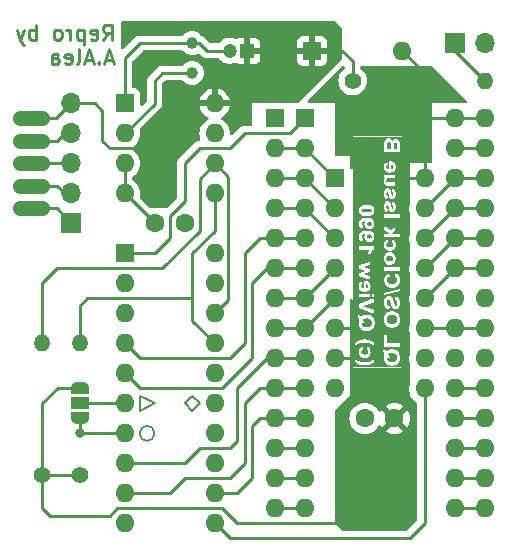
<source format=gbr>
%TF.GenerationSoftware,KiCad,Pcbnew,8.0.8+1*%
%TF.CreationDate,2025-02-23T13:51:28+01:00*%
%TF.ProjectId,QL_Minerva_MK2,514c5f4d-696e-4657-9276-615f4d4b322e,0.0*%
%TF.SameCoordinates,Original*%
%TF.FileFunction,Copper,L2,Bot*%
%TF.FilePolarity,Positive*%
%FSLAX46Y46*%
G04 Gerber Fmt 4.6, Leading zero omitted, Abs format (unit mm)*
G04 Created by KiCad (PCBNEW 8.0.8+1) date 2025-02-23 13:51:28*
%MOMM*%
%LPD*%
G01*
G04 APERTURE LIST*
G04 Aperture macros list*
%AMFreePoly0*
4,1,19,0.550000,-0.750000,0.000000,-0.750000,0.000000,-0.744911,-0.071157,-0.744911,-0.207708,-0.704816,-0.327430,-0.627875,-0.420627,-0.520320,-0.479746,-0.390866,-0.500000,-0.250000,-0.500000,0.250000,-0.479746,0.390866,-0.420627,0.520320,-0.327430,0.627875,-0.207708,0.704816,-0.071157,0.744911,0.000000,0.744911,0.000000,0.750000,0.550000,0.750000,0.550000,-0.750000,0.550000,-0.750000,
$1*%
%AMFreePoly1*
4,1,19,0.000000,0.744911,0.071157,0.744911,0.207708,0.704816,0.327430,0.627875,0.420627,0.520320,0.479746,0.390866,0.500000,0.250000,0.500000,-0.250000,0.479746,-0.390866,0.420627,-0.520320,0.327430,-0.627875,0.207708,-0.704816,0.071157,-0.744911,0.000000,-0.744911,0.000000,-0.750000,-0.550000,-0.750000,-0.550000,0.750000,0.000000,0.750000,0.000000,0.744911,0.000000,0.744911,
$1*%
G04 Aperture macros list end*
%TA.AperFunction,NonConductor*%
%ADD10C,0.200000*%
%TD*%
%ADD11C,0.254000*%
%TA.AperFunction,NonConductor*%
%ADD12C,0.254000*%
%TD*%
%TA.AperFunction,ComponentPad*%
%ADD13R,1.600000X1.600000*%
%TD*%
%TA.AperFunction,ComponentPad*%
%ADD14O,1.600000X1.600000*%
%TD*%
%TA.AperFunction,ComponentPad*%
%ADD15C,1.600000*%
%TD*%
%TA.AperFunction,ComponentPad*%
%ADD16C,1.000000*%
%TD*%
%TA.AperFunction,ComponentPad*%
%ADD17R,1.700000X1.700000*%
%TD*%
%TA.AperFunction,ComponentPad*%
%ADD18O,1.700000X1.700000*%
%TD*%
%TA.AperFunction,ComponentPad*%
%ADD19C,1.400000*%
%TD*%
%TA.AperFunction,ComponentPad*%
%ADD20O,1.400000X1.400000*%
%TD*%
%TA.AperFunction,ComponentPad*%
%ADD21R,1.200000X1.200000*%
%TD*%
%TA.AperFunction,ComponentPad*%
%ADD22C,1.200000*%
%TD*%
%TA.AperFunction,SMDPad,CuDef*%
%ADD23FreePoly0,90.000000*%
%TD*%
%TA.AperFunction,SMDPad,CuDef*%
%ADD24R,1.500000X1.000000*%
%TD*%
%TA.AperFunction,SMDPad,CuDef*%
%ADD25FreePoly1,90.000000*%
%TD*%
%TA.AperFunction,ViaPad*%
%ADD26C,0.800000*%
%TD*%
%TA.AperFunction,Conductor*%
%ADD27C,0.254000*%
%TD*%
%TA.AperFunction,Conductor*%
%ADD28C,0.250000*%
%TD*%
%TA.AperFunction,Conductor*%
%ADD29C,1.270000*%
%TD*%
%ADD30C,0.350000*%
G04 APERTURE END LIST*
D10*
X67945000Y-89535000D02*
X67945000Y-88265000D01*
X69215000Y-91440000D02*
G75*
G02*
X67945000Y-91440000I-635000J0D01*
G01*
X67945000Y-91440000D02*
G75*
G02*
X69215000Y-91440000I635000J0D01*
G01*
X72390000Y-88265000D02*
X73025000Y-88900000D01*
X72390000Y-89535000D02*
X71755000Y-88900000D01*
X73025000Y-88900000D02*
X72390000Y-89535000D01*
X69215000Y-88900000D02*
X67945000Y-89535000D01*
X71755000Y-88900000D02*
X72390000Y-88265000D01*
X67945000Y-88265000D02*
X69215000Y-88900000D01*
D11*
D12*
X64844799Y-58111739D02*
X65268133Y-57506977D01*
X65570514Y-58111739D02*
X65570514Y-56841739D01*
X65570514Y-56841739D02*
X65086704Y-56841739D01*
X65086704Y-56841739D02*
X64965752Y-56902215D01*
X64965752Y-56902215D02*
X64905275Y-56962691D01*
X64905275Y-56962691D02*
X64844799Y-57083643D01*
X64844799Y-57083643D02*
X64844799Y-57265072D01*
X64844799Y-57265072D02*
X64905275Y-57386024D01*
X64905275Y-57386024D02*
X64965752Y-57446501D01*
X64965752Y-57446501D02*
X65086704Y-57506977D01*
X65086704Y-57506977D02*
X65570514Y-57506977D01*
X63816704Y-58051263D02*
X63937656Y-58111739D01*
X63937656Y-58111739D02*
X64179561Y-58111739D01*
X64179561Y-58111739D02*
X64300514Y-58051263D01*
X64300514Y-58051263D02*
X64360990Y-57930310D01*
X64360990Y-57930310D02*
X64360990Y-57446501D01*
X64360990Y-57446501D02*
X64300514Y-57325548D01*
X64300514Y-57325548D02*
X64179561Y-57265072D01*
X64179561Y-57265072D02*
X63937656Y-57265072D01*
X63937656Y-57265072D02*
X63816704Y-57325548D01*
X63816704Y-57325548D02*
X63756228Y-57446501D01*
X63756228Y-57446501D02*
X63756228Y-57567453D01*
X63756228Y-57567453D02*
X64360990Y-57688405D01*
X63211943Y-57265072D02*
X63211943Y-58535072D01*
X63211943Y-57325548D02*
X63090990Y-57265072D01*
X63090990Y-57265072D02*
X62849085Y-57265072D01*
X62849085Y-57265072D02*
X62728133Y-57325548D01*
X62728133Y-57325548D02*
X62667657Y-57386024D01*
X62667657Y-57386024D02*
X62607181Y-57506977D01*
X62607181Y-57506977D02*
X62607181Y-57869834D01*
X62607181Y-57869834D02*
X62667657Y-57990786D01*
X62667657Y-57990786D02*
X62728133Y-58051263D01*
X62728133Y-58051263D02*
X62849085Y-58111739D01*
X62849085Y-58111739D02*
X63090990Y-58111739D01*
X63090990Y-58111739D02*
X63211943Y-58051263D01*
X62062895Y-58111739D02*
X62062895Y-57265072D01*
X62062895Y-57506977D02*
X62002418Y-57386024D01*
X62002418Y-57386024D02*
X61941942Y-57325548D01*
X61941942Y-57325548D02*
X61820990Y-57265072D01*
X61820990Y-57265072D02*
X61700037Y-57265072D01*
X61095276Y-58111739D02*
X61216228Y-58051263D01*
X61216228Y-58051263D02*
X61276705Y-57990786D01*
X61276705Y-57990786D02*
X61337181Y-57869834D01*
X61337181Y-57869834D02*
X61337181Y-57506977D01*
X61337181Y-57506977D02*
X61276705Y-57386024D01*
X61276705Y-57386024D02*
X61216228Y-57325548D01*
X61216228Y-57325548D02*
X61095276Y-57265072D01*
X61095276Y-57265072D02*
X60913847Y-57265072D01*
X60913847Y-57265072D02*
X60792895Y-57325548D01*
X60792895Y-57325548D02*
X60732419Y-57386024D01*
X60732419Y-57386024D02*
X60671943Y-57506977D01*
X60671943Y-57506977D02*
X60671943Y-57869834D01*
X60671943Y-57869834D02*
X60732419Y-57990786D01*
X60732419Y-57990786D02*
X60792895Y-58051263D01*
X60792895Y-58051263D02*
X60913847Y-58111739D01*
X60913847Y-58111739D02*
X61095276Y-58111739D01*
X59160038Y-58111739D02*
X59160038Y-56841739D01*
X59160038Y-57325548D02*
X59039085Y-57265072D01*
X59039085Y-57265072D02*
X58797180Y-57265072D01*
X58797180Y-57265072D02*
X58676228Y-57325548D01*
X58676228Y-57325548D02*
X58615752Y-57386024D01*
X58615752Y-57386024D02*
X58555276Y-57506977D01*
X58555276Y-57506977D02*
X58555276Y-57869834D01*
X58555276Y-57869834D02*
X58615752Y-57990786D01*
X58615752Y-57990786D02*
X58676228Y-58051263D01*
X58676228Y-58051263D02*
X58797180Y-58111739D01*
X58797180Y-58111739D02*
X59039085Y-58111739D01*
X59039085Y-58111739D02*
X59160038Y-58051263D01*
X58131942Y-57265072D02*
X57829561Y-58111739D01*
X57527180Y-57265072D02*
X57829561Y-58111739D01*
X57829561Y-58111739D02*
X57950513Y-58414120D01*
X57950513Y-58414120D02*
X58010990Y-58474596D01*
X58010990Y-58474596D02*
X58131942Y-58535072D01*
X65630990Y-59793511D02*
X65026228Y-59793511D01*
X65751942Y-60156368D02*
X65328609Y-58886368D01*
X65328609Y-58886368D02*
X64905275Y-60156368D01*
X64481943Y-60035415D02*
X64421466Y-60095892D01*
X64421466Y-60095892D02*
X64481943Y-60156368D01*
X64481943Y-60156368D02*
X64542419Y-60095892D01*
X64542419Y-60095892D02*
X64481943Y-60035415D01*
X64481943Y-60035415D02*
X64481943Y-60156368D01*
X63937657Y-59793511D02*
X63332895Y-59793511D01*
X64058609Y-60156368D02*
X63635276Y-58886368D01*
X63635276Y-58886368D02*
X63211942Y-60156368D01*
X62607181Y-60156368D02*
X62728133Y-60095892D01*
X62728133Y-60095892D02*
X62788610Y-59974939D01*
X62788610Y-59974939D02*
X62788610Y-58886368D01*
X61639562Y-60095892D02*
X61760514Y-60156368D01*
X61760514Y-60156368D02*
X62002419Y-60156368D01*
X62002419Y-60156368D02*
X62123372Y-60095892D01*
X62123372Y-60095892D02*
X62183848Y-59974939D01*
X62183848Y-59974939D02*
X62183848Y-59491130D01*
X62183848Y-59491130D02*
X62123372Y-59370177D01*
X62123372Y-59370177D02*
X62002419Y-59309701D01*
X62002419Y-59309701D02*
X61760514Y-59309701D01*
X61760514Y-59309701D02*
X61639562Y-59370177D01*
X61639562Y-59370177D02*
X61579086Y-59491130D01*
X61579086Y-59491130D02*
X61579086Y-59612082D01*
X61579086Y-59612082D02*
X62183848Y-59733034D01*
X60490515Y-60156368D02*
X60490515Y-59491130D01*
X60490515Y-59491130D02*
X60550991Y-59370177D01*
X60550991Y-59370177D02*
X60671943Y-59309701D01*
X60671943Y-59309701D02*
X60913848Y-59309701D01*
X60913848Y-59309701D02*
X61034801Y-59370177D01*
X60490515Y-60095892D02*
X60611467Y-60156368D01*
X60611467Y-60156368D02*
X60913848Y-60156368D01*
X60913848Y-60156368D02*
X61034801Y-60095892D01*
X61034801Y-60095892D02*
X61095277Y-59974939D01*
X61095277Y-59974939D02*
X61095277Y-59853987D01*
X61095277Y-59853987D02*
X61034801Y-59733034D01*
X61034801Y-59733034D02*
X60913848Y-59672558D01*
X60913848Y-59672558D02*
X60611467Y-59672558D01*
X60611467Y-59672558D02*
X60490515Y-59612082D01*
D11*
G36*
X89327820Y-84644950D02*
G01*
X89341292Y-84645256D01*
X89354543Y-84645766D01*
X89367572Y-84646480D01*
X89380380Y-84647397D01*
X89392968Y-84648519D01*
X89405334Y-84649844D01*
X89429402Y-84653107D01*
X89452586Y-84657186D01*
X89474886Y-84662080D01*
X89496301Y-84667790D01*
X89516832Y-84674315D01*
X89536478Y-84681657D01*
X89555239Y-84689813D01*
X89573116Y-84698786D01*
X89590109Y-84708575D01*
X89606217Y-84719179D01*
X89621440Y-84730598D01*
X89635779Y-84742834D01*
X89642617Y-84749258D01*
X89655689Y-84762561D01*
X89667917Y-84776368D01*
X89679302Y-84790678D01*
X89689843Y-84805493D01*
X89699542Y-84820811D01*
X89708396Y-84836633D01*
X89716408Y-84852959D01*
X89723576Y-84869789D01*
X89729901Y-84887123D01*
X89735383Y-84904960D01*
X89740021Y-84923301D01*
X89743816Y-84942146D01*
X89746768Y-84961495D01*
X89748876Y-84981348D01*
X89750141Y-85001704D01*
X89750563Y-85022565D01*
X89750142Y-85043427D01*
X89748881Y-85063792D01*
X89746779Y-85083658D01*
X89743836Y-85103025D01*
X89740051Y-85121895D01*
X89735426Y-85140265D01*
X89729961Y-85158137D01*
X89723654Y-85175511D01*
X89716506Y-85192386D01*
X89708518Y-85208762D01*
X89699688Y-85224641D01*
X89690018Y-85240020D01*
X89679507Y-85254901D01*
X89668154Y-85269284D01*
X89655961Y-85283168D01*
X89642927Y-85296554D01*
X89629040Y-85309239D01*
X89614288Y-85321105D01*
X89598671Y-85332153D01*
X89582189Y-85342382D01*
X89564841Y-85351794D01*
X89546628Y-85360386D01*
X89527551Y-85368161D01*
X89507608Y-85375117D01*
X89486800Y-85381255D01*
X89465126Y-85386574D01*
X89442588Y-85391075D01*
X89419185Y-85394758D01*
X89394916Y-85397622D01*
X89382457Y-85398747D01*
X89369782Y-85399668D01*
X89356891Y-85400384D01*
X89343783Y-85400895D01*
X89330459Y-85401202D01*
X89316919Y-85401305D01*
X89303149Y-85401202D01*
X89289600Y-85400894D01*
X89276272Y-85400381D01*
X89263165Y-85399663D01*
X89250279Y-85398739D01*
X89237614Y-85397610D01*
X89225170Y-85396276D01*
X89200947Y-85392992D01*
X89177607Y-85388887D01*
X89155153Y-85383960D01*
X89133583Y-85378213D01*
X89112897Y-85371645D01*
X89093096Y-85364256D01*
X89074179Y-85356045D01*
X89056147Y-85347014D01*
X89038999Y-85337162D01*
X89022736Y-85326488D01*
X89007358Y-85314994D01*
X88992864Y-85302678D01*
X88985948Y-85296213D01*
X88972764Y-85282862D01*
X88960430Y-85269081D01*
X88948947Y-85254872D01*
X88938315Y-85240233D01*
X88928533Y-85225166D01*
X88919602Y-85209669D01*
X88911521Y-85193743D01*
X88904291Y-85177387D01*
X88897912Y-85160603D01*
X88892383Y-85143389D01*
X88887705Y-85125746D01*
X88883877Y-85107674D01*
X88880900Y-85089173D01*
X88878773Y-85070243D01*
X88877497Y-85050883D01*
X88877072Y-85031095D01*
X88877218Y-85016727D01*
X88877808Y-85000101D01*
X88878853Y-84984958D01*
X88880353Y-84971298D01*
X88882752Y-84956864D01*
X88886378Y-84942722D01*
X88893527Y-84959009D01*
X88898806Y-84972002D01*
X88904014Y-84985660D01*
X88909151Y-84999983D01*
X88914217Y-85014973D01*
X88919213Y-85030628D01*
X88924137Y-85046949D01*
X88928991Y-85063936D01*
X88933774Y-85081588D01*
X88938486Y-85099906D01*
X88940040Y-85106160D01*
X89117468Y-85016764D01*
X89111670Y-84998030D01*
X89105599Y-84979530D01*
X89099253Y-84961265D01*
X89092634Y-84943234D01*
X89085740Y-84925438D01*
X89078573Y-84907876D01*
X89071133Y-84890549D01*
X89063418Y-84873457D01*
X89055429Y-84856599D01*
X89047167Y-84839976D01*
X89038631Y-84823587D01*
X89029821Y-84807433D01*
X89020737Y-84791514D01*
X89011379Y-84775829D01*
X89001747Y-84760379D01*
X88991842Y-84745163D01*
X89001656Y-84736575D01*
X89012020Y-84728341D01*
X89022935Y-84720461D01*
X89034401Y-84712935D01*
X89046417Y-84705763D01*
X89058984Y-84698944D01*
X89072102Y-84692480D01*
X89085771Y-84686369D01*
X89099990Y-84680612D01*
X89114760Y-84675209D01*
X89124913Y-84671803D01*
X89140543Y-84666986D01*
X89156610Y-84662643D01*
X89173113Y-84658773D01*
X89190052Y-84655378D01*
X89207428Y-84652456D01*
X89225239Y-84650008D01*
X89243487Y-84648033D01*
X89255895Y-84646980D01*
X89268496Y-84646138D01*
X89281291Y-84645506D01*
X89294280Y-84645085D01*
X89307463Y-84644874D01*
X89314128Y-84644848D01*
X89327820Y-84644950D01*
G37*
G36*
X87194220Y-81711932D02*
G01*
X87207692Y-81712238D01*
X87220943Y-81712748D01*
X87233972Y-81713462D01*
X87246780Y-81714380D01*
X87259368Y-81715501D01*
X87271734Y-81716827D01*
X87295802Y-81720089D01*
X87318986Y-81724168D01*
X87341286Y-81729062D01*
X87362701Y-81734772D01*
X87383232Y-81741298D01*
X87402878Y-81748639D01*
X87421639Y-81756796D01*
X87439516Y-81765769D01*
X87456509Y-81775557D01*
X87472617Y-81786161D01*
X87487840Y-81797581D01*
X87502179Y-81809816D01*
X87509017Y-81816240D01*
X87522089Y-81829543D01*
X87534317Y-81843350D01*
X87545702Y-81857661D01*
X87556243Y-81872475D01*
X87565942Y-81887794D01*
X87574796Y-81903616D01*
X87582808Y-81919942D01*
X87589976Y-81936771D01*
X87596301Y-81954105D01*
X87601783Y-81971942D01*
X87606421Y-81990284D01*
X87610216Y-82009129D01*
X87613168Y-82028478D01*
X87615276Y-82048330D01*
X87616541Y-82068687D01*
X87616963Y-82089547D01*
X87616542Y-82110410D01*
X87615281Y-82130774D01*
X87613179Y-82150640D01*
X87610236Y-82170008D01*
X87606451Y-82188877D01*
X87601826Y-82207247D01*
X87596361Y-82225120D01*
X87590054Y-82242493D01*
X87582906Y-82259368D01*
X87574918Y-82275745D01*
X87566088Y-82291623D01*
X87556418Y-82307003D01*
X87545907Y-82321884D01*
X87534554Y-82336266D01*
X87522361Y-82350151D01*
X87509327Y-82363536D01*
X87495440Y-82376221D01*
X87480688Y-82388087D01*
X87465071Y-82399135D01*
X87448589Y-82409365D01*
X87431241Y-82418776D01*
X87413028Y-82427369D01*
X87393951Y-82435143D01*
X87374008Y-82442099D01*
X87353200Y-82448237D01*
X87331526Y-82453556D01*
X87308988Y-82458057D01*
X87285585Y-82461740D01*
X87261316Y-82464604D01*
X87248857Y-82465730D01*
X87236182Y-82466650D01*
X87223291Y-82467366D01*
X87210183Y-82467878D01*
X87196859Y-82468185D01*
X87183319Y-82468287D01*
X87169549Y-82468184D01*
X87156000Y-82467876D01*
X87142672Y-82467363D01*
X87129565Y-82466645D01*
X87116679Y-82465721D01*
X87104014Y-82464592D01*
X87091570Y-82463258D01*
X87067347Y-82459974D01*
X87044007Y-82455869D01*
X87021553Y-82450943D01*
X86999983Y-82445196D01*
X86979297Y-82438627D01*
X86959496Y-82431238D01*
X86940579Y-82423028D01*
X86922547Y-82413996D01*
X86905399Y-82404144D01*
X86889136Y-82393471D01*
X86873758Y-82381976D01*
X86859264Y-82369661D01*
X86852348Y-82363195D01*
X86839164Y-82349844D01*
X86826830Y-82336064D01*
X86815347Y-82321854D01*
X86804715Y-82307216D01*
X86794933Y-82292148D01*
X86786002Y-82276651D01*
X86777921Y-82260725D01*
X86770691Y-82244370D01*
X86764312Y-82227585D01*
X86758783Y-82210372D01*
X86754105Y-82192729D01*
X86750277Y-82174657D01*
X86747300Y-82156156D01*
X86745173Y-82137225D01*
X86743897Y-82117866D01*
X86743472Y-82098077D01*
X86743618Y-82083709D01*
X86744208Y-82067084D01*
X86745253Y-82051941D01*
X86746753Y-82038281D01*
X86749152Y-82023846D01*
X86752778Y-82009704D01*
X86759927Y-82025992D01*
X86765206Y-82038984D01*
X86770414Y-82052642D01*
X86775551Y-82066966D01*
X86780617Y-82081955D01*
X86785613Y-82097610D01*
X86790537Y-82113931D01*
X86795391Y-82130918D01*
X86800174Y-82148570D01*
X86804886Y-82166889D01*
X86806440Y-82173143D01*
X86983868Y-82083746D01*
X86978070Y-82065012D01*
X86971999Y-82046512D01*
X86965653Y-82028247D01*
X86959034Y-82010216D01*
X86952140Y-81992420D01*
X86944973Y-81974859D01*
X86937533Y-81957532D01*
X86929818Y-81940439D01*
X86921829Y-81923582D01*
X86913567Y-81906958D01*
X86905031Y-81890570D01*
X86896221Y-81874416D01*
X86887137Y-81858496D01*
X86877779Y-81842811D01*
X86868147Y-81827361D01*
X86858242Y-81812145D01*
X86868056Y-81803558D01*
X86878420Y-81795324D01*
X86889335Y-81787444D01*
X86900801Y-81779917D01*
X86912817Y-81772745D01*
X86925384Y-81765927D01*
X86938502Y-81759462D01*
X86952171Y-81753351D01*
X86966390Y-81747594D01*
X86981160Y-81742191D01*
X86991313Y-81738786D01*
X87006943Y-81733969D01*
X87023010Y-81729625D01*
X87039513Y-81725756D01*
X87056452Y-81722360D01*
X87073828Y-81719438D01*
X87091639Y-81716990D01*
X87109887Y-81715016D01*
X87122295Y-81713963D01*
X87134896Y-81713120D01*
X87147691Y-81712489D01*
X87160680Y-81712067D01*
X87173863Y-81711857D01*
X87180528Y-81711831D01*
X87194220Y-81711932D01*
G37*
G36*
X89331756Y-81422587D02*
G01*
X89345132Y-81422889D01*
X89358287Y-81423392D01*
X89371222Y-81424097D01*
X89383936Y-81425003D01*
X89396429Y-81426109D01*
X89420755Y-81428927D01*
X89444198Y-81432550D01*
X89466760Y-81436977D01*
X89488439Y-81442210D01*
X89509236Y-81448248D01*
X89529151Y-81455091D01*
X89548184Y-81462739D01*
X89566335Y-81471191D01*
X89583604Y-81480449D01*
X89599990Y-81490512D01*
X89615495Y-81501380D01*
X89630118Y-81513053D01*
X89643858Y-81525531D01*
X89656779Y-81538676D01*
X89668867Y-81552348D01*
X89680121Y-81566548D01*
X89690541Y-81581276D01*
X89700128Y-81596532D01*
X89708881Y-81612315D01*
X89716801Y-81628627D01*
X89723887Y-81645466D01*
X89730139Y-81662833D01*
X89735557Y-81680727D01*
X89740142Y-81699150D01*
X89743894Y-81718100D01*
X89746811Y-81737578D01*
X89748895Y-81757584D01*
X89750146Y-81778118D01*
X89750563Y-81799180D01*
X89750141Y-81820288D01*
X89748876Y-81840876D01*
X89746768Y-81860945D01*
X89743816Y-81880494D01*
X89740021Y-81899523D01*
X89735383Y-81918032D01*
X89729901Y-81936021D01*
X89723576Y-81953491D01*
X89716408Y-81970440D01*
X89708396Y-81986870D01*
X89699542Y-82002780D01*
X89689843Y-82018171D01*
X89679302Y-82033041D01*
X89667917Y-82047392D01*
X89655689Y-82061223D01*
X89642617Y-82074534D01*
X89628687Y-82087177D01*
X89613881Y-82099005D01*
X89598201Y-82110017D01*
X89581646Y-82120213D01*
X89564216Y-82129593D01*
X89545911Y-82138158D01*
X89526731Y-82145907D01*
X89506677Y-82152841D01*
X89485748Y-82158959D01*
X89463944Y-82164261D01*
X89441265Y-82168747D01*
X89417711Y-82172418D01*
X89393283Y-82175273D01*
X89380740Y-82176394D01*
X89367979Y-82177312D01*
X89354999Y-82178026D01*
X89341801Y-82178535D01*
X89328384Y-82178841D01*
X89314748Y-82178943D01*
X89301319Y-82178839D01*
X89288097Y-82178525D01*
X89275082Y-82178002D01*
X89262273Y-82177269D01*
X89249671Y-82176328D01*
X89237275Y-82175177D01*
X89213103Y-82172247D01*
X89189758Y-82168480D01*
X89167239Y-82163877D01*
X89145546Y-82158436D01*
X89124680Y-82152158D01*
X89104640Y-82145044D01*
X89085427Y-82137092D01*
X89067040Y-82128303D01*
X89049479Y-82118678D01*
X89032744Y-82108215D01*
X89016836Y-82096915D01*
X89001755Y-82084778D01*
X88987499Y-82071804D01*
X88974127Y-82058144D01*
X88961618Y-82044033D01*
X88949971Y-82029472D01*
X88939187Y-82014460D01*
X88929266Y-81998998D01*
X88920208Y-81983085D01*
X88912012Y-81966722D01*
X88904679Y-81949908D01*
X88898209Y-81932644D01*
X88892601Y-81914929D01*
X88887856Y-81896764D01*
X88883974Y-81878148D01*
X88880954Y-81859081D01*
X88878798Y-81839565D01*
X88877504Y-81819597D01*
X88877072Y-81799180D01*
X88877500Y-81778768D01*
X88878783Y-81758821D01*
X88880922Y-81739338D01*
X88883916Y-81720318D01*
X88887765Y-81701762D01*
X88892470Y-81683670D01*
X88898030Y-81666042D01*
X88904446Y-81648878D01*
X88911718Y-81632177D01*
X88919844Y-81615941D01*
X88928826Y-81600168D01*
X88938664Y-81584859D01*
X88949357Y-81570014D01*
X88960905Y-81555632D01*
X88973309Y-81541715D01*
X88986569Y-81528261D01*
X89000732Y-81515452D01*
X89015770Y-81503470D01*
X89031683Y-81492314D01*
X89048471Y-81481985D01*
X89066133Y-81472482D01*
X89084671Y-81463805D01*
X89104083Y-81455954D01*
X89124370Y-81448930D01*
X89145532Y-81442733D01*
X89167568Y-81437361D01*
X89190480Y-81432816D01*
X89214266Y-81429098D01*
X89238928Y-81426205D01*
X89251586Y-81425069D01*
X89264464Y-81424139D01*
X89277560Y-81423416D01*
X89290874Y-81422900D01*
X89304408Y-81422590D01*
X89318160Y-81422487D01*
X89331756Y-81422587D01*
G37*
G36*
X87117903Y-78791321D02*
G01*
X87134288Y-78793145D01*
X87149964Y-78795887D01*
X87164931Y-78799547D01*
X87179189Y-78804124D01*
X87192739Y-78809619D01*
X87205580Y-78816032D01*
X87217711Y-78823362D01*
X87229135Y-78831610D01*
X87239849Y-78840775D01*
X87246598Y-78847396D01*
X87256022Y-78857836D01*
X87264518Y-78868684D01*
X87272088Y-78879940D01*
X87278731Y-78891603D01*
X87286147Y-78907789D01*
X87291914Y-78924700D01*
X87296034Y-78942337D01*
X87298042Y-78956039D01*
X87299124Y-78970150D01*
X87299330Y-78979784D01*
X87298845Y-78995139D01*
X87297389Y-79009985D01*
X87294962Y-79024321D01*
X87291565Y-79038146D01*
X87287198Y-79051463D01*
X87281860Y-79064269D01*
X87275551Y-79076565D01*
X87268272Y-79088352D01*
X87260022Y-79099629D01*
X87250802Y-79110396D01*
X87244116Y-79117291D01*
X87233317Y-79127099D01*
X87221972Y-79135924D01*
X87210082Y-79143765D01*
X87197646Y-79150622D01*
X87184665Y-79156496D01*
X87171140Y-79161386D01*
X87157068Y-79165293D01*
X87142452Y-79168216D01*
X87127290Y-79170155D01*
X87111583Y-79171111D01*
X87100809Y-79171201D01*
X87100809Y-78790414D01*
X87117903Y-78791321D01*
G37*
G36*
X89154736Y-76404620D02*
G01*
X89171930Y-76405423D01*
X89188595Y-76406763D01*
X89204728Y-76408638D01*
X89220331Y-76411049D01*
X89235403Y-76413996D01*
X89249944Y-76417479D01*
X89263955Y-76421497D01*
X89277435Y-76426052D01*
X89290384Y-76431142D01*
X89302802Y-76436768D01*
X89314690Y-76442929D01*
X89326047Y-76449627D01*
X89336873Y-76456860D01*
X89347169Y-76464629D01*
X89356934Y-76472934D01*
X89370515Y-76486072D01*
X89382760Y-76499768D01*
X89393670Y-76514022D01*
X89403244Y-76528834D01*
X89411482Y-76544203D01*
X89418384Y-76560130D01*
X89423950Y-76576615D01*
X89428180Y-76593658D01*
X89431074Y-76611258D01*
X89432633Y-76629416D01*
X89432930Y-76641832D01*
X89432259Y-76660368D01*
X89430247Y-76678358D01*
X89426894Y-76695803D01*
X89422199Y-76712702D01*
X89416163Y-76729055D01*
X89408786Y-76744862D01*
X89400067Y-76760123D01*
X89390007Y-76774839D01*
X89378606Y-76789008D01*
X89365864Y-76802632D01*
X89356623Y-76811412D01*
X89341763Y-76823729D01*
X89331178Y-76831268D01*
X89320050Y-76838268D01*
X89308379Y-76844730D01*
X89296166Y-76850653D01*
X89283409Y-76856037D01*
X89270110Y-76860884D01*
X89256268Y-76865191D01*
X89241883Y-76868961D01*
X89226955Y-76872191D01*
X89211484Y-76874884D01*
X89195471Y-76877038D01*
X89178915Y-76878653D01*
X89161815Y-76879730D01*
X89144173Y-76880268D01*
X89135149Y-76880336D01*
X89117234Y-76880067D01*
X89099860Y-76879259D01*
X89083026Y-76877913D01*
X89066733Y-76876028D01*
X89050980Y-76873605D01*
X89035767Y-76870643D01*
X89021095Y-76867143D01*
X89006964Y-76863105D01*
X88993372Y-76858528D01*
X88980321Y-76853412D01*
X88967811Y-76847758D01*
X88955841Y-76841566D01*
X88944411Y-76834835D01*
X88933522Y-76827566D01*
X88923173Y-76819758D01*
X88913364Y-76811412D01*
X88899783Y-76798152D01*
X88887537Y-76784346D01*
X88876628Y-76769994D01*
X88867054Y-76755097D01*
X88858816Y-76739653D01*
X88851914Y-76723664D01*
X88846348Y-76707129D01*
X88842118Y-76690049D01*
X88839223Y-76672422D01*
X88837665Y-76654250D01*
X88837368Y-76641832D01*
X88838036Y-76623302D01*
X88840040Y-76605329D01*
X88843379Y-76587915D01*
X88848055Y-76571058D01*
X88854066Y-76554759D01*
X88861414Y-76539018D01*
X88870097Y-76523834D01*
X88880116Y-76509209D01*
X88891471Y-76495141D01*
X88904162Y-76481631D01*
X88913364Y-76472934D01*
X88928243Y-76460678D01*
X88938862Y-76453177D01*
X88950041Y-76446211D01*
X88961780Y-76439782D01*
X88974078Y-76433888D01*
X88986937Y-76428530D01*
X89000355Y-76423707D01*
X89014333Y-76419421D01*
X89028870Y-76415670D01*
X89043968Y-76412456D01*
X89059625Y-76409777D01*
X89075842Y-76407633D01*
X89092619Y-76406026D01*
X89109955Y-76404954D01*
X89127852Y-76404419D01*
X89137010Y-76404352D01*
X89154736Y-76404620D01*
G37*
G36*
X87413754Y-74598498D02*
G01*
X87430630Y-74599992D01*
X87446738Y-74602481D01*
X87462077Y-74605965D01*
X87476647Y-74610446D01*
X87490448Y-74615922D01*
X87503481Y-74622393D01*
X87515744Y-74629861D01*
X87527239Y-74638324D01*
X87537965Y-74647782D01*
X87544689Y-74654641D01*
X87554057Y-74665417D01*
X87562504Y-74676505D01*
X87570029Y-74687905D01*
X87576633Y-74699616D01*
X87584005Y-74715717D01*
X87589739Y-74732372D01*
X87593834Y-74749582D01*
X87596292Y-74767346D01*
X87597059Y-74781033D01*
X87597111Y-74785664D01*
X87596447Y-74802863D01*
X87594455Y-74819316D01*
X87591135Y-74835022D01*
X87586487Y-74849982D01*
X87580511Y-74864195D01*
X87573207Y-74877662D01*
X87564575Y-74890383D01*
X87554615Y-74902357D01*
X87543104Y-74913153D01*
X87529819Y-74922510D01*
X87518691Y-74928583D01*
X87506566Y-74933846D01*
X87493443Y-74938299D01*
X87479321Y-74941943D01*
X87464203Y-74944777D01*
X87448086Y-74946801D01*
X87430971Y-74948015D01*
X87412859Y-74948420D01*
X87394436Y-74947976D01*
X87376974Y-74946645D01*
X87360471Y-74944426D01*
X87344927Y-74941319D01*
X87330344Y-74937324D01*
X87316720Y-74932442D01*
X87304055Y-74926672D01*
X87292351Y-74920015D01*
X87281605Y-74912470D01*
X87271820Y-74904037D01*
X87265829Y-74897922D01*
X87255070Y-74884897D01*
X87245745Y-74871073D01*
X87237854Y-74856449D01*
X87231399Y-74841025D01*
X87226377Y-74824802D01*
X87222791Y-74807779D01*
X87220639Y-74789956D01*
X87219966Y-74776064D01*
X87219922Y-74771334D01*
X87220615Y-74753362D01*
X87222694Y-74736125D01*
X87226159Y-74719625D01*
X87231011Y-74703860D01*
X87237248Y-74688831D01*
X87244872Y-74674537D01*
X87253882Y-74660980D01*
X87264278Y-74648158D01*
X87276041Y-74636402D01*
X87289152Y-74626214D01*
X87303609Y-74617593D01*
X87315337Y-74612156D01*
X87327822Y-74607601D01*
X87341066Y-74603927D01*
X87355067Y-74601135D01*
X87369826Y-74599225D01*
X87385343Y-74598196D01*
X87396109Y-74598000D01*
X87413754Y-74598498D01*
G37*
G36*
X87413754Y-73510729D02*
G01*
X87430630Y-73512223D01*
X87446738Y-73514712D01*
X87462077Y-73518197D01*
X87476647Y-73522677D01*
X87490448Y-73528153D01*
X87503481Y-73534625D01*
X87515744Y-73542092D01*
X87527239Y-73550555D01*
X87537965Y-73560013D01*
X87544689Y-73566872D01*
X87554057Y-73577648D01*
X87562504Y-73588736D01*
X87570029Y-73600136D01*
X87576633Y-73611847D01*
X87584005Y-73627948D01*
X87589739Y-73644603D01*
X87593834Y-73661813D01*
X87596292Y-73679577D01*
X87597059Y-73693264D01*
X87597111Y-73697896D01*
X87596447Y-73715095D01*
X87594455Y-73731547D01*
X87591135Y-73747253D01*
X87586487Y-73762213D01*
X87580511Y-73776427D01*
X87573207Y-73789894D01*
X87564575Y-73802614D01*
X87554615Y-73814589D01*
X87543104Y-73825385D01*
X87529819Y-73834741D01*
X87518691Y-73840814D01*
X87506566Y-73846077D01*
X87493443Y-73850530D01*
X87479321Y-73854174D01*
X87464203Y-73857008D01*
X87448086Y-73859032D01*
X87430971Y-73860247D01*
X87412859Y-73860652D01*
X87394436Y-73860208D01*
X87376974Y-73858876D01*
X87360471Y-73856657D01*
X87344927Y-73853550D01*
X87330344Y-73849556D01*
X87316720Y-73844673D01*
X87304055Y-73838904D01*
X87292351Y-73832246D01*
X87281605Y-73824701D01*
X87271820Y-73816268D01*
X87265829Y-73810153D01*
X87255070Y-73797128D01*
X87245745Y-73783304D01*
X87237854Y-73768680D01*
X87231399Y-73753257D01*
X87226377Y-73737033D01*
X87222791Y-73720010D01*
X87220639Y-73702187D01*
X87219966Y-73688296D01*
X87219922Y-73683565D01*
X87220615Y-73665593D01*
X87222694Y-73648357D01*
X87226159Y-73631856D01*
X87231011Y-73616091D01*
X87237248Y-73601062D01*
X87244872Y-73586769D01*
X87253882Y-73573211D01*
X87264278Y-73560389D01*
X87276041Y-73548633D01*
X87289152Y-73538445D01*
X87303609Y-73529824D01*
X87315337Y-73524387D01*
X87327822Y-73519832D01*
X87341066Y-73516158D01*
X87355067Y-73513367D01*
X87369826Y-73511456D01*
X87385343Y-73510428D01*
X87396109Y-73510232D01*
X87413754Y-73510729D01*
G37*
G36*
X87183417Y-72407815D02*
G01*
X87196585Y-72407886D01*
X87209483Y-72408004D01*
X87222112Y-72408170D01*
X87246564Y-72408643D01*
X87269939Y-72409305D01*
X87292239Y-72410157D01*
X87313463Y-72411198D01*
X87333610Y-72412428D01*
X87352682Y-72413847D01*
X87370678Y-72415456D01*
X87387598Y-72417254D01*
X87403442Y-72419241D01*
X87418209Y-72421418D01*
X87431901Y-72423784D01*
X87444517Y-72426339D01*
X87461424Y-72430526D01*
X87466521Y-72432017D01*
X87480936Y-72436655D01*
X87494402Y-72441485D01*
X87506919Y-72446507D01*
X87518488Y-72451721D01*
X87532436Y-72458972D01*
X87544699Y-72466564D01*
X87555274Y-72474497D01*
X87566122Y-72484893D01*
X87571365Y-72491387D01*
X87578782Y-72502611D01*
X87586023Y-72516718D01*
X87591454Y-72531520D01*
X87595074Y-72547019D01*
X87596884Y-72563213D01*
X87597111Y-72571571D01*
X87596482Y-72585420D01*
X87594068Y-72601446D01*
X87589845Y-72616825D01*
X87583810Y-72631555D01*
X87577399Y-72643336D01*
X87571365Y-72652437D01*
X87562387Y-72663143D01*
X87551348Y-72673082D01*
X87538250Y-72682256D01*
X87526288Y-72689042D01*
X87513008Y-72695339D01*
X87498410Y-72701145D01*
X87482494Y-72706460D01*
X87478309Y-72707712D01*
X87460103Y-72712651D01*
X87446735Y-72715674D01*
X87432384Y-72718481D01*
X87417049Y-72721072D01*
X87400731Y-72723447D01*
X87383428Y-72725607D01*
X87365141Y-72727550D01*
X87345871Y-72729277D01*
X87325616Y-72730789D01*
X87304378Y-72732084D01*
X87282156Y-72733164D01*
X87258950Y-72734027D01*
X87234760Y-72734675D01*
X87222296Y-72734918D01*
X87209587Y-72735107D01*
X87196631Y-72735242D01*
X87183429Y-72735323D01*
X87169981Y-72735350D01*
X87156526Y-72735326D01*
X87143340Y-72735255D01*
X87130424Y-72735137D01*
X87117777Y-72734971D01*
X87093293Y-72734498D01*
X87069887Y-72733836D01*
X87047560Y-72732984D01*
X87026311Y-72731943D01*
X87006140Y-72730713D01*
X86987048Y-72729294D01*
X86969034Y-72727685D01*
X86952098Y-72725887D01*
X86936241Y-72723900D01*
X86921462Y-72721723D01*
X86907762Y-72719357D01*
X86895140Y-72716802D01*
X86878229Y-72712615D01*
X86873131Y-72711124D01*
X86858719Y-72706486D01*
X86845261Y-72701656D01*
X86832758Y-72696634D01*
X86821208Y-72691420D01*
X86807293Y-72684169D01*
X86795075Y-72676577D01*
X86784553Y-72668644D01*
X86773785Y-72658248D01*
X86768597Y-72651754D01*
X86761359Y-72640530D01*
X86754293Y-72626423D01*
X86748993Y-72611621D01*
X86745460Y-72596122D01*
X86743693Y-72579928D01*
X86743472Y-72571571D01*
X86744093Y-72557729D01*
X86746478Y-72541735D01*
X86750651Y-72526413D01*
X86756612Y-72511762D01*
X86764362Y-72497783D01*
X86768908Y-72491046D01*
X86777975Y-72480241D01*
X86789088Y-72470220D01*
X86802245Y-72460982D01*
X86814243Y-72454155D01*
X86827550Y-72447829D01*
X86842165Y-72442005D01*
X86858089Y-72436681D01*
X86862274Y-72435429D01*
X86880317Y-72430490D01*
X86893587Y-72427467D01*
X86907851Y-72424660D01*
X86923108Y-72422069D01*
X86939359Y-72419694D01*
X86956604Y-72417534D01*
X86974842Y-72415591D01*
X86994073Y-72413864D01*
X87014299Y-72412352D01*
X87035518Y-72411057D01*
X87057730Y-72409977D01*
X87080936Y-72409114D01*
X87105135Y-72408466D01*
X87117608Y-72408223D01*
X87130329Y-72408034D01*
X87143298Y-72407899D01*
X87156515Y-72407818D01*
X87169981Y-72407791D01*
X87183417Y-72407815D01*
G37*
G36*
X89251503Y-68686127D02*
G01*
X89267888Y-68687951D01*
X89283564Y-68690693D01*
X89298531Y-68694352D01*
X89312789Y-68698930D01*
X89326339Y-68704425D01*
X89339180Y-68710837D01*
X89351311Y-68718168D01*
X89362735Y-68726416D01*
X89373449Y-68735581D01*
X89380198Y-68742201D01*
X89389622Y-68752642D01*
X89398118Y-68763490D01*
X89405688Y-68774745D01*
X89412331Y-68786409D01*
X89419747Y-68802595D01*
X89425514Y-68819506D01*
X89429634Y-68837142D01*
X89431642Y-68850845D01*
X89432724Y-68864956D01*
X89432930Y-68874590D01*
X89432445Y-68889945D01*
X89430989Y-68904791D01*
X89428562Y-68919126D01*
X89425165Y-68932952D01*
X89420798Y-68946268D01*
X89415460Y-68959075D01*
X89409151Y-68971371D01*
X89401872Y-68983158D01*
X89393622Y-68994435D01*
X89384402Y-69005202D01*
X89377716Y-69012096D01*
X89366917Y-69021905D01*
X89355572Y-69030730D01*
X89343682Y-69038571D01*
X89331246Y-69045428D01*
X89318265Y-69051302D01*
X89304740Y-69056192D01*
X89290668Y-69060099D01*
X89276052Y-69063022D01*
X89260890Y-69064961D01*
X89245183Y-69065917D01*
X89234409Y-69066007D01*
X89234409Y-68685220D01*
X89251503Y-68686127D01*
G37*
G36*
X89065483Y-66772177D02*
G01*
X89078113Y-66773521D01*
X89093165Y-66776460D01*
X89107399Y-66780798D01*
X89120815Y-66786536D01*
X89133414Y-66793673D01*
X89142904Y-66800391D01*
X89153962Y-66810006D01*
X89164065Y-66820937D01*
X89173215Y-66833184D01*
X89181411Y-66846747D01*
X89188652Y-66861627D01*
X89193758Y-66874478D01*
X89197187Y-66884669D01*
X89201258Y-66900631D01*
X89203955Y-66915416D01*
X89206347Y-66932611D01*
X89208433Y-66952218D01*
X89209655Y-66966629D01*
X89210740Y-66982111D01*
X89211690Y-66998665D01*
X89212505Y-67016291D01*
X89213183Y-67034988D01*
X89213726Y-67054756D01*
X89214133Y-67075597D01*
X89214404Y-67097509D01*
X89214540Y-67120492D01*
X89214557Y-67132386D01*
X89214557Y-67175378D01*
X89214557Y-67350758D01*
X88896924Y-67350758D01*
X88896924Y-67098606D01*
X88896953Y-67079980D01*
X88897041Y-67062230D01*
X88897186Y-67045358D01*
X88897389Y-67029362D01*
X88897651Y-67014244D01*
X88897971Y-67000003D01*
X88898560Y-66980285D01*
X88899280Y-66962540D01*
X88900130Y-66946769D01*
X88901112Y-66932971D01*
X88902624Y-66917644D01*
X88904369Y-66905824D01*
X88907277Y-66891173D01*
X88911038Y-66877248D01*
X88915652Y-66864047D01*
X88921119Y-66851572D01*
X88927439Y-66839822D01*
X88936539Y-66826153D01*
X88946971Y-66813618D01*
X88951517Y-66808921D01*
X88961235Y-66800204D01*
X88971777Y-66792650D01*
X88983142Y-66786258D01*
X88995331Y-66781027D01*
X89008345Y-66776960D01*
X89022182Y-66774054D01*
X89036843Y-66772311D01*
X89052329Y-66771730D01*
X89065483Y-66772177D01*
G37*
G36*
X89607614Y-66824116D02*
G01*
X89620633Y-66825683D01*
X89632972Y-66828295D01*
X89647443Y-66833030D01*
X89660853Y-66839398D01*
X89673203Y-66847398D01*
X89684493Y-66857031D01*
X89694593Y-66868199D01*
X89703377Y-66881016D01*
X89710842Y-66895482D01*
X89715866Y-66908243D01*
X89720046Y-66922059D01*
X89723383Y-66936931D01*
X89725876Y-66952858D01*
X89726368Y-66957005D01*
X89727619Y-66973879D01*
X89728268Y-66987714D01*
X89728840Y-67004332D01*
X89729337Y-67023732D01*
X89729625Y-67038212D01*
X89729879Y-67053929D01*
X89730100Y-67070883D01*
X89730287Y-67089074D01*
X89730439Y-67108501D01*
X89730558Y-67129165D01*
X89730643Y-67151067D01*
X89730694Y-67174205D01*
X89730711Y-67198580D01*
X89730711Y-67350758D01*
X89452782Y-67350758D01*
X89452782Y-67175378D01*
X89452799Y-67155225D01*
X89452850Y-67136054D01*
X89452935Y-67117863D01*
X89453053Y-67100653D01*
X89453206Y-67084425D01*
X89453393Y-67069177D01*
X89453613Y-67054910D01*
X89454007Y-67035349D01*
X89454478Y-67017996D01*
X89455025Y-67002849D01*
X89455873Y-66986088D01*
X89457124Y-66970653D01*
X89459422Y-66953812D01*
X89462592Y-66937919D01*
X89466634Y-66922975D01*
X89471548Y-66908980D01*
X89477335Y-66895934D01*
X89483995Y-66883837D01*
X89491526Y-66872690D01*
X89499930Y-66862491D01*
X89509202Y-66853374D01*
X89521787Y-66843688D01*
X89535477Y-66835900D01*
X89547226Y-66831038D01*
X89559682Y-66827392D01*
X89572845Y-66824961D01*
X89586717Y-66823745D01*
X89593918Y-66823593D01*
X89607614Y-66824116D01*
G37*
G36*
X90129898Y-85857009D02*
G01*
X86026651Y-85857009D01*
X86026651Y-85184979D01*
X86167762Y-85184979D01*
X86167762Y-85393116D01*
X86180491Y-85402470D01*
X86193243Y-85411681D01*
X86206016Y-85420748D01*
X86218813Y-85429673D01*
X86231631Y-85438454D01*
X86244472Y-85447092D01*
X86257336Y-85455586D01*
X86270222Y-85463937D01*
X86283130Y-85472145D01*
X86296060Y-85480210D01*
X86309014Y-85488132D01*
X86321989Y-85495910D01*
X86334987Y-85503544D01*
X86348007Y-85511036D01*
X86361050Y-85518384D01*
X86374115Y-85525589D01*
X86387203Y-85532651D01*
X86400313Y-85539570D01*
X86413445Y-85546345D01*
X86426600Y-85552977D01*
X86439777Y-85559465D01*
X86452977Y-85565810D01*
X86466199Y-85572013D01*
X86479444Y-85578071D01*
X86492711Y-85583987D01*
X86506000Y-85589759D01*
X86519312Y-85595388D01*
X86532646Y-85600874D01*
X86546002Y-85606216D01*
X86559381Y-85611415D01*
X86572783Y-85616471D01*
X86586207Y-85621383D01*
X86599628Y-85626128D01*
X86613023Y-85630721D01*
X86626392Y-85635164D01*
X86639734Y-85639457D01*
X86653049Y-85643598D01*
X86666337Y-85647590D01*
X86679599Y-85651430D01*
X86692834Y-85655120D01*
X86706042Y-85658660D01*
X86719224Y-85662048D01*
X86732379Y-85665286D01*
X86745508Y-85668374D01*
X86758610Y-85671311D01*
X86771685Y-85674097D01*
X86784733Y-85676733D01*
X86797755Y-85679218D01*
X86810750Y-85681552D01*
X86823719Y-85683736D01*
X86836661Y-85685769D01*
X86849576Y-85687652D01*
X86862465Y-85689384D01*
X86875326Y-85690966D01*
X86888162Y-85692396D01*
X86900970Y-85693677D01*
X86913752Y-85694806D01*
X86926508Y-85695785D01*
X86939236Y-85696613D01*
X86951938Y-85697291D01*
X86964613Y-85697818D01*
X86977262Y-85698195D01*
X86989884Y-85698421D01*
X87002479Y-85698496D01*
X87018060Y-85698402D01*
X87033588Y-85698122D01*
X87049064Y-85697653D01*
X87064488Y-85696998D01*
X87079860Y-85696155D01*
X87095180Y-85695125D01*
X87110447Y-85693908D01*
X87125663Y-85692504D01*
X87140827Y-85690912D01*
X87155938Y-85689133D01*
X87170997Y-85687167D01*
X87186004Y-85685013D01*
X87200959Y-85682672D01*
X87215862Y-85680144D01*
X87230713Y-85677429D01*
X87245512Y-85674526D01*
X87260259Y-85671436D01*
X87274953Y-85668159D01*
X87289596Y-85664695D01*
X87304186Y-85661043D01*
X87318724Y-85657204D01*
X87333211Y-85653178D01*
X87347645Y-85648965D01*
X87362027Y-85644564D01*
X87376356Y-85639976D01*
X87390634Y-85635201D01*
X87404860Y-85630238D01*
X87419033Y-85625089D01*
X87433155Y-85619752D01*
X87447224Y-85614227D01*
X87461241Y-85608516D01*
X87475207Y-85602617D01*
X87487240Y-85597367D01*
X87499223Y-85592026D01*
X87511156Y-85586593D01*
X87523039Y-85581068D01*
X87534871Y-85575450D01*
X87546653Y-85569741D01*
X87558385Y-85563940D01*
X87570066Y-85558047D01*
X87581697Y-85552062D01*
X87593278Y-85545984D01*
X87604809Y-85539815D01*
X87616289Y-85533554D01*
X87627719Y-85527201D01*
X87639099Y-85520756D01*
X87650428Y-85514220D01*
X87661707Y-85507591D01*
X87672936Y-85500870D01*
X87684115Y-85494057D01*
X87695243Y-85487152D01*
X87706321Y-85480155D01*
X87717349Y-85473067D01*
X87728326Y-85465886D01*
X87739254Y-85458613D01*
X87750130Y-85451249D01*
X87760957Y-85443792D01*
X87771733Y-85436244D01*
X87782459Y-85428603D01*
X87793135Y-85420871D01*
X87803761Y-85413046D01*
X87814336Y-85405130D01*
X87824861Y-85397121D01*
X87835335Y-85389021D01*
X87835335Y-85181908D01*
X87818365Y-85190458D01*
X87801573Y-85198834D01*
X87784961Y-85207036D01*
X87768529Y-85215064D01*
X87752275Y-85222918D01*
X87736201Y-85230598D01*
X87720306Y-85238105D01*
X87704591Y-85245437D01*
X87689055Y-85252595D01*
X87673698Y-85259580D01*
X87658521Y-85266390D01*
X87643523Y-85273027D01*
X87628704Y-85279489D01*
X87614064Y-85285778D01*
X87599604Y-85291893D01*
X87585324Y-85297833D01*
X87571222Y-85303600D01*
X87557300Y-85309193D01*
X87543557Y-85314612D01*
X87529994Y-85319857D01*
X87516610Y-85324928D01*
X87503405Y-85329826D01*
X87490379Y-85334549D01*
X87477533Y-85339098D01*
X87464866Y-85343474D01*
X87452379Y-85347675D01*
X87440071Y-85351703D01*
X87427942Y-85355556D01*
X87415992Y-85359236D01*
X87392631Y-85366073D01*
X87381220Y-85369231D01*
X87358491Y-85375181D01*
X87335593Y-85380747D01*
X87312525Y-85385929D01*
X87289287Y-85390727D01*
X87265880Y-85395142D01*
X87242304Y-85399172D01*
X87218557Y-85402819D01*
X87194641Y-85406081D01*
X87170556Y-85408960D01*
X87146300Y-85411456D01*
X87121875Y-85413567D01*
X87097281Y-85415294D01*
X87072517Y-85416638D01*
X87060071Y-85417165D01*
X87047583Y-85417597D01*
X87035052Y-85417933D01*
X87022479Y-85418173D01*
X87009864Y-85418317D01*
X86997206Y-85418365D01*
X86979730Y-85418252D01*
X86962199Y-85417912D01*
X86944611Y-85417345D01*
X86926968Y-85416552D01*
X86909269Y-85415533D01*
X86891514Y-85414286D01*
X86873704Y-85412814D01*
X86855838Y-85411114D01*
X86837916Y-85409188D01*
X86819938Y-85407036D01*
X86801905Y-85404657D01*
X86783816Y-85402051D01*
X86765671Y-85399219D01*
X86747471Y-85396160D01*
X86729214Y-85392874D01*
X86710902Y-85389362D01*
X86692621Y-85385653D01*
X86674455Y-85381776D01*
X86656406Y-85377731D01*
X86638473Y-85373518D01*
X86620657Y-85369136D01*
X86602957Y-85364587D01*
X86585373Y-85359871D01*
X86567906Y-85354986D01*
X86550554Y-85349933D01*
X86533319Y-85344712D01*
X86516201Y-85339323D01*
X86499199Y-85333767D01*
X86482313Y-85328042D01*
X86465543Y-85322150D01*
X86448890Y-85316089D01*
X86432353Y-85309861D01*
X86415217Y-85303024D01*
X86402911Y-85297905D01*
X86389900Y-85292340D01*
X86376184Y-85286326D01*
X86361763Y-85279864D01*
X86346636Y-85272955D01*
X86330804Y-85265597D01*
X86314267Y-85257792D01*
X86297025Y-85249539D01*
X86279078Y-85240839D01*
X86260425Y-85231690D01*
X86241068Y-85222093D01*
X86221005Y-85212049D01*
X86200237Y-85201557D01*
X86178764Y-85190617D01*
X86167762Y-85184979D01*
X86026651Y-85184979D01*
X86026651Y-84568418D01*
X86505247Y-84568418D01*
X86505376Y-84582594D01*
X86505762Y-84596591D01*
X86506406Y-84610408D01*
X86507307Y-84624045D01*
X86509882Y-84650779D01*
X86513487Y-84676794D01*
X86518121Y-84702088D01*
X86523786Y-84726663D01*
X86530481Y-84750518D01*
X86538205Y-84773654D01*
X86546959Y-84796070D01*
X86556744Y-84817766D01*
X86567558Y-84838742D01*
X86579402Y-84858998D01*
X86592276Y-84878535D01*
X86606180Y-84897352D01*
X86621114Y-84915449D01*
X86637078Y-84932827D01*
X86653946Y-84949272D01*
X86671596Y-84964655D01*
X86690025Y-84978978D01*
X86709235Y-84992240D01*
X86729225Y-85004441D01*
X86749996Y-85015580D01*
X86771547Y-85025659D01*
X86793878Y-85034677D01*
X86816989Y-85042634D01*
X86840881Y-85049531D01*
X86853120Y-85052581D01*
X86865553Y-85055366D01*
X86878182Y-85057885D01*
X86891006Y-85060140D01*
X86904024Y-85062129D01*
X86917238Y-85063853D01*
X86930647Y-85065312D01*
X86944251Y-85066506D01*
X86958050Y-85067434D01*
X86972045Y-85068097D01*
X86986234Y-85068495D01*
X87000618Y-85068628D01*
X87015174Y-85068494D01*
X87029528Y-85068094D01*
X87043680Y-85067428D01*
X87057630Y-85066495D01*
X87071379Y-85065295D01*
X87084925Y-85063829D01*
X87098270Y-85062097D01*
X87111414Y-85060097D01*
X87124355Y-85057832D01*
X87137095Y-85055299D01*
X87149633Y-85052500D01*
X87161970Y-85049435D01*
X87174104Y-85046103D01*
X87197768Y-85038639D01*
X87220625Y-85030108D01*
X87242675Y-85020512D01*
X87263918Y-85009849D01*
X87284354Y-84998120D01*
X87303984Y-84985325D01*
X87322806Y-84971463D01*
X87340821Y-84956536D01*
X87358029Y-84940542D01*
X87366330Y-84932145D01*
X87382257Y-84914710D01*
X87397155Y-84896526D01*
X87411027Y-84877593D01*
X87423870Y-84857911D01*
X87435687Y-84837480D01*
X87446475Y-84816299D01*
X87456237Y-84794370D01*
X87464970Y-84771692D01*
X87472677Y-84748265D01*
X87479355Y-84724088D01*
X87485007Y-84699163D01*
X87489630Y-84673488D01*
X87493227Y-84647065D01*
X87495795Y-84619892D01*
X87496694Y-84606025D01*
X87497337Y-84591970D01*
X87497722Y-84577729D01*
X87497850Y-84563300D01*
X87497574Y-84539928D01*
X87496745Y-84517157D01*
X87495364Y-84494985D01*
X87493430Y-84473413D01*
X87490944Y-84452441D01*
X87487905Y-84432068D01*
X87484314Y-84412295D01*
X87480170Y-84393122D01*
X87478509Y-84386554D01*
X88537726Y-84386554D01*
X88541306Y-84400332D01*
X88545065Y-84413900D01*
X88549005Y-84427258D01*
X88553124Y-84440406D01*
X88557423Y-84453345D01*
X88561903Y-84466073D01*
X88568155Y-84482717D01*
X88574727Y-84498989D01*
X88581619Y-84514887D01*
X88585185Y-84522696D01*
X88592441Y-84536343D01*
X88600666Y-84550900D01*
X88608781Y-84565044D01*
X88618565Y-84581953D01*
X88626014Y-84594762D01*
X88634205Y-84608799D01*
X88643137Y-84624065D01*
X88652811Y-84640561D01*
X88663227Y-84658285D01*
X88674384Y-84677238D01*
X88686283Y-84697420D01*
X88692510Y-84707971D01*
X88686012Y-84724957D01*
X88679933Y-84742220D01*
X88674273Y-84759760D01*
X88669033Y-84777578D01*
X88664211Y-84795672D01*
X88659809Y-84814044D01*
X88655827Y-84832693D01*
X88652263Y-84851620D01*
X88649119Y-84870823D01*
X88646394Y-84890304D01*
X88644088Y-84910062D01*
X88642201Y-84930097D01*
X88640734Y-84950410D01*
X88639686Y-84971000D01*
X88639057Y-84991867D01*
X88638847Y-85013011D01*
X88639001Y-85031095D01*
X88639021Y-85033451D01*
X88639541Y-85053613D01*
X88640407Y-85073497D01*
X88641620Y-85093104D01*
X88643179Y-85112432D01*
X88645085Y-85131483D01*
X88647338Y-85150256D01*
X88649937Y-85168751D01*
X88652882Y-85186967D01*
X88656174Y-85204906D01*
X88659813Y-85222568D01*
X88663798Y-85239951D01*
X88668130Y-85257056D01*
X88672808Y-85273884D01*
X88677833Y-85290433D01*
X88683204Y-85306705D01*
X88688922Y-85322699D01*
X88694987Y-85338414D01*
X88701398Y-85353852D01*
X88708155Y-85369013D01*
X88715259Y-85383895D01*
X88722710Y-85398499D01*
X88730507Y-85412825D01*
X88738651Y-85426874D01*
X88747141Y-85440644D01*
X88755977Y-85454137D01*
X88765161Y-85467352D01*
X88774691Y-85480289D01*
X88784567Y-85492948D01*
X88794790Y-85505329D01*
X88805359Y-85517432D01*
X88816275Y-85529257D01*
X88827523Y-85540740D01*
X88839047Y-85551858D01*
X88850850Y-85562612D01*
X88862929Y-85573001D01*
X88875287Y-85583026D01*
X88887921Y-85592686D01*
X88900834Y-85601981D01*
X88914023Y-85610912D01*
X88927490Y-85619479D01*
X88941235Y-85627681D01*
X88955257Y-85635518D01*
X88969557Y-85642991D01*
X88984134Y-85650100D01*
X88998988Y-85656844D01*
X89014120Y-85663223D01*
X89029530Y-85669238D01*
X89045217Y-85674888D01*
X89061181Y-85680174D01*
X89077423Y-85685095D01*
X89093942Y-85689651D01*
X89110739Y-85693844D01*
X89127813Y-85697671D01*
X89145165Y-85701134D01*
X89162794Y-85704233D01*
X89180701Y-85706967D01*
X89198885Y-85709336D01*
X89217347Y-85711341D01*
X89236086Y-85712981D01*
X89255103Y-85714257D01*
X89274397Y-85715169D01*
X89293968Y-85715715D01*
X89313817Y-85715898D01*
X89333610Y-85715715D01*
X89353127Y-85715166D01*
X89372369Y-85714251D01*
X89391335Y-85712971D01*
X89410027Y-85711324D01*
X89428444Y-85709312D01*
X89446586Y-85706934D01*
X89464453Y-85704190D01*
X89482044Y-85701080D01*
X89499361Y-85697604D01*
X89516403Y-85693763D01*
X89533169Y-85689555D01*
X89549661Y-85684982D01*
X89565877Y-85680043D01*
X89581818Y-85674738D01*
X89597485Y-85669067D01*
X89612876Y-85663030D01*
X89627992Y-85656628D01*
X89642833Y-85649859D01*
X89657400Y-85642725D01*
X89671691Y-85635224D01*
X89685707Y-85627358D01*
X89699448Y-85619126D01*
X89712914Y-85610529D01*
X89726104Y-85601565D01*
X89739020Y-85592235D01*
X89751661Y-85582540D01*
X89764027Y-85572479D01*
X89776118Y-85562052D01*
X89787933Y-85551259D01*
X89799474Y-85540100D01*
X89810739Y-85528575D01*
X89821693Y-85516737D01*
X89832300Y-85504638D01*
X89842558Y-85492279D01*
X89852469Y-85479660D01*
X89862032Y-85466779D01*
X89871248Y-85453639D01*
X89880115Y-85440237D01*
X89888635Y-85426575D01*
X89896807Y-85412653D01*
X89904632Y-85398470D01*
X89912108Y-85384026D01*
X89919237Y-85369322D01*
X89926018Y-85354357D01*
X89932452Y-85339132D01*
X89938538Y-85323646D01*
X89944275Y-85307899D01*
X89949666Y-85291892D01*
X89954708Y-85275624D01*
X89959403Y-85259096D01*
X89963749Y-85242307D01*
X89967749Y-85225258D01*
X89971400Y-85207948D01*
X89974704Y-85190378D01*
X89977659Y-85172546D01*
X89980268Y-85154455D01*
X89982528Y-85136103D01*
X89984441Y-85117490D01*
X89986005Y-85098616D01*
X89987223Y-85079483D01*
X89988092Y-85060088D01*
X89988614Y-85040433D01*
X89988787Y-85020517D01*
X89988614Y-85000792D01*
X89988093Y-84981322D01*
X89987225Y-84962110D01*
X89986010Y-84943154D01*
X89984448Y-84924454D01*
X89982539Y-84906012D01*
X89980282Y-84887825D01*
X89977679Y-84869896D01*
X89974728Y-84852222D01*
X89971430Y-84834806D01*
X89967785Y-84817646D01*
X89963793Y-84800743D01*
X89959454Y-84784096D01*
X89954767Y-84767705D01*
X89949734Y-84751572D01*
X89944353Y-84735695D01*
X89938625Y-84720074D01*
X89932550Y-84704710D01*
X89926128Y-84689603D01*
X89919359Y-84674752D01*
X89912242Y-84660157D01*
X89904778Y-84645820D01*
X89896968Y-84631739D01*
X89888810Y-84617914D01*
X89880305Y-84604346D01*
X89871453Y-84591035D01*
X89862253Y-84577980D01*
X89852707Y-84565182D01*
X89842813Y-84552640D01*
X89832572Y-84540355D01*
X89821985Y-84528326D01*
X89811049Y-84516554D01*
X89799823Y-84505092D01*
X89788321Y-84493995D01*
X89776544Y-84483260D01*
X89764492Y-84472890D01*
X89752165Y-84462884D01*
X89739563Y-84453242D01*
X89726686Y-84443963D01*
X89713534Y-84435048D01*
X89700107Y-84426497D01*
X89686405Y-84418310D01*
X89672427Y-84410487D01*
X89658175Y-84403028D01*
X89643648Y-84395933D01*
X89628845Y-84389201D01*
X89613768Y-84382834D01*
X89598415Y-84376830D01*
X89582788Y-84371190D01*
X89566885Y-84365914D01*
X89550707Y-84361002D01*
X89534255Y-84356453D01*
X89517527Y-84352269D01*
X89500524Y-84348448D01*
X89483246Y-84344992D01*
X89465693Y-84341899D01*
X89447865Y-84339170D01*
X89429762Y-84336805D01*
X89411384Y-84334803D01*
X89392731Y-84333166D01*
X89373803Y-84331892D01*
X89354600Y-84330983D01*
X89335122Y-84330437D01*
X89315368Y-84330255D01*
X89294512Y-84330456D01*
X89273973Y-84331060D01*
X89253751Y-84332066D01*
X89233847Y-84333475D01*
X89214260Y-84335286D01*
X89194991Y-84337500D01*
X89176039Y-84340117D01*
X89157405Y-84343136D01*
X89139088Y-84346557D01*
X89121089Y-84350381D01*
X89103407Y-84354607D01*
X89086042Y-84359236D01*
X89068995Y-84364268D01*
X89052266Y-84369702D01*
X89035853Y-84375538D01*
X89019759Y-84381777D01*
X89007565Y-84386833D01*
X88995487Y-84392189D01*
X88983525Y-84397847D01*
X88971680Y-84403807D01*
X88959951Y-84410067D01*
X88948338Y-84416628D01*
X88936842Y-84423491D01*
X88925462Y-84430655D01*
X88914198Y-84438120D01*
X88903050Y-84445887D01*
X88892019Y-84453955D01*
X88881105Y-84462324D01*
X88870306Y-84470994D01*
X88859624Y-84479965D01*
X88849058Y-84489238D01*
X88838609Y-84498811D01*
X88831038Y-84486969D01*
X88823603Y-84474815D01*
X88816304Y-84462349D01*
X88809141Y-84449571D01*
X88802113Y-84436481D01*
X88795221Y-84423079D01*
X88788465Y-84409366D01*
X88781844Y-84395340D01*
X88775359Y-84381003D01*
X88769010Y-84366354D01*
X88762797Y-84351393D01*
X88756719Y-84336120D01*
X88750777Y-84320535D01*
X88744971Y-84304638D01*
X88739300Y-84288429D01*
X88733765Y-84271909D01*
X88537726Y-84386554D01*
X87478509Y-84386554D01*
X87475473Y-84374549D01*
X87470224Y-84356576D01*
X87464423Y-84339202D01*
X87458069Y-84322429D01*
X87451162Y-84306255D01*
X87443703Y-84290680D01*
X87435692Y-84275706D01*
X87427127Y-84261331D01*
X87417996Y-84247448D01*
X87408206Y-84234035D01*
X87397756Y-84221090D01*
X87386648Y-84208615D01*
X87374880Y-84196608D01*
X87362453Y-84185071D01*
X87349367Y-84174003D01*
X87335622Y-84163405D01*
X87321217Y-84153275D01*
X87306154Y-84143615D01*
X87290431Y-84134423D01*
X87282060Y-84129966D01*
X88658700Y-84129966D01*
X89968935Y-84129966D01*
X89968935Y-83824245D01*
X88896924Y-83824245D01*
X88896924Y-83117946D01*
X88658700Y-83117946D01*
X88658700Y-84129966D01*
X87282060Y-84129966D01*
X87274049Y-84125701D01*
X87257008Y-84117448D01*
X87239308Y-84109665D01*
X87220949Y-84102350D01*
X87201931Y-84095504D01*
X87158814Y-84384166D01*
X87172571Y-84387120D01*
X87185575Y-84390607D01*
X87197827Y-84394629D01*
X87212993Y-84400821D01*
X87226820Y-84407963D01*
X87239310Y-84416053D01*
X87250462Y-84425092D01*
X87260277Y-84435081D01*
X87266760Y-84443195D01*
X87274394Y-84454716D01*
X87281009Y-84467100D01*
X87286607Y-84480349D01*
X87291187Y-84494461D01*
X87294750Y-84509437D01*
X87297294Y-84525276D01*
X87298821Y-84541979D01*
X87299330Y-84559546D01*
X87298763Y-84577124D01*
X87297062Y-84594030D01*
X87294226Y-84610264D01*
X87290257Y-84625826D01*
X87285153Y-84640716D01*
X87278916Y-84654935D01*
X87271544Y-84668482D01*
X87263038Y-84681357D01*
X87253398Y-84693561D01*
X87242623Y-84705093D01*
X87234811Y-84712407D01*
X87221973Y-84722590D01*
X87207537Y-84731772D01*
X87191504Y-84739952D01*
X87173873Y-84747130D01*
X87161232Y-84751359D01*
X87147880Y-84755143D01*
X87133819Y-84758482D01*
X87119047Y-84761376D01*
X87103566Y-84763824D01*
X87087374Y-84765827D01*
X87070473Y-84767385D01*
X87052861Y-84768498D01*
X87034539Y-84769166D01*
X87015507Y-84769389D01*
X86994314Y-84769162D01*
X86973928Y-84768482D01*
X86954348Y-84767350D01*
X86935576Y-84765763D01*
X86917610Y-84763724D01*
X86900452Y-84761232D01*
X86884100Y-84758286D01*
X86868556Y-84754887D01*
X86853818Y-84751036D01*
X86839887Y-84746730D01*
X86826764Y-84741972D01*
X86814447Y-84736761D01*
X86802937Y-84731096D01*
X86787186Y-84721750D01*
X86773250Y-84711384D01*
X86760833Y-84700102D01*
X86749637Y-84688136D01*
X86739663Y-84675487D01*
X86730910Y-84662154D01*
X86723378Y-84648137D01*
X86717067Y-84633436D01*
X86711978Y-84618052D01*
X86708111Y-84601984D01*
X86705464Y-84585232D01*
X86704039Y-84567797D01*
X86703768Y-84555793D01*
X86704359Y-84538040D01*
X86706133Y-84521118D01*
X86709090Y-84505028D01*
X86713229Y-84489769D01*
X86718550Y-84475343D01*
X86725055Y-84461748D01*
X86732742Y-84448984D01*
X86741611Y-84437053D01*
X86752114Y-84425926D01*
X86764701Y-84415578D01*
X86775508Y-84408328D01*
X86787489Y-84401515D01*
X86800641Y-84395141D01*
X86814966Y-84389204D01*
X86830463Y-84383705D01*
X86847132Y-84378644D01*
X86864974Y-84374021D01*
X86877519Y-84371182D01*
X86883987Y-84369835D01*
X86840871Y-84082880D01*
X86819816Y-84088803D01*
X86799456Y-84095312D01*
X86779792Y-84102409D01*
X86760823Y-84110091D01*
X86742550Y-84118360D01*
X86724972Y-84127215D01*
X86708090Y-84136657D01*
X86691903Y-84146686D01*
X86676412Y-84157300D01*
X86661616Y-84168501D01*
X86647516Y-84180289D01*
X86634111Y-84192663D01*
X86621402Y-84205624D01*
X86609388Y-84219171D01*
X86598070Y-84233304D01*
X86587447Y-84248024D01*
X86577493Y-84263310D01*
X86568182Y-84279229D01*
X86559512Y-84295778D01*
X86551485Y-84312960D01*
X86544100Y-84330773D01*
X86537357Y-84349219D01*
X86531256Y-84368296D01*
X86525797Y-84388004D01*
X86520981Y-84408345D01*
X86516807Y-84429317D01*
X86513275Y-84450921D01*
X86510385Y-84473157D01*
X86508137Y-84496024D01*
X86506532Y-84519524D01*
X86505569Y-84543655D01*
X86505247Y-84568418D01*
X86026651Y-84568418D01*
X86026651Y-83793195D01*
X86167762Y-83793195D01*
X86167762Y-84002696D01*
X86188212Y-83992033D01*
X86207995Y-83981797D01*
X86227111Y-83971987D01*
X86245562Y-83962604D01*
X86263345Y-83953648D01*
X86280463Y-83945117D01*
X86296914Y-83937014D01*
X86312698Y-83929336D01*
X86327816Y-83922086D01*
X86342268Y-83915262D01*
X86356053Y-83908864D01*
X86369172Y-83902893D01*
X86381624Y-83897348D01*
X86393410Y-83892230D01*
X86409839Y-83885353D01*
X86414983Y-83883274D01*
X86430381Y-83877238D01*
X86446215Y-83871286D01*
X86462485Y-83865418D01*
X86479192Y-83859634D01*
X86496334Y-83853934D01*
X86513913Y-83848318D01*
X86525875Y-83844621D01*
X86538030Y-83840961D01*
X86550380Y-83837338D01*
X86562923Y-83833753D01*
X86575660Y-83830205D01*
X86588591Y-83826694D01*
X86601716Y-83823221D01*
X86614895Y-83819822D01*
X86627990Y-83816535D01*
X86641000Y-83813361D01*
X86653925Y-83810298D01*
X86666765Y-83807347D01*
X86679520Y-83804508D01*
X86692190Y-83801781D01*
X86704776Y-83799166D01*
X86717277Y-83796663D01*
X86729693Y-83794272D01*
X86742024Y-83791993D01*
X86760362Y-83788784D01*
X86778509Y-83785827D01*
X86796465Y-83783122D01*
X86802408Y-83782276D01*
X86820301Y-83779837D01*
X86838271Y-83777638D01*
X86856317Y-83775679D01*
X86874440Y-83773959D01*
X86892638Y-83772480D01*
X86910913Y-83771240D01*
X86929265Y-83770241D01*
X86947692Y-83769481D01*
X86966197Y-83768961D01*
X86984777Y-83768681D01*
X86997206Y-83768628D01*
X87009864Y-83768676D01*
X87022479Y-83768818D01*
X87035052Y-83769057D01*
X87047583Y-83769390D01*
X87060071Y-83769819D01*
X87072517Y-83770343D01*
X87084920Y-83770963D01*
X87109599Y-83772487D01*
X87134109Y-83774393D01*
X87158449Y-83776681D01*
X87182620Y-83779349D01*
X87206620Y-83782398D01*
X87230452Y-83785829D01*
X87254113Y-83789641D01*
X87277605Y-83793834D01*
X87300927Y-83798409D01*
X87324080Y-83803364D01*
X87347063Y-83808701D01*
X87369876Y-83814419D01*
X87381220Y-83817421D01*
X87404222Y-83823829D01*
X87427942Y-83830941D01*
X87440071Y-83834761D01*
X87452379Y-83838757D01*
X87464866Y-83842928D01*
X87477533Y-83847276D01*
X87490379Y-83851800D01*
X87503405Y-83856499D01*
X87516610Y-83861375D01*
X87529994Y-83866426D01*
X87543557Y-83871654D01*
X87557300Y-83877057D01*
X87571222Y-83882636D01*
X87585324Y-83888392D01*
X87599604Y-83894323D01*
X87614064Y-83900430D01*
X87628704Y-83906713D01*
X87643523Y-83913172D01*
X87658521Y-83919807D01*
X87673698Y-83926617D01*
X87689055Y-83933604D01*
X87704591Y-83940767D01*
X87720306Y-83948106D01*
X87736201Y-83955620D01*
X87752275Y-83963311D01*
X87768529Y-83971177D01*
X87784961Y-83979219D01*
X87801573Y-83987438D01*
X87818365Y-83995832D01*
X87835335Y-84004402D01*
X87835335Y-83798313D01*
X87823472Y-83789040D01*
X87811572Y-83779901D01*
X87799636Y-83770897D01*
X87787663Y-83762028D01*
X87775654Y-83753293D01*
X87763609Y-83744693D01*
X87751528Y-83736227D01*
X87739410Y-83727896D01*
X87727255Y-83719700D01*
X87715065Y-83711638D01*
X87702838Y-83703711D01*
X87690574Y-83695919D01*
X87678275Y-83688261D01*
X87665939Y-83680738D01*
X87653566Y-83673349D01*
X87641157Y-83666095D01*
X87628712Y-83658976D01*
X87616231Y-83651991D01*
X87603713Y-83645141D01*
X87591159Y-83638425D01*
X87578568Y-83631844D01*
X87565942Y-83625398D01*
X87553278Y-83619086D01*
X87540579Y-83612909D01*
X87527843Y-83606867D01*
X87515071Y-83600959D01*
X87502262Y-83595186D01*
X87489417Y-83589547D01*
X87476536Y-83584043D01*
X87463618Y-83578674D01*
X87450664Y-83573439D01*
X87437674Y-83568339D01*
X87424659Y-83563385D01*
X87411633Y-83558588D01*
X87398594Y-83553949D01*
X87385543Y-83549466D01*
X87372480Y-83545141D01*
X87359405Y-83540973D01*
X87346317Y-83536963D01*
X87333218Y-83533110D01*
X87320106Y-83529414D01*
X87306983Y-83525875D01*
X87293847Y-83522493D01*
X87280699Y-83519269D01*
X87267539Y-83516202D01*
X87254367Y-83513293D01*
X87241183Y-83510541D01*
X87227986Y-83507946D01*
X87214778Y-83505508D01*
X87201557Y-83503227D01*
X87188325Y-83501104D01*
X87175080Y-83499138D01*
X87161823Y-83497329D01*
X87148554Y-83495678D01*
X87135273Y-83494184D01*
X87121980Y-83492847D01*
X87108674Y-83491668D01*
X87095357Y-83490645D01*
X87082027Y-83489780D01*
X87068685Y-83489072D01*
X87055331Y-83488522D01*
X87041965Y-83488129D01*
X87028587Y-83487893D01*
X87015197Y-83487814D01*
X86992567Y-83488064D01*
X86969730Y-83488811D01*
X86946688Y-83490057D01*
X86923440Y-83491802D01*
X86899985Y-83494045D01*
X86876325Y-83496787D01*
X86852459Y-83500027D01*
X86828386Y-83503766D01*
X86804108Y-83508003D01*
X86779624Y-83512738D01*
X86767304Y-83515293D01*
X86754933Y-83517972D01*
X86742511Y-83520776D01*
X86730037Y-83523705D01*
X86717512Y-83526758D01*
X86704935Y-83529936D01*
X86692307Y-83533239D01*
X86679627Y-83536666D01*
X86666895Y-83540217D01*
X86654112Y-83543894D01*
X86641278Y-83547695D01*
X86628392Y-83551620D01*
X86613932Y-83556236D01*
X86599476Y-83561041D01*
X86585024Y-83566035D01*
X86570576Y-83571218D01*
X86556133Y-83576591D01*
X86541693Y-83582153D01*
X86527258Y-83587904D01*
X86512828Y-83593844D01*
X86498401Y-83599974D01*
X86483979Y-83606293D01*
X86469561Y-83612801D01*
X86455147Y-83619499D01*
X86440738Y-83626386D01*
X86426332Y-83633462D01*
X86411931Y-83640727D01*
X86397535Y-83648182D01*
X86383142Y-83655826D01*
X86368754Y-83663659D01*
X86354370Y-83671681D01*
X86339990Y-83679893D01*
X86325614Y-83688294D01*
X86311243Y-83696884D01*
X86296876Y-83705663D01*
X86282513Y-83714632D01*
X86268154Y-83723790D01*
X86253800Y-83733137D01*
X86239450Y-83742673D01*
X86225104Y-83752399D01*
X86210762Y-83762314D01*
X86196425Y-83772418D01*
X86182091Y-83782712D01*
X86167762Y-83793195D01*
X86026651Y-83793195D01*
X86026651Y-81453537D01*
X86404126Y-81453537D01*
X86407706Y-81467315D01*
X86411465Y-81480883D01*
X86415405Y-81494241D01*
X86419524Y-81507389D01*
X86423823Y-81520327D01*
X86428303Y-81533055D01*
X86434555Y-81549700D01*
X86441127Y-81565971D01*
X86448019Y-81581869D01*
X86451585Y-81589678D01*
X86458841Y-81603326D01*
X86467066Y-81617883D01*
X86475181Y-81632027D01*
X86484965Y-81648935D01*
X86492414Y-81661744D01*
X86500605Y-81675782D01*
X86509537Y-81691048D01*
X86519211Y-81707543D01*
X86529627Y-81725267D01*
X86540784Y-81744220D01*
X86552683Y-81764402D01*
X86558910Y-81774954D01*
X86552412Y-81791940D01*
X86546333Y-81809203D01*
X86540673Y-81826743D01*
X86535433Y-81844560D01*
X86530611Y-81862655D01*
X86526209Y-81881027D01*
X86522227Y-81899676D01*
X86518663Y-81918602D01*
X86515519Y-81937806D01*
X86512794Y-81957286D01*
X86510488Y-81977045D01*
X86508601Y-81997080D01*
X86507134Y-82017392D01*
X86506086Y-82037982D01*
X86505457Y-82058849D01*
X86505247Y-82079993D01*
X86505401Y-82098077D01*
X86505421Y-82100433D01*
X86505941Y-82120595D01*
X86506807Y-82140480D01*
X86508020Y-82160086D01*
X86509579Y-82179415D01*
X86511485Y-82198465D01*
X86513738Y-82217238D01*
X86516337Y-82235733D01*
X86519282Y-82253950D01*
X86522574Y-82271889D01*
X86526213Y-82289550D01*
X86530198Y-82306933D01*
X86534530Y-82324039D01*
X86539208Y-82340866D01*
X86544233Y-82357416D01*
X86549604Y-82373687D01*
X86555322Y-82389681D01*
X86561387Y-82405397D01*
X86567798Y-82420835D01*
X86574555Y-82435995D01*
X86581659Y-82450877D01*
X86589110Y-82465481D01*
X86596907Y-82479808D01*
X86605051Y-82493856D01*
X86613541Y-82507627D01*
X86622377Y-82521119D01*
X86631561Y-82534334D01*
X86641091Y-82547271D01*
X86650967Y-82559930D01*
X86661190Y-82572311D01*
X86671759Y-82584414D01*
X86682675Y-82596240D01*
X86693923Y-82607722D01*
X86705447Y-82618841D01*
X86717250Y-82629594D01*
X86729329Y-82639984D01*
X86741687Y-82650008D01*
X86754321Y-82659668D01*
X86767234Y-82668964D01*
X86780423Y-82677895D01*
X86793890Y-82686461D01*
X86807635Y-82694663D01*
X86821657Y-82702501D01*
X86835957Y-82709974D01*
X86850534Y-82717082D01*
X86865388Y-82723826D01*
X86880520Y-82730205D01*
X86895930Y-82736220D01*
X86911617Y-82741870D01*
X86927581Y-82747156D01*
X86943823Y-82752077D01*
X86960342Y-82756634D01*
X86977139Y-82760826D01*
X86994213Y-82764654D01*
X87011565Y-82768117D01*
X87029194Y-82771215D01*
X87047101Y-82773949D01*
X87065285Y-82776319D01*
X87083747Y-82778323D01*
X87102486Y-82779964D01*
X87121503Y-82781240D01*
X87140797Y-82782151D01*
X87160368Y-82782698D01*
X87180217Y-82782880D01*
X87200010Y-82782697D01*
X87219527Y-82782148D01*
X87238769Y-82781234D01*
X87257735Y-82779953D01*
X87276427Y-82778307D01*
X87294844Y-82776295D01*
X87312986Y-82773916D01*
X87330853Y-82771172D01*
X87348444Y-82768063D01*
X87365761Y-82764587D01*
X87382803Y-82760745D01*
X87399569Y-82756538D01*
X87416061Y-82751965D01*
X87432277Y-82747025D01*
X87448218Y-82741720D01*
X87463885Y-82736049D01*
X87479276Y-82730013D01*
X87494392Y-82723610D01*
X87509233Y-82716842D01*
X87523800Y-82709707D01*
X87538091Y-82702207D01*
X87552107Y-82694341D01*
X87565848Y-82686109D01*
X87579314Y-82677511D01*
X87592504Y-82668547D01*
X87605420Y-82659218D01*
X87618061Y-82649522D01*
X87630427Y-82639461D01*
X87642518Y-82629034D01*
X87654333Y-82618241D01*
X87665874Y-82607082D01*
X87677139Y-82595557D01*
X87688093Y-82583719D01*
X87698700Y-82571621D01*
X87708958Y-82559262D01*
X87718869Y-82546642D01*
X87728432Y-82533762D01*
X87737648Y-82520621D01*
X87746515Y-82507220D01*
X87755035Y-82493558D01*
X87763207Y-82479635D01*
X87771032Y-82465452D01*
X87778508Y-82451008D01*
X87785637Y-82436304D01*
X87792418Y-82421339D01*
X87798852Y-82406114D01*
X87804938Y-82390628D01*
X87810675Y-82374882D01*
X87816066Y-82358874D01*
X87821108Y-82342607D01*
X87825803Y-82326079D01*
X87830149Y-82309290D01*
X87834149Y-82292240D01*
X87837800Y-82274930D01*
X87841104Y-82257360D01*
X87844059Y-82239529D01*
X87846668Y-82221437D01*
X87848928Y-82203085D01*
X87850841Y-82184472D01*
X87852405Y-82165599D01*
X87853623Y-82146465D01*
X87854492Y-82127070D01*
X87855014Y-82107415D01*
X87855187Y-82087500D01*
X87855014Y-82067774D01*
X87854493Y-82048305D01*
X87853625Y-82029092D01*
X87852410Y-82010136D01*
X87850848Y-81991437D01*
X87848939Y-81972994D01*
X87846682Y-81954808D01*
X87844079Y-81936878D01*
X87841128Y-81919205D01*
X87837830Y-81901788D01*
X87834185Y-81884628D01*
X87830193Y-81867725D01*
X87825854Y-81851078D01*
X87821167Y-81834688D01*
X87816134Y-81818554D01*
X87810753Y-81802677D01*
X87809095Y-81798156D01*
X88638847Y-81798156D01*
X88638856Y-81799180D01*
X88639021Y-81817947D01*
X88639543Y-81837483D01*
X88640412Y-81856764D01*
X88641629Y-81875791D01*
X88643194Y-81894564D01*
X88645107Y-81913081D01*
X88647367Y-81931345D01*
X88649975Y-81949353D01*
X88652931Y-81967108D01*
X88656235Y-81984607D01*
X88659886Y-82001852D01*
X88663885Y-82018842D01*
X88668232Y-82035578D01*
X88672927Y-82052059D01*
X88677969Y-82068286D01*
X88683359Y-82084258D01*
X88689097Y-82099976D01*
X88695183Y-82115439D01*
X88701616Y-82130647D01*
X88708398Y-82145601D01*
X88715526Y-82160300D01*
X88723003Y-82174745D01*
X88730827Y-82188935D01*
X88739000Y-82202870D01*
X88747519Y-82216551D01*
X88756387Y-82229978D01*
X88765602Y-82243150D01*
X88775166Y-82256067D01*
X88785076Y-82268729D01*
X88795335Y-82281137D01*
X88805941Y-82293291D01*
X88816896Y-82305190D01*
X88828154Y-82316778D01*
X88839671Y-82327998D01*
X88851449Y-82338850D01*
X88863487Y-82349334D01*
X88875784Y-82359450D01*
X88888342Y-82369198D01*
X88901159Y-82378579D01*
X88914237Y-82387591D01*
X88927574Y-82396236D01*
X88941171Y-82404513D01*
X88955028Y-82412422D01*
X88969145Y-82419964D01*
X88983522Y-82427137D01*
X88998158Y-82433942D01*
X89013055Y-82440380D01*
X89028211Y-82446450D01*
X89043628Y-82452152D01*
X89059304Y-82457486D01*
X89075240Y-82462452D01*
X89091437Y-82467050D01*
X89107893Y-82471281D01*
X89124609Y-82475143D01*
X89141584Y-82478638D01*
X89158820Y-82481765D01*
X89176316Y-82484524D01*
X89194071Y-82486915D01*
X89212087Y-82488938D01*
X89230362Y-82490593D01*
X89248897Y-82491881D01*
X89267693Y-82492801D01*
X89286748Y-82493352D01*
X89306063Y-82493536D01*
X89330631Y-82493282D01*
X89354704Y-82492518D01*
X89378283Y-82491245D01*
X89401368Y-82489463D01*
X89423959Y-82487172D01*
X89446055Y-82484372D01*
X89467656Y-82481062D01*
X89488764Y-82477244D01*
X89509377Y-82472916D01*
X89529495Y-82468079D01*
X89549120Y-82462733D01*
X89568249Y-82456878D01*
X89586885Y-82450514D01*
X89605026Y-82443640D01*
X89622673Y-82436258D01*
X89639825Y-82428366D01*
X89652231Y-82422127D01*
X89664476Y-82415608D01*
X89676561Y-82408809D01*
X89688486Y-82401730D01*
X89700252Y-82394372D01*
X89711857Y-82386733D01*
X89723302Y-82378815D01*
X89734588Y-82370616D01*
X89745714Y-82362138D01*
X89756679Y-82353380D01*
X89767485Y-82344342D01*
X89778131Y-82335024D01*
X89788617Y-82325426D01*
X89798942Y-82315549D01*
X89809108Y-82305391D01*
X89819114Y-82294954D01*
X89828880Y-82284314D01*
X89838327Y-82273548D01*
X89847453Y-82262658D01*
X89856259Y-82251642D01*
X89864746Y-82240501D01*
X89872913Y-82229234D01*
X89880759Y-82217842D01*
X89888286Y-82206325D01*
X89895493Y-82194683D01*
X89902381Y-82182915D01*
X89908948Y-82171022D01*
X89915195Y-82159004D01*
X89921123Y-82146860D01*
X89926730Y-82134592D01*
X89932018Y-82122198D01*
X89936986Y-82109678D01*
X89943259Y-82092843D01*
X89949127Y-82075691D01*
X89954590Y-82058221D01*
X89959649Y-82040434D01*
X89964303Y-82022330D01*
X89968552Y-82003909D01*
X89972397Y-81985171D01*
X89975837Y-81966115D01*
X89978872Y-81946742D01*
X89981503Y-81927052D01*
X89983729Y-81907045D01*
X89985550Y-81886721D01*
X89986966Y-81866079D01*
X89987978Y-81845120D01*
X89988585Y-81823844D01*
X89988787Y-81802250D01*
X89988612Y-81782626D01*
X89988087Y-81763249D01*
X89987212Y-81744118D01*
X89985986Y-81725234D01*
X89984410Y-81706596D01*
X89982484Y-81688205D01*
X89980208Y-81670060D01*
X89977582Y-81652162D01*
X89974605Y-81634510D01*
X89971279Y-81617106D01*
X89967602Y-81599947D01*
X89963575Y-81583035D01*
X89959198Y-81566370D01*
X89954470Y-81549952D01*
X89949393Y-81533780D01*
X89943965Y-81517854D01*
X89938187Y-81502175D01*
X89932059Y-81486743D01*
X89925581Y-81471557D01*
X89918753Y-81456618D01*
X89911574Y-81441926D01*
X89904045Y-81427480D01*
X89896166Y-81413280D01*
X89887937Y-81399327D01*
X89879358Y-81385621D01*
X89870429Y-81372161D01*
X89861149Y-81358948D01*
X89851519Y-81345982D01*
X89841539Y-81333262D01*
X89831209Y-81320788D01*
X89820529Y-81308562D01*
X89809499Y-81296581D01*
X89798157Y-81284910D01*
X89786545Y-81273608D01*
X89774660Y-81262678D01*
X89762505Y-81252118D01*
X89750078Y-81241928D01*
X89737380Y-81232109D01*
X89724410Y-81222661D01*
X89711169Y-81213583D01*
X89697656Y-81204875D01*
X89683872Y-81196538D01*
X89669817Y-81188572D01*
X89655490Y-81180976D01*
X89640892Y-81173751D01*
X89626022Y-81166896D01*
X89610881Y-81160412D01*
X89595469Y-81154298D01*
X89579785Y-81148555D01*
X89563829Y-81143182D01*
X89547603Y-81138180D01*
X89531104Y-81133548D01*
X89514335Y-81129287D01*
X89497294Y-81125397D01*
X89479981Y-81121877D01*
X89462398Y-81118727D01*
X89444542Y-81115948D01*
X89426416Y-81113540D01*
X89408018Y-81111502D01*
X89389348Y-81109834D01*
X89370407Y-81108537D01*
X89351195Y-81107611D01*
X89331711Y-81107055D01*
X89311956Y-81106870D01*
X89292373Y-81107054D01*
X89273057Y-81107606D01*
X89254007Y-81108525D01*
X89235223Y-81109813D01*
X89216707Y-81111468D01*
X89198456Y-81113492D01*
X89180473Y-81115883D01*
X89162756Y-81118642D01*
X89145305Y-81121769D01*
X89128121Y-81125263D01*
X89111204Y-81129126D01*
X89094553Y-81133356D01*
X89078169Y-81137955D01*
X89062051Y-81142921D01*
X89046200Y-81148255D01*
X89030615Y-81153957D01*
X89015297Y-81160026D01*
X89000246Y-81166464D01*
X88985461Y-81173270D01*
X88970943Y-81180443D01*
X88956691Y-81187984D01*
X88942706Y-81195893D01*
X88928988Y-81204170D01*
X88915536Y-81212815D01*
X88902350Y-81221828D01*
X88889431Y-81231208D01*
X88876779Y-81240957D01*
X88864393Y-81251073D01*
X88852274Y-81261557D01*
X88840421Y-81272409D01*
X88828835Y-81283629D01*
X88817516Y-81295216D01*
X88806524Y-81307111D01*
X88795880Y-81319253D01*
X88785586Y-81331641D01*
X88775641Y-81344276D01*
X88766044Y-81357157D01*
X88756797Y-81370285D01*
X88747898Y-81383659D01*
X88739348Y-81397280D01*
X88731148Y-81411148D01*
X88723296Y-81425262D01*
X88715794Y-81439622D01*
X88708640Y-81454230D01*
X88701835Y-81469084D01*
X88695379Y-81484184D01*
X88689272Y-81499531D01*
X88683515Y-81515125D01*
X88678106Y-81530965D01*
X88673046Y-81547051D01*
X88668335Y-81563385D01*
X88663973Y-81579965D01*
X88659960Y-81596791D01*
X88656296Y-81613864D01*
X88652980Y-81631184D01*
X88650014Y-81648750D01*
X88647397Y-81666563D01*
X88645129Y-81684622D01*
X88643209Y-81702928D01*
X88641639Y-81721480D01*
X88640418Y-81740279D01*
X88639545Y-81759325D01*
X88639022Y-81778617D01*
X88638847Y-81798156D01*
X87809095Y-81798156D01*
X87805025Y-81787056D01*
X87798950Y-81771692D01*
X87792528Y-81756585D01*
X87785759Y-81741734D01*
X87778642Y-81727140D01*
X87771178Y-81712802D01*
X87763368Y-81698721D01*
X87755210Y-81684896D01*
X87746705Y-81671328D01*
X87737853Y-81658017D01*
X87728653Y-81644962D01*
X87719107Y-81632164D01*
X87709213Y-81619622D01*
X87698972Y-81607337D01*
X87688385Y-81595309D01*
X87677449Y-81583537D01*
X87666223Y-81572075D01*
X87654721Y-81560977D01*
X87642944Y-81550243D01*
X87630892Y-81539873D01*
X87618565Y-81529866D01*
X87605963Y-81520224D01*
X87593086Y-81510945D01*
X87579934Y-81502031D01*
X87566507Y-81493480D01*
X87552805Y-81485293D01*
X87538827Y-81477470D01*
X87524575Y-81470011D01*
X87510048Y-81462915D01*
X87495245Y-81456184D01*
X87480168Y-81449816D01*
X87464815Y-81443812D01*
X87449188Y-81438172D01*
X87433285Y-81432896D01*
X87417107Y-81427984D01*
X87400655Y-81423436D01*
X87383927Y-81419251D01*
X87366924Y-81415431D01*
X87349646Y-81411974D01*
X87332093Y-81408881D01*
X87314265Y-81406152D01*
X87296162Y-81403787D01*
X87277784Y-81401786D01*
X87259131Y-81400148D01*
X87240203Y-81398875D01*
X87221000Y-81397965D01*
X87201522Y-81397419D01*
X87181768Y-81397237D01*
X87160912Y-81397439D01*
X87140373Y-81398042D01*
X87120151Y-81399049D01*
X87100247Y-81400458D01*
X87080660Y-81402269D01*
X87061391Y-81404483D01*
X87042439Y-81407099D01*
X87023805Y-81410118D01*
X87005488Y-81413539D01*
X86987489Y-81417363D01*
X86969807Y-81421590D01*
X86952442Y-81426219D01*
X86935395Y-81431250D01*
X86918666Y-81436684D01*
X86902253Y-81442521D01*
X86886159Y-81448760D01*
X86873965Y-81453815D01*
X86861887Y-81459172D01*
X86849925Y-81464830D01*
X86838080Y-81470789D01*
X86826351Y-81477049D01*
X86814738Y-81483611D01*
X86803242Y-81490474D01*
X86791862Y-81497638D01*
X86780598Y-81505103D01*
X86769450Y-81512869D01*
X86758419Y-81520937D01*
X86747505Y-81529306D01*
X86736706Y-81537976D01*
X86726024Y-81546947D01*
X86715458Y-81556220D01*
X86705009Y-81565794D01*
X86697438Y-81553952D01*
X86690003Y-81541797D01*
X86682704Y-81529331D01*
X86675541Y-81516553D01*
X86668513Y-81503464D01*
X86661621Y-81490062D01*
X86654865Y-81476348D01*
X86648244Y-81462323D01*
X86641759Y-81447985D01*
X86635410Y-81433336D01*
X86629197Y-81418375D01*
X86623119Y-81403102D01*
X86617177Y-81387517D01*
X86611371Y-81371620D01*
X86605700Y-81355412D01*
X86600165Y-81338891D01*
X86404126Y-81453537D01*
X86026651Y-81453537D01*
X86026651Y-80523747D01*
X86525100Y-80523747D01*
X86525100Y-80842776D01*
X87835335Y-81353222D01*
X87835335Y-81021909D01*
X86903840Y-80673878D01*
X87673007Y-80395794D01*
X88638847Y-80395794D01*
X88638959Y-80412605D01*
X88639292Y-80429171D01*
X88639848Y-80445494D01*
X88640626Y-80461572D01*
X88641627Y-80477407D01*
X88642850Y-80492998D01*
X88644295Y-80508345D01*
X88645962Y-80523448D01*
X88647852Y-80538307D01*
X88649965Y-80552923D01*
X88652299Y-80567294D01*
X88654856Y-80581422D01*
X88657635Y-80595305D01*
X88660637Y-80608945D01*
X88663861Y-80622340D01*
X88667307Y-80635492D01*
X88674867Y-80661064D01*
X88683316Y-80685660D01*
X88692654Y-80709281D01*
X88702882Y-80731926D01*
X88713999Y-80753595D01*
X88726006Y-80774289D01*
X88738901Y-80794007D01*
X88752687Y-80812749D01*
X88767399Y-80830551D01*
X88782998Y-80847446D01*
X88799484Y-80863435D01*
X88816857Y-80878517D01*
X88835117Y-80892693D01*
X88854264Y-80905963D01*
X88874297Y-80918326D01*
X88895218Y-80929783D01*
X88917026Y-80940334D01*
X88939721Y-80949979D01*
X88963302Y-80958717D01*
X88975426Y-80962746D01*
X88987771Y-80966549D01*
X89000338Y-80970125D01*
X89013126Y-80973474D01*
X89026136Y-80976597D01*
X89039369Y-80979493D01*
X89052822Y-80982163D01*
X89066498Y-80984606D01*
X89080395Y-80986822D01*
X89094514Y-80988812D01*
X89115917Y-80691280D01*
X89100187Y-80687853D01*
X89085024Y-80684056D01*
X89070429Y-80679888D01*
X89056400Y-80675349D01*
X89042938Y-80670441D01*
X89030044Y-80665161D01*
X89017716Y-80659511D01*
X89005955Y-80653491D01*
X88994762Y-80647100D01*
X88979035Y-80636819D01*
X88964584Y-80625704D01*
X88951409Y-80613755D01*
X88939510Y-80600973D01*
X88932286Y-80591988D01*
X88922418Y-80577775D01*
X88913522Y-80562643D01*
X88905596Y-80546594D01*
X88898640Y-80529627D01*
X88892655Y-80511743D01*
X88887640Y-80492941D01*
X88883596Y-80473221D01*
X88881440Y-80459565D01*
X88879714Y-80445501D01*
X88878420Y-80431029D01*
X88877557Y-80416149D01*
X88877126Y-80400861D01*
X88877072Y-80393064D01*
X88877265Y-80376652D01*
X88877843Y-80360767D01*
X88878806Y-80345410D01*
X88880155Y-80330581D01*
X88881889Y-80316280D01*
X88884008Y-80302506D01*
X88887909Y-80282835D01*
X88892677Y-80264352D01*
X88898312Y-80247056D01*
X88904815Y-80230948D01*
X88912184Y-80216028D01*
X88920420Y-80202295D01*
X88926392Y-80193799D01*
X88935776Y-80181970D01*
X88945432Y-80171304D01*
X88955361Y-80161801D01*
X88965563Y-80153462D01*
X88979589Y-80144154D01*
X88994100Y-80136914D01*
X89009096Y-80131742D01*
X89024576Y-80128640D01*
X89040541Y-80127605D01*
X89053041Y-80128272D01*
X89067262Y-80130831D01*
X89080631Y-80135309D01*
X89093150Y-80141707D01*
X89104819Y-80150024D01*
X89110334Y-80154902D01*
X89119279Y-80164375D01*
X89127891Y-80175947D01*
X89136170Y-80189619D01*
X89142553Y-80202068D01*
X89148723Y-80215860D01*
X89154679Y-80230996D01*
X89160423Y-80247475D01*
X89161825Y-80251805D01*
X89166182Y-80266167D01*
X89169978Y-80279556D01*
X89174227Y-80295189D01*
X89178928Y-80313064D01*
X89182313Y-80326227D01*
X89185900Y-80340387D01*
X89189687Y-80355544D01*
X89193676Y-80371698D01*
X89197866Y-80388849D01*
X89202257Y-80406997D01*
X89206849Y-80426142D01*
X89211643Y-80446284D01*
X89216637Y-80467423D01*
X89219210Y-80478366D01*
X89222587Y-80492670D01*
X89226011Y-80506705D01*
X89229482Y-80520473D01*
X89232999Y-80533972D01*
X89236563Y-80547204D01*
X89243830Y-80572864D01*
X89251284Y-80597452D01*
X89258925Y-80620969D01*
X89266753Y-80643414D01*
X89274767Y-80664787D01*
X89282967Y-80685089D01*
X89291355Y-80704319D01*
X89299928Y-80722478D01*
X89308689Y-80739565D01*
X89317636Y-80755581D01*
X89326769Y-80770524D01*
X89336090Y-80784397D01*
X89345596Y-80797197D01*
X89350420Y-80803196D01*
X89364333Y-80819351D01*
X89378623Y-80834464D01*
X89393287Y-80848535D01*
X89408328Y-80861563D01*
X89423744Y-80873550D01*
X89439536Y-80884494D01*
X89455703Y-80894395D01*
X89472246Y-80903255D01*
X89489165Y-80911072D01*
X89506459Y-80917847D01*
X89524129Y-80923579D01*
X89542174Y-80928269D01*
X89560595Y-80931917D01*
X89579392Y-80934523D01*
X89598564Y-80936086D01*
X89618112Y-80936608D01*
X89630742Y-80936364D01*
X89643271Y-80935632D01*
X89655702Y-80934412D01*
X89668033Y-80932705D01*
X89686344Y-80929229D01*
X89704431Y-80924656D01*
X89722294Y-80918985D01*
X89734079Y-80914595D01*
X89745764Y-80909717D01*
X89757350Y-80904351D01*
X89768837Y-80898497D01*
X89780224Y-80892155D01*
X89791512Y-80885326D01*
X89802701Y-80878008D01*
X89808258Y-80874167D01*
X89819180Y-80866106D01*
X89829767Y-80857618D01*
X89840021Y-80848704D01*
X89849939Y-80839364D01*
X89859524Y-80829597D01*
X89868774Y-80819403D01*
X89877689Y-80808783D01*
X89886270Y-80797736D01*
X89894517Y-80786263D01*
X89902429Y-80774364D01*
X89910007Y-80762037D01*
X89917250Y-80749285D01*
X89924159Y-80736106D01*
X89930734Y-80722500D01*
X89936974Y-80708468D01*
X89942880Y-80694009D01*
X89948439Y-80679153D01*
X89953639Y-80663930D01*
X89958481Y-80648338D01*
X89962964Y-80632379D01*
X89967089Y-80616051D01*
X89970855Y-80599356D01*
X89974262Y-80582293D01*
X89977310Y-80564862D01*
X89980000Y-80547064D01*
X89982332Y-80528897D01*
X89984304Y-80510362D01*
X89985918Y-80491460D01*
X89987173Y-80472190D01*
X89988070Y-80452552D01*
X89988608Y-80432546D01*
X89988787Y-80412172D01*
X89988679Y-80395496D01*
X89988354Y-80379078D01*
X89987811Y-80362916D01*
X89987052Y-80347012D01*
X89986076Y-80331365D01*
X89984883Y-80315976D01*
X89983474Y-80300843D01*
X89981847Y-80285968D01*
X89980003Y-80271350D01*
X89977943Y-80256989D01*
X89975666Y-80242886D01*
X89973171Y-80229040D01*
X89970460Y-80215451D01*
X89967532Y-80202119D01*
X89961026Y-80176227D01*
X89953651Y-80151364D01*
X89945410Y-80127531D01*
X89936300Y-80104726D01*
X89926323Y-80082950D01*
X89915479Y-80062203D01*
X89903767Y-80042485D01*
X89891187Y-80023796D01*
X89877740Y-80006135D01*
X89863568Y-79989456D01*
X89848737Y-79973795D01*
X89833247Y-79959153D01*
X89817098Y-79945528D01*
X89800290Y-79932922D01*
X89782822Y-79921335D01*
X89764696Y-79910765D01*
X89745910Y-79901214D01*
X89726465Y-79892681D01*
X89706361Y-79885167D01*
X89685598Y-79878671D01*
X89664175Y-79873193D01*
X89642094Y-79868733D01*
X89619353Y-79865291D01*
X89595953Y-79862868D01*
X89571894Y-79861464D01*
X89571894Y-80166162D01*
X89584105Y-80168657D01*
X89601541Y-80172959D01*
X89617918Y-80177933D01*
X89633238Y-80183579D01*
X89647500Y-80189897D01*
X89660704Y-80196886D01*
X89672851Y-80204547D01*
X89683939Y-80212880D01*
X89693970Y-80221885D01*
X89702943Y-80231561D01*
X89710859Y-80241910D01*
X89717954Y-80253116D01*
X89724352Y-80265365D01*
X89730052Y-80278658D01*
X89735053Y-80292995D01*
X89739357Y-80308375D01*
X89742963Y-80324799D01*
X89745871Y-80342267D01*
X89748081Y-80360778D01*
X89749593Y-80380333D01*
X89750408Y-80400931D01*
X89750563Y-80415243D01*
X89750393Y-80430049D01*
X89749884Y-80444443D01*
X89749036Y-80458423D01*
X89747128Y-80478619D01*
X89744456Y-80497884D01*
X89741021Y-80516221D01*
X89736822Y-80533627D01*
X89731861Y-80550104D01*
X89726135Y-80565651D01*
X89719647Y-80580269D01*
X89712395Y-80593957D01*
X89707136Y-80602566D01*
X89698555Y-80614263D01*
X89689095Y-80623978D01*
X89678756Y-80631710D01*
X89665190Y-80638371D01*
X89652919Y-80641742D01*
X89639769Y-80643130D01*
X89637034Y-80643169D01*
X89622537Y-80641826D01*
X89608826Y-80637795D01*
X89595900Y-80631078D01*
X89583759Y-80621673D01*
X89574241Y-80611784D01*
X89568792Y-80604954D01*
X89561404Y-80593868D01*
X89553896Y-80580059D01*
X89546268Y-80563527D01*
X89541116Y-80550993D01*
X89535911Y-80537249D01*
X89530652Y-80522295D01*
X89525340Y-80506130D01*
X89519975Y-80488755D01*
X89514556Y-80470170D01*
X89509084Y-80450375D01*
X89503559Y-80429369D01*
X89497980Y-80407153D01*
X89492348Y-80383727D01*
X89486663Y-80359091D01*
X89483801Y-80346319D01*
X89478051Y-80320884D01*
X89472280Y-80296274D01*
X89466487Y-80272486D01*
X89460672Y-80249523D01*
X89454836Y-80227383D01*
X89448977Y-80206067D01*
X89443097Y-80185574D01*
X89437195Y-80165906D01*
X89431271Y-80147061D01*
X89425325Y-80129039D01*
X89419358Y-80111842D01*
X89413369Y-80095468D01*
X89407357Y-80079918D01*
X89401324Y-80065191D01*
X89395270Y-80051288D01*
X89389193Y-80038209D01*
X89382963Y-80025712D01*
X89376446Y-80013557D01*
X89369644Y-80001742D01*
X89362556Y-79990269D01*
X89355182Y-79979137D01*
X89347521Y-79968347D01*
X89335495Y-79952800D01*
X89322825Y-79938022D01*
X89309512Y-79924011D01*
X89295555Y-79910768D01*
X89280955Y-79898293D01*
X89265712Y-79886585D01*
X89255192Y-79879206D01*
X89244414Y-79872224D01*
X89233328Y-79865691D01*
X89221935Y-79859610D01*
X89210234Y-79853978D01*
X89198225Y-79848798D01*
X89185908Y-79844067D01*
X89173284Y-79839788D01*
X89160352Y-79835958D01*
X89147112Y-79832580D01*
X89133564Y-79829651D01*
X89119709Y-79827174D01*
X89105545Y-79825146D01*
X89091074Y-79823570D01*
X89076296Y-79822443D01*
X89061209Y-79821768D01*
X89045815Y-79821542D01*
X89031717Y-79821812D01*
X89017728Y-79822619D01*
X89003848Y-79823965D01*
X88990078Y-79825850D01*
X88976416Y-79828273D01*
X88962863Y-79831235D01*
X88949420Y-79834735D01*
X88936085Y-79838773D01*
X88922860Y-79843350D01*
X88909744Y-79848466D01*
X88896736Y-79854120D01*
X88883838Y-79860312D01*
X88871049Y-79867043D01*
X88858369Y-79874312D01*
X88845798Y-79882120D01*
X88833336Y-79890466D01*
X88821167Y-79899303D01*
X88809398Y-79908582D01*
X88798029Y-79918304D01*
X88787059Y-79928468D01*
X88776490Y-79939075D01*
X88766320Y-79950124D01*
X88756551Y-79961616D01*
X88747181Y-79973550D01*
X88738211Y-79985927D01*
X88729641Y-79998746D01*
X88721470Y-80012008D01*
X88713700Y-80025712D01*
X88706329Y-80039859D01*
X88699358Y-80054448D01*
X88692788Y-80069480D01*
X88686616Y-80084954D01*
X88680832Y-80100883D01*
X88675421Y-80117278D01*
X88670382Y-80134140D01*
X88665718Y-80151468D01*
X88661426Y-80169263D01*
X88657507Y-80187524D01*
X88653962Y-80206252D01*
X88650790Y-80225446D01*
X88647991Y-80245107D01*
X88645565Y-80265234D01*
X88643512Y-80285828D01*
X88641833Y-80306888D01*
X88640527Y-80328415D01*
X88639594Y-80350408D01*
X88639034Y-80372868D01*
X88638847Y-80395794D01*
X87673007Y-80395794D01*
X87835335Y-80337106D01*
X87835335Y-80012618D01*
X86525100Y-80523747D01*
X86026651Y-80523747D01*
X86026651Y-79921175D01*
X86525100Y-79921175D01*
X87477998Y-79921175D01*
X87597111Y-79921175D01*
X87835335Y-79921175D01*
X87835335Y-79629443D01*
X87597111Y-79629443D01*
X87597111Y-79921175D01*
X87477998Y-79921175D01*
X87477998Y-79629443D01*
X86525100Y-79629443D01*
X86525100Y-79921175D01*
X86026651Y-79921175D01*
X86026651Y-79539705D01*
X88658700Y-79539705D01*
X88658700Y-79760807D01*
X89968935Y-79406975D01*
X89968935Y-79182120D01*
X88658700Y-79539705D01*
X86026651Y-79539705D01*
X86026651Y-78968865D01*
X86505247Y-78968865D01*
X86505406Y-78985703D01*
X86505882Y-79002266D01*
X86506676Y-79018555D01*
X86507787Y-79034569D01*
X86509216Y-79050309D01*
X86510962Y-79065774D01*
X86513025Y-79080964D01*
X86515406Y-79095880D01*
X86518105Y-79110521D01*
X86521120Y-79124888D01*
X86524454Y-79138980D01*
X86528104Y-79152797D01*
X86532073Y-79166340D01*
X86536358Y-79179609D01*
X86540962Y-79192603D01*
X86545882Y-79205322D01*
X86551120Y-79217767D01*
X86562549Y-79241833D01*
X86575247Y-79264800D01*
X86589215Y-79286669D01*
X86604453Y-79307440D01*
X86620961Y-79327113D01*
X86638739Y-79345687D01*
X86657786Y-79363164D01*
X86667786Y-79371490D01*
X86684293Y-79383927D01*
X86701320Y-79395561D01*
X86718869Y-79406393D01*
X86736939Y-79416423D01*
X86755530Y-79425650D01*
X86774641Y-79434075D01*
X86794274Y-79441697D01*
X86814428Y-79448517D01*
X86835103Y-79454535D01*
X86856298Y-79459751D01*
X86878015Y-79464164D01*
X86900253Y-79467774D01*
X86923012Y-79470583D01*
X86946292Y-79472589D01*
X86970093Y-79473792D01*
X86994415Y-79474193D01*
X87009011Y-79474061D01*
X87023410Y-79473664D01*
X87037611Y-79473003D01*
X87051615Y-79472077D01*
X87065422Y-79470886D01*
X87079031Y-79469431D01*
X87092442Y-79467711D01*
X87105656Y-79465727D01*
X87118672Y-79463478D01*
X87131491Y-79460965D01*
X87144113Y-79458187D01*
X87156536Y-79455144D01*
X87168763Y-79451837D01*
X87180792Y-79448266D01*
X87204257Y-79440329D01*
X87226932Y-79431333D01*
X87248818Y-79421280D01*
X87269913Y-79410168D01*
X87290218Y-79397997D01*
X87309733Y-79384769D01*
X87328458Y-79370482D01*
X87346394Y-79355137D01*
X87363539Y-79338734D01*
X87379803Y-79321520D01*
X87395018Y-79303744D01*
X87409184Y-79285406D01*
X87422300Y-79266505D01*
X87434367Y-79247041D01*
X87445385Y-79227015D01*
X87455353Y-79206427D01*
X87464272Y-79185276D01*
X87472142Y-79163563D01*
X87478963Y-79141287D01*
X87484734Y-79118449D01*
X87489456Y-79095048D01*
X87493128Y-79071085D01*
X87495752Y-79046559D01*
X87497326Y-79021471D01*
X87497850Y-78995821D01*
X87497714Y-78981394D01*
X87497304Y-78967158D01*
X87496621Y-78953114D01*
X87495665Y-78939260D01*
X87494435Y-78925598D01*
X87491156Y-78898848D01*
X87486784Y-78872863D01*
X87481320Y-78847643D01*
X87474762Y-78823188D01*
X87467112Y-78799498D01*
X87458368Y-78776573D01*
X87448532Y-78754414D01*
X87437603Y-78733019D01*
X87425580Y-78712389D01*
X87412465Y-78692524D01*
X87398257Y-78673425D01*
X87382956Y-78655090D01*
X87366562Y-78637521D01*
X87357955Y-78629023D01*
X87339859Y-78612768D01*
X87320544Y-78597611D01*
X87300010Y-78583552D01*
X87278256Y-78570591D01*
X87266923Y-78564523D01*
X87255284Y-78558729D01*
X87243341Y-78553210D01*
X87231093Y-78547965D01*
X87218541Y-78542995D01*
X87205683Y-78538299D01*
X87192521Y-78533878D01*
X87179054Y-78529732D01*
X87165283Y-78525860D01*
X87151206Y-78522262D01*
X87136825Y-78518940D01*
X87122140Y-78515891D01*
X87107149Y-78513118D01*
X87091854Y-78510619D01*
X87076254Y-78508394D01*
X87060349Y-78506444D01*
X87044140Y-78504769D01*
X87027625Y-78503368D01*
X87010806Y-78502242D01*
X86993683Y-78501390D01*
X86976254Y-78500813D01*
X86958521Y-78500510D01*
X86940483Y-78500482D01*
X86922141Y-78500729D01*
X86922141Y-79171201D01*
X86922141Y-79175637D01*
X86903931Y-79174688D01*
X86886408Y-79172738D01*
X86869573Y-79169786D01*
X86853424Y-79165833D01*
X86837963Y-79160877D01*
X86823188Y-79154921D01*
X86809101Y-79147962D01*
X86795700Y-79140002D01*
X86782987Y-79131040D01*
X86770960Y-79121077D01*
X86763324Y-79113878D01*
X86752681Y-79102492D01*
X86743084Y-79090595D01*
X86734535Y-79078189D01*
X86727032Y-79065272D01*
X86720576Y-79051846D01*
X86715167Y-79037911D01*
X86710805Y-79023465D01*
X86707490Y-79008509D01*
X86705222Y-78993044D01*
X86704001Y-78977069D01*
X86703768Y-78966136D01*
X86704180Y-78951512D01*
X86705416Y-78937496D01*
X86708119Y-78920830D01*
X86712110Y-78905114D01*
X86717389Y-78890348D01*
X86723955Y-78876531D01*
X86730134Y-78866162D01*
X86739381Y-78853980D01*
X86750642Y-78842597D01*
X86761101Y-78834067D01*
X86772849Y-78826049D01*
X86785887Y-78818542D01*
X86800214Y-78811548D01*
X86811805Y-78806637D01*
X86824121Y-78802015D01*
X86781005Y-78510624D01*
X86763725Y-78518096D01*
X86747015Y-78526010D01*
X86730874Y-78534367D01*
X86715303Y-78543167D01*
X86700301Y-78552409D01*
X86685869Y-78562093D01*
X86672006Y-78572220D01*
X86658713Y-78582789D01*
X86645989Y-78593801D01*
X86633835Y-78605256D01*
X86622250Y-78617153D01*
X86611235Y-78629492D01*
X86600789Y-78642274D01*
X86590913Y-78655498D01*
X86581606Y-78669165D01*
X86572869Y-78683275D01*
X86564680Y-78697826D01*
X86557020Y-78712816D01*
X86549888Y-78728246D01*
X86543284Y-78744116D01*
X86537209Y-78760426D01*
X86531662Y-78777176D01*
X86526643Y-78794366D01*
X86522153Y-78811995D01*
X86518191Y-78830065D01*
X86514757Y-78848574D01*
X86511851Y-78867523D01*
X86509474Y-78886912D01*
X86507625Y-78906740D01*
X86506304Y-78927009D01*
X86505512Y-78947717D01*
X86505247Y-78968865D01*
X86026651Y-78968865D01*
X86026651Y-78466950D01*
X88658700Y-78466950D01*
X88658871Y-78484657D01*
X88659384Y-78502167D01*
X88660240Y-78519479D01*
X88661438Y-78536593D01*
X88662978Y-78553509D01*
X88664861Y-78570227D01*
X88667086Y-78586748D01*
X88669653Y-78603070D01*
X88672563Y-78619194D01*
X88675814Y-78635121D01*
X88679409Y-78650849D01*
X88683345Y-78666380D01*
X88687624Y-78681712D01*
X88692245Y-78696847D01*
X88697208Y-78711784D01*
X88702514Y-78726523D01*
X88708162Y-78741064D01*
X88714152Y-78755407D01*
X88720484Y-78769552D01*
X88727159Y-78783499D01*
X88734176Y-78797248D01*
X88741536Y-78810800D01*
X88749237Y-78824153D01*
X88757281Y-78837309D01*
X88765668Y-78850266D01*
X88774396Y-78863026D01*
X88783467Y-78875588D01*
X88792880Y-78887951D01*
X88802636Y-78900117D01*
X88812733Y-78912085D01*
X88823174Y-78923855D01*
X88833956Y-78935427D01*
X88845053Y-78946700D01*
X88856400Y-78957615D01*
X88867995Y-78968172D01*
X88879840Y-78978371D01*
X88891933Y-78988213D01*
X88904275Y-78997696D01*
X88916867Y-79006822D01*
X88929707Y-79015589D01*
X88942797Y-79023999D01*
X88956135Y-79032051D01*
X88969722Y-79039746D01*
X88983559Y-79047082D01*
X88997644Y-79054060D01*
X89011979Y-79060681D01*
X89026562Y-79066943D01*
X89041394Y-79072848D01*
X89056476Y-79078395D01*
X89071806Y-79083584D01*
X89087386Y-79088416D01*
X89103214Y-79092889D01*
X89119291Y-79097004D01*
X89135618Y-79100762D01*
X89152193Y-79104162D01*
X89169018Y-79107204D01*
X89186091Y-79109888D01*
X89203413Y-79112214D01*
X89220985Y-79114182D01*
X89238805Y-79115792D01*
X89256875Y-79117045D01*
X89275193Y-79117940D01*
X89293760Y-79118476D01*
X89312577Y-79118655D01*
X89332464Y-79118475D01*
X89352072Y-79117936D01*
X89371402Y-79117036D01*
X89390453Y-79115776D01*
X89409226Y-79114157D01*
X89427720Y-79112178D01*
X89445935Y-79109839D01*
X89463871Y-79107140D01*
X89481529Y-79104081D01*
X89498908Y-79100662D01*
X89516008Y-79096883D01*
X89532830Y-79092745D01*
X89549373Y-79088247D01*
X89565637Y-79083388D01*
X89581623Y-79078170D01*
X89597330Y-79072592D01*
X89612758Y-79066655D01*
X89627907Y-79060357D01*
X89642778Y-79053699D01*
X89657370Y-79046682D01*
X89671684Y-79039305D01*
X89685719Y-79031568D01*
X89699475Y-79023471D01*
X89712952Y-79015014D01*
X89726151Y-79006197D01*
X89739071Y-78997020D01*
X89751713Y-78987484D01*
X89764075Y-78977587D01*
X89776159Y-78967331D01*
X89787965Y-78956715D01*
X89799491Y-78945739D01*
X89810739Y-78934403D01*
X89821693Y-78922753D01*
X89832300Y-78910877D01*
X89842558Y-78898776D01*
X89852469Y-78886448D01*
X89862032Y-78873894D01*
X89871248Y-78861115D01*
X89880115Y-78848109D01*
X89888635Y-78834878D01*
X89896807Y-78821420D01*
X89904632Y-78807737D01*
X89912108Y-78793828D01*
X89919237Y-78779693D01*
X89926018Y-78765332D01*
X89932452Y-78750745D01*
X89938538Y-78735932D01*
X89944275Y-78720893D01*
X89949666Y-78705628D01*
X89954708Y-78690138D01*
X89959403Y-78674421D01*
X89963749Y-78658479D01*
X89967749Y-78642310D01*
X89971400Y-78625916D01*
X89974704Y-78609296D01*
X89977659Y-78592450D01*
X89980268Y-78575378D01*
X89982528Y-78558080D01*
X89984441Y-78540556D01*
X89986005Y-78522806D01*
X89987223Y-78504831D01*
X89988092Y-78486629D01*
X89988614Y-78468201D01*
X89988787Y-78449548D01*
X89988641Y-78433223D01*
X89988202Y-78417091D01*
X89987471Y-78401150D01*
X89986446Y-78385401D01*
X89985130Y-78369844D01*
X89983520Y-78354479D01*
X89981618Y-78339306D01*
X89979424Y-78324325D01*
X89976936Y-78309536D01*
X89974156Y-78294938D01*
X89971084Y-78280533D01*
X89967719Y-78266320D01*
X89964061Y-78252298D01*
X89960111Y-78238469D01*
X89955868Y-78224831D01*
X89951332Y-78211385D01*
X89946504Y-78198131D01*
X89941383Y-78185070D01*
X89935970Y-78172200D01*
X89930264Y-78159522D01*
X89924265Y-78147036D01*
X89917974Y-78134742D01*
X89911390Y-78122639D01*
X89904513Y-78110729D01*
X89897344Y-78099011D01*
X89889882Y-78087484D01*
X89882128Y-78076150D01*
X89874081Y-78065007D01*
X89865741Y-78054057D01*
X89857109Y-78043298D01*
X89848184Y-78032731D01*
X89838966Y-78022356D01*
X89827498Y-78010296D01*
X89815348Y-77998595D01*
X89802518Y-77987253D01*
X89789007Y-77976272D01*
X89774814Y-77965651D01*
X89759941Y-77955389D01*
X89744387Y-77945488D01*
X89728152Y-77935946D01*
X89711235Y-77926764D01*
X89693638Y-77917942D01*
X89675360Y-77909479D01*
X89656401Y-77901377D01*
X89636761Y-77893635D01*
X89616440Y-77886252D01*
X89595438Y-77879229D01*
X89573755Y-77872566D01*
X89530949Y-78175900D01*
X89544091Y-78179378D01*
X89556840Y-78183246D01*
X89569197Y-78187503D01*
X89581161Y-78192150D01*
X89592733Y-78197185D01*
X89609354Y-78205468D01*
X89625092Y-78214627D01*
X89639946Y-78224661D01*
X89653917Y-78235571D01*
X89667005Y-78247357D01*
X89679210Y-78260018D01*
X89690531Y-78273555D01*
X89694108Y-78278262D01*
X89704197Y-78292823D01*
X89713294Y-78307971D01*
X89721398Y-78323707D01*
X89728510Y-78340031D01*
X89734630Y-78356943D01*
X89739757Y-78374442D01*
X89743892Y-78392530D01*
X89747034Y-78411205D01*
X89749184Y-78430468D01*
X89750342Y-78450318D01*
X89750563Y-78463879D01*
X89750180Y-78482552D01*
X89749031Y-78500782D01*
X89747117Y-78518570D01*
X89744437Y-78535916D01*
X89740991Y-78552819D01*
X89736779Y-78569280D01*
X89731801Y-78585298D01*
X89726058Y-78600873D01*
X89719549Y-78616006D01*
X89712274Y-78630697D01*
X89704233Y-78644945D01*
X89695427Y-78658751D01*
X89685855Y-78672114D01*
X89675517Y-78685034D01*
X89664413Y-78697512D01*
X89652543Y-78709548D01*
X89639802Y-78720993D01*
X89626085Y-78731700D01*
X89611391Y-78741668D01*
X89595721Y-78750898D01*
X89579073Y-78759389D01*
X89561450Y-78767143D01*
X89542849Y-78774157D01*
X89523272Y-78780434D01*
X89502719Y-78785972D01*
X89481188Y-78790771D01*
X89458681Y-78794832D01*
X89435198Y-78798155D01*
X89410738Y-78800739D01*
X89398142Y-78801755D01*
X89385301Y-78802585D01*
X89372217Y-78803232D01*
X89358888Y-78803693D01*
X89345315Y-78803970D01*
X89331498Y-78804062D01*
X89316841Y-78803972D01*
X89302452Y-78803700D01*
X89288332Y-78803247D01*
X89274482Y-78802612D01*
X89260900Y-78801796D01*
X89247587Y-78800799D01*
X89234544Y-78799621D01*
X89221769Y-78798262D01*
X89209263Y-78796721D01*
X89185059Y-78793096D01*
X89161931Y-78788745D01*
X89139878Y-78783670D01*
X89118902Y-78777869D01*
X89099001Y-78771344D01*
X89080176Y-78764093D01*
X89062428Y-78756117D01*
X89045755Y-78747417D01*
X89030159Y-78737991D01*
X89015638Y-78727840D01*
X89002193Y-78716964D01*
X88995874Y-78711254D01*
X88983892Y-78699394D01*
X88972683Y-78687103D01*
X88962247Y-78674380D01*
X88952584Y-78661224D01*
X88943694Y-78647637D01*
X88935577Y-78633619D01*
X88928233Y-78619168D01*
X88921662Y-78604285D01*
X88915864Y-78588971D01*
X88910839Y-78573225D01*
X88906587Y-78557047D01*
X88903109Y-78540437D01*
X88900403Y-78523395D01*
X88898470Y-78505922D01*
X88897311Y-78488016D01*
X88896924Y-78469679D01*
X88897491Y-78449477D01*
X88899192Y-78429814D01*
X88902028Y-78410691D01*
X88905997Y-78392108D01*
X88911101Y-78374064D01*
X88917338Y-78356561D01*
X88924710Y-78339597D01*
X88933216Y-78323173D01*
X88942856Y-78307289D01*
X88953631Y-78291945D01*
X88961443Y-78282015D01*
X88974360Y-78267602D01*
X88983815Y-78258401D01*
X88993947Y-78249524D01*
X89004756Y-78240972D01*
X89016240Y-78232746D01*
X89028400Y-78224845D01*
X89041237Y-78217269D01*
X89054749Y-78210018D01*
X89068938Y-78203093D01*
X89083803Y-78196493D01*
X89099344Y-78190218D01*
X89115561Y-78184268D01*
X89132454Y-78178643D01*
X89150023Y-78173344D01*
X89168268Y-78168370D01*
X89177645Y-78166005D01*
X89092033Y-77869154D01*
X89078152Y-77873436D01*
X89064503Y-77877880D01*
X89051088Y-77882486D01*
X89037905Y-77887254D01*
X89024954Y-77892184D01*
X89012237Y-77897276D01*
X88999752Y-77902530D01*
X88987499Y-77907945D01*
X88975479Y-77913523D01*
X88963692Y-77919263D01*
X88952138Y-77925164D01*
X88940816Y-77931227D01*
X88929727Y-77937453D01*
X88908246Y-77950389D01*
X88887696Y-77963974D01*
X88868077Y-77978206D01*
X88849388Y-77993086D01*
X88831630Y-78008613D01*
X88814802Y-78024789D01*
X88798905Y-78041612D01*
X88783938Y-78059083D01*
X88769902Y-78077201D01*
X88763233Y-78086503D01*
X88750575Y-78105583D01*
X88738733Y-78125289D01*
X88727708Y-78145622D01*
X88717500Y-78166580D01*
X88708108Y-78188166D01*
X88699533Y-78210378D01*
X88691775Y-78233216D01*
X88684833Y-78256681D01*
X88678708Y-78280772D01*
X88673400Y-78305489D01*
X88668908Y-78330833D01*
X88665233Y-78356804D01*
X88662375Y-78383400D01*
X88660333Y-78410624D01*
X88659618Y-78424470D01*
X88659108Y-78438473D01*
X88658802Y-78452633D01*
X88658700Y-78466950D01*
X86026651Y-78466950D01*
X86026651Y-77229732D01*
X86525100Y-77229732D01*
X86525100Y-77505086D01*
X87096467Y-77672278D01*
X86525100Y-77836398D01*
X86525100Y-78114824D01*
X87477998Y-78444430D01*
X87477998Y-78159181D01*
X86894534Y-77976635D01*
X87477998Y-77809102D01*
X87477998Y-77659653D01*
X88658700Y-77659653D01*
X89968935Y-77659653D01*
X89968935Y-77367921D01*
X88658700Y-77367921D01*
X88658700Y-77659653D01*
X87477998Y-77659653D01*
X87477998Y-77532042D01*
X86894534Y-77369968D01*
X87477998Y-77184351D01*
X87477998Y-76895008D01*
X86525100Y-77229732D01*
X86026651Y-77229732D01*
X86026651Y-76640808D01*
X88638847Y-76640808D01*
X88638860Y-76641832D01*
X88639078Y-76658627D01*
X88639768Y-76676342D01*
X88640919Y-76693953D01*
X88642531Y-76711459D01*
X88644603Y-76728862D01*
X88647135Y-76746161D01*
X88650128Y-76763356D01*
X88653581Y-76780447D01*
X88657495Y-76797434D01*
X88661869Y-76814317D01*
X88666704Y-76831097D01*
X88671999Y-76847772D01*
X88677754Y-76864343D01*
X88683970Y-76880810D01*
X88690646Y-76897174D01*
X88697783Y-76913433D01*
X88705403Y-76929399D01*
X88713453Y-76944883D01*
X88721931Y-76959884D01*
X88730838Y-76974402D01*
X88740174Y-76988438D01*
X88749939Y-77001992D01*
X88760132Y-77015063D01*
X88770755Y-77027652D01*
X88781807Y-77039758D01*
X88793287Y-77051382D01*
X88805197Y-77062523D01*
X88817535Y-77073182D01*
X88830303Y-77083358D01*
X88843499Y-77093052D01*
X88857124Y-77102263D01*
X88871179Y-77110992D01*
X88885637Y-77119173D01*
X88900477Y-77126826D01*
X88915697Y-77133951D01*
X88931297Y-77140549D01*
X88947278Y-77146619D01*
X88963639Y-77152161D01*
X88980381Y-77157175D01*
X88997503Y-77161661D01*
X89015005Y-77165620D01*
X89032889Y-77169050D01*
X89051152Y-77171953D01*
X89069796Y-77174328D01*
X89088821Y-77176176D01*
X89108226Y-77177495D01*
X89128011Y-77178287D01*
X89148177Y-77178551D01*
X89163809Y-77178287D01*
X89179375Y-77177495D01*
X89194876Y-77176176D01*
X89210311Y-77174328D01*
X89225682Y-77171953D01*
X89240986Y-77169050D01*
X89256225Y-77165620D01*
X89271399Y-77161661D01*
X89286508Y-77157175D01*
X89301550Y-77152161D01*
X89316528Y-77146619D01*
X89331440Y-77140549D01*
X89346287Y-77133951D01*
X89361068Y-77126826D01*
X89375784Y-77119173D01*
X89390434Y-77110992D01*
X89404873Y-77102326D01*
X89418879Y-77093217D01*
X89432451Y-77083666D01*
X89445589Y-77073672D01*
X89458294Y-77063236D01*
X89470564Y-77052358D01*
X89482401Y-77041036D01*
X89493804Y-77029273D01*
X89504774Y-77017067D01*
X89515309Y-77004418D01*
X89525411Y-76991327D01*
X89535079Y-76977793D01*
X89544313Y-76963817D01*
X89553113Y-76949398D01*
X89561480Y-76934537D01*
X89569413Y-76919233D01*
X89576925Y-76903599D01*
X89583953Y-76887746D01*
X89590496Y-76871675D01*
X89596554Y-76855385D01*
X89602128Y-76838876D01*
X89607217Y-76822149D01*
X89611821Y-76805204D01*
X89615941Y-76788039D01*
X89619576Y-76770656D01*
X89622726Y-76753055D01*
X89625392Y-76735235D01*
X89627573Y-76717196D01*
X89629269Y-76698939D01*
X89630481Y-76680463D01*
X89631208Y-76661769D01*
X89631450Y-76642856D01*
X89631313Y-76628203D01*
X89630903Y-76613716D01*
X89630218Y-76599395D01*
X89629260Y-76585239D01*
X89628027Y-76571250D01*
X89626521Y-76557427D01*
X89624741Y-76543770D01*
X89622688Y-76530278D01*
X89617758Y-76503794D01*
X89611734Y-76477972D01*
X89604614Y-76452815D01*
X89596399Y-76428321D01*
X89587089Y-76404492D01*
X89576683Y-76381325D01*
X89565182Y-76358823D01*
X89552585Y-76336985D01*
X89538893Y-76315810D01*
X89524106Y-76295299D01*
X89508223Y-76275451D01*
X89491245Y-76256268D01*
X89473470Y-76237964D01*
X89455118Y-76220841D01*
X89436189Y-76204899D01*
X89416684Y-76190137D01*
X89396601Y-76176557D01*
X89375942Y-76164158D01*
X89354707Y-76152939D01*
X89332894Y-76142902D01*
X89310505Y-76134045D01*
X89287539Y-76126369D01*
X89263996Y-76119874D01*
X89239876Y-76114560D01*
X89227600Y-76112346D01*
X89215180Y-76110427D01*
X89202615Y-76108803D01*
X89189907Y-76107475D01*
X89177054Y-76106441D01*
X89164057Y-76105703D01*
X89150916Y-76105260D01*
X89137630Y-76105113D01*
X89124267Y-76105262D01*
X89111045Y-76105709D01*
X89097966Y-76106453D01*
X89085029Y-76107496D01*
X89072235Y-76108836D01*
X89059583Y-76110475D01*
X89047073Y-76112411D01*
X89034706Y-76114645D01*
X89022481Y-76117177D01*
X88998459Y-76123135D01*
X88975005Y-76130285D01*
X88952122Y-76138625D01*
X88929808Y-76148158D01*
X88908063Y-76158882D01*
X88886888Y-76170798D01*
X88866282Y-76183905D01*
X88846246Y-76198203D01*
X88826779Y-76213694D01*
X88807882Y-76230376D01*
X88789554Y-76248249D01*
X88780604Y-76257633D01*
X88763438Y-76277003D01*
X88747379Y-76296983D01*
X88732429Y-76317574D01*
X88718585Y-76338776D01*
X88705849Y-76360588D01*
X88694221Y-76383010D01*
X88683700Y-76406043D01*
X88674286Y-76429686D01*
X88665980Y-76453940D01*
X88658782Y-76478804D01*
X88652691Y-76504279D01*
X88647707Y-76530364D01*
X88643831Y-76557059D01*
X88642308Y-76570636D01*
X88641062Y-76584365D01*
X88640093Y-76598247D01*
X88639401Y-76612281D01*
X88638986Y-76626469D01*
X88638847Y-76640808D01*
X86026651Y-76640808D01*
X86026651Y-75881281D01*
X86525100Y-75881281D01*
X87444808Y-75881281D01*
X87430074Y-75897956D01*
X87415728Y-75915311D01*
X87401770Y-75933346D01*
X87388199Y-75952060D01*
X87375016Y-75971454D01*
X87362220Y-75991528D01*
X87349813Y-76012282D01*
X87337793Y-76033715D01*
X87326161Y-76055828D01*
X87314917Y-76078621D01*
X87304060Y-76102094D01*
X87293591Y-76126246D01*
X87283510Y-76151079D01*
X87278615Y-76163750D01*
X87273817Y-76176590D01*
X87269115Y-76189601D01*
X87264511Y-76202782D01*
X87260004Y-76216133D01*
X87255593Y-76229654D01*
X87514911Y-76229654D01*
X87519186Y-76215708D01*
X87523867Y-76201680D01*
X87528956Y-76187569D01*
X87534453Y-76173376D01*
X87540356Y-76159100D01*
X87546666Y-76144741D01*
X87553384Y-76130300D01*
X87560508Y-76115776D01*
X87568040Y-76101169D01*
X87575979Y-76086480D01*
X87584325Y-76071708D01*
X87593078Y-76056853D01*
X87602238Y-76041916D01*
X87611806Y-76026896D01*
X87621780Y-76011794D01*
X87632162Y-75996609D01*
X87642879Y-75981672D01*
X87653861Y-75967313D01*
X87665106Y-75953533D01*
X87676616Y-75940331D01*
X87688390Y-75927708D01*
X87700428Y-75915663D01*
X87712730Y-75904196D01*
X87725296Y-75893308D01*
X87738126Y-75882999D01*
X87751221Y-75873268D01*
X87764580Y-75864115D01*
X87778203Y-75855541D01*
X87792090Y-75847545D01*
X87806241Y-75840128D01*
X87820656Y-75833289D01*
X87835335Y-75827029D01*
X87835335Y-75589890D01*
X86525100Y-75589890D01*
X86525100Y-75881281D01*
X86026651Y-75881281D01*
X86026651Y-75481386D01*
X88638847Y-75481386D01*
X88638976Y-75495563D01*
X88639362Y-75509560D01*
X88640006Y-75523376D01*
X88640907Y-75537013D01*
X88643482Y-75563748D01*
X88647087Y-75589762D01*
X88651721Y-75615057D01*
X88657386Y-75639632D01*
X88664081Y-75663487D01*
X88671805Y-75686622D01*
X88680559Y-75709038D01*
X88690344Y-75730734D01*
X88701158Y-75751710D01*
X88713002Y-75771967D01*
X88725876Y-75791503D01*
X88739780Y-75810320D01*
X88754714Y-75828418D01*
X88770678Y-75845795D01*
X88787546Y-75862240D01*
X88805196Y-75877624D01*
X88823625Y-75891946D01*
X88842835Y-75905208D01*
X88862825Y-75917409D01*
X88883596Y-75928549D01*
X88905147Y-75938628D01*
X88927478Y-75947646D01*
X88950589Y-75955603D01*
X88974481Y-75962499D01*
X88986720Y-75965549D01*
X88999153Y-75968334D01*
X89011782Y-75970854D01*
X89024606Y-75973108D01*
X89037624Y-75975098D01*
X89050838Y-75976822D01*
X89064247Y-75978280D01*
X89077851Y-75979474D01*
X89091650Y-75980402D01*
X89105645Y-75981065D01*
X89119834Y-75981463D01*
X89134218Y-75981596D01*
X89148774Y-75981463D01*
X89163128Y-75981063D01*
X89177280Y-75980396D01*
X89191230Y-75979463D01*
X89204979Y-75978264D01*
X89218525Y-75976798D01*
X89231870Y-75975065D01*
X89245014Y-75973066D01*
X89257955Y-75970800D01*
X89270695Y-75968267D01*
X89283233Y-75965468D01*
X89295570Y-75962403D01*
X89307704Y-75959071D01*
X89331368Y-75951607D01*
X89354225Y-75943077D01*
X89376275Y-75933480D01*
X89397518Y-75922818D01*
X89417954Y-75911089D01*
X89437584Y-75898293D01*
X89456406Y-75884432D01*
X89474421Y-75869504D01*
X89491629Y-75853510D01*
X89499930Y-75845113D01*
X89515857Y-75827678D01*
X89530755Y-75809494D01*
X89544627Y-75790561D01*
X89557470Y-75770879D01*
X89569287Y-75750448D01*
X89580075Y-75729268D01*
X89589837Y-75707339D01*
X89598570Y-75684660D01*
X89606277Y-75661233D01*
X89612955Y-75637056D01*
X89618607Y-75612131D01*
X89623230Y-75586457D01*
X89626827Y-75560033D01*
X89629395Y-75532860D01*
X89630294Y-75518993D01*
X89630937Y-75504939D01*
X89631322Y-75490697D01*
X89631450Y-75476268D01*
X89631174Y-75452897D01*
X89630345Y-75430125D01*
X89628964Y-75407953D01*
X89627030Y-75386381D01*
X89624544Y-75365409D01*
X89621505Y-75345036D01*
X89617914Y-75325264D01*
X89613770Y-75306091D01*
X89609073Y-75287518D01*
X89603824Y-75269544D01*
X89598023Y-75252171D01*
X89591669Y-75235397D01*
X89584762Y-75219223D01*
X89577303Y-75203649D01*
X89569292Y-75188674D01*
X89560727Y-75174299D01*
X89551596Y-75160417D01*
X89541806Y-75147003D01*
X89531356Y-75134058D01*
X89520248Y-75121583D01*
X89508480Y-75109577D01*
X89496053Y-75098040D01*
X89482967Y-75086972D01*
X89469222Y-75076373D01*
X89454817Y-75066243D01*
X89439754Y-75056583D01*
X89424031Y-75047392D01*
X89407649Y-75038670D01*
X89390608Y-75030417D01*
X89372908Y-75022633D01*
X89354549Y-75015318D01*
X89335531Y-75008473D01*
X89292414Y-75297134D01*
X89306171Y-75300088D01*
X89319175Y-75303576D01*
X89331427Y-75307597D01*
X89346593Y-75313790D01*
X89360420Y-75320931D01*
X89372910Y-75329021D01*
X89384062Y-75338061D01*
X89393877Y-75348049D01*
X89400360Y-75356163D01*
X89407994Y-75367684D01*
X89414609Y-75380069D01*
X89420207Y-75393317D01*
X89424787Y-75407429D01*
X89428350Y-75422405D01*
X89430894Y-75438245D01*
X89432421Y-75454948D01*
X89432930Y-75472515D01*
X89432363Y-75490092D01*
X89430662Y-75506998D01*
X89427826Y-75523232D01*
X89423857Y-75538794D01*
X89418753Y-75553685D01*
X89412516Y-75567903D01*
X89405144Y-75581450D01*
X89396638Y-75594326D01*
X89386998Y-75606529D01*
X89376223Y-75618061D01*
X89368411Y-75625375D01*
X89355573Y-75635559D01*
X89341137Y-75644740D01*
X89325104Y-75652920D01*
X89307473Y-75660099D01*
X89294832Y-75664328D01*
X89281480Y-75668112D01*
X89267419Y-75671450D01*
X89252647Y-75674344D01*
X89237166Y-75676792D01*
X89220974Y-75678796D01*
X89204073Y-75680354D01*
X89186461Y-75681467D01*
X89168139Y-75682134D01*
X89149107Y-75682357D01*
X89127914Y-75682130D01*
X89107528Y-75681451D01*
X89087948Y-75680318D01*
X89069176Y-75678732D01*
X89051210Y-75676692D01*
X89034052Y-75674200D01*
X89017700Y-75671255D01*
X89002156Y-75667856D01*
X88987418Y-75664004D01*
X88973487Y-75659699D01*
X88960364Y-75654941D01*
X88948047Y-75649729D01*
X88936537Y-75644065D01*
X88920786Y-75634718D01*
X88906850Y-75624352D01*
X88894433Y-75613070D01*
X88883237Y-75601104D01*
X88873263Y-75588455D01*
X88864510Y-75575122D01*
X88856978Y-75561105D01*
X88850667Y-75546405D01*
X88845578Y-75531020D01*
X88841711Y-75514952D01*
X88839064Y-75498200D01*
X88837639Y-75480765D01*
X88837368Y-75468761D01*
X88837959Y-75451008D01*
X88839733Y-75434086D01*
X88842690Y-75417996D01*
X88846829Y-75402738D01*
X88852150Y-75388311D01*
X88858655Y-75374716D01*
X88866342Y-75361953D01*
X88875211Y-75350021D01*
X88885714Y-75338895D01*
X88898301Y-75328546D01*
X88909108Y-75321296D01*
X88921089Y-75314484D01*
X88934241Y-75308109D01*
X88948566Y-75302172D01*
X88964063Y-75296673D01*
X88980732Y-75291612D01*
X88998574Y-75286989D01*
X89011119Y-75284150D01*
X89017587Y-75282803D01*
X88974471Y-74995848D01*
X88953416Y-75001771D01*
X88933056Y-75008281D01*
X88913392Y-75015377D01*
X88894423Y-75023059D01*
X88876150Y-75031328D01*
X88858572Y-75040184D01*
X88841690Y-75049626D01*
X88825503Y-75059654D01*
X88810012Y-75070269D01*
X88795216Y-75081470D01*
X88781116Y-75093257D01*
X88767711Y-75105632D01*
X88755002Y-75118592D01*
X88742988Y-75132139D01*
X88731670Y-75146272D01*
X88721047Y-75160992D01*
X88711093Y-75176279D01*
X88701782Y-75192197D01*
X88693112Y-75208747D01*
X88685085Y-75225928D01*
X88677700Y-75243742D01*
X88670957Y-75262187D01*
X88664856Y-75281264D01*
X88659397Y-75300973D01*
X88654581Y-75321313D01*
X88650407Y-75342285D01*
X88646875Y-75363889D01*
X88643985Y-75386125D01*
X88641737Y-75408993D01*
X88640132Y-75432492D01*
X88639169Y-75456623D01*
X88638847Y-75481386D01*
X86026651Y-75481386D01*
X86026651Y-74799995D01*
X86505247Y-74799995D01*
X86505582Y-74820898D01*
X86506585Y-74841297D01*
X86508257Y-74861192D01*
X86510598Y-74880584D01*
X86513608Y-74899472D01*
X86517287Y-74917856D01*
X86521634Y-74935736D01*
X86526650Y-74953112D01*
X86532336Y-74969984D01*
X86538690Y-74986353D01*
X86545712Y-75002218D01*
X86553404Y-75017579D01*
X86561765Y-75032436D01*
X86570794Y-75046789D01*
X86580492Y-75060639D01*
X86590859Y-75073985D01*
X86601927Y-75086790D01*
X86613726Y-75099021D01*
X86626257Y-75110675D01*
X86639520Y-75121754D01*
X86653515Y-75132256D01*
X86668242Y-75142183D01*
X86683700Y-75151535D01*
X86699891Y-75160310D01*
X86716813Y-75168510D01*
X86734467Y-75176133D01*
X86752853Y-75183182D01*
X86771971Y-75189654D01*
X86791820Y-75195550D01*
X86812402Y-75200871D01*
X86833715Y-75205616D01*
X86855760Y-75209785D01*
X86883367Y-74926583D01*
X86869341Y-74924427D01*
X86856112Y-74921797D01*
X86843678Y-74918693D01*
X86828338Y-74913817D01*
X86814414Y-74908099D01*
X86801904Y-74901539D01*
X86790810Y-74894137D01*
X86778933Y-74883699D01*
X86774801Y-74879155D01*
X86765776Y-74866835D01*
X86758280Y-74853331D01*
X86752314Y-74838645D01*
X86747878Y-74822776D01*
X86745430Y-74809229D01*
X86743962Y-74794925D01*
X86743472Y-74779864D01*
X86744072Y-74765408D01*
X86745871Y-74751342D01*
X86748870Y-74737666D01*
X86753069Y-74724380D01*
X86758467Y-74711484D01*
X86765064Y-74698978D01*
X86772861Y-74686861D01*
X86781858Y-74675135D01*
X86792054Y-74663798D01*
X86803450Y-74652851D01*
X86811714Y-74645769D01*
X86825630Y-74635646D01*
X86841673Y-74626261D01*
X86853550Y-74620413D01*
X86866372Y-74614894D01*
X86880139Y-74609703D01*
X86894851Y-74604839D01*
X86910509Y-74600304D01*
X86927111Y-74596096D01*
X86944658Y-74592216D01*
X86963151Y-74588664D01*
X86982589Y-74585440D01*
X87002971Y-74582543D01*
X87024299Y-74579975D01*
X87046572Y-74577735D01*
X87069790Y-74575822D01*
X87059123Y-74586561D01*
X87049143Y-74597878D01*
X87039852Y-74609773D01*
X87031249Y-74622247D01*
X87023335Y-74635300D01*
X87016108Y-74648931D01*
X87009570Y-74663140D01*
X87003720Y-74677928D01*
X86998558Y-74693295D01*
X86994085Y-74709239D01*
X86990300Y-74725763D01*
X86987203Y-74742864D01*
X86984794Y-74760544D01*
X86983777Y-74771334D01*
X86983073Y-74778803D01*
X86982041Y-74797640D01*
X86981697Y-74817055D01*
X86982154Y-74838238D01*
X86983524Y-74859051D01*
X86985808Y-74879492D01*
X86989006Y-74899564D01*
X86993117Y-74919264D01*
X86998142Y-74938595D01*
X87004080Y-74957554D01*
X87010932Y-74976143D01*
X87018698Y-74994362D01*
X87027377Y-75012210D01*
X87036970Y-75029688D01*
X87047476Y-75046795D01*
X87058896Y-75063531D01*
X87071230Y-75079897D01*
X87084477Y-75095892D01*
X87098638Y-75111517D01*
X87113527Y-75126474D01*
X87128959Y-75140467D01*
X87144934Y-75153494D01*
X87161451Y-75165556D01*
X87178511Y-75176653D01*
X87196115Y-75186786D01*
X87214261Y-75195953D01*
X87232949Y-75204155D01*
X87252181Y-75211392D01*
X87271956Y-75217665D01*
X87292273Y-75222972D01*
X87313133Y-75227315D01*
X87334536Y-75230692D01*
X87356482Y-75233104D01*
X87378971Y-75234552D01*
X87402002Y-75235034D01*
X87426020Y-75234525D01*
X87449451Y-75232998D01*
X87472296Y-75230452D01*
X87494555Y-75226888D01*
X87516227Y-75222306D01*
X87537312Y-75216705D01*
X87557811Y-75210086D01*
X87577724Y-75202449D01*
X87597050Y-75193794D01*
X87615790Y-75184120D01*
X87633943Y-75173428D01*
X87651510Y-75161717D01*
X87668490Y-75148989D01*
X87684884Y-75135242D01*
X87700692Y-75120477D01*
X87715913Y-75104693D01*
X87730374Y-75088123D01*
X87743902Y-75070999D01*
X87756498Y-75053320D01*
X87768160Y-75035087D01*
X87778890Y-75016299D01*
X87788686Y-74996957D01*
X87797549Y-74977060D01*
X87805480Y-74956609D01*
X87812477Y-74935604D01*
X87818542Y-74914044D01*
X87823673Y-74891929D01*
X87827871Y-74869260D01*
X87831137Y-74846037D01*
X87833469Y-74822259D01*
X87834869Y-74797927D01*
X87835335Y-74773040D01*
X87834733Y-74745967D01*
X87832927Y-74719513D01*
X87829916Y-74693677D01*
X87825700Y-74668460D01*
X87820280Y-74643861D01*
X87813656Y-74619880D01*
X87805827Y-74596518D01*
X87796794Y-74573775D01*
X87786557Y-74551650D01*
X87775115Y-74530143D01*
X87762469Y-74509255D01*
X87748618Y-74488985D01*
X87733563Y-74469333D01*
X87717304Y-74450300D01*
X87699840Y-74431886D01*
X87681172Y-74414090D01*
X87671365Y-74405462D01*
X87661177Y-74397108D01*
X87650607Y-74389028D01*
X87639655Y-74381222D01*
X87628322Y-74373690D01*
X87616606Y-74366431D01*
X87604510Y-74359447D01*
X87592031Y-74352736D01*
X87579171Y-74346300D01*
X87565929Y-74340137D01*
X87552306Y-74334248D01*
X87538301Y-74328633D01*
X87523914Y-74323292D01*
X87509146Y-74318225D01*
X87493995Y-74313432D01*
X87478464Y-74308913D01*
X87462550Y-74304667D01*
X87446255Y-74300696D01*
X87429578Y-74296998D01*
X87412519Y-74293574D01*
X87395079Y-74290424D01*
X87377257Y-74287548D01*
X87359054Y-74284946D01*
X87340469Y-74282618D01*
X87321502Y-74280564D01*
X87302153Y-74278784D01*
X87282423Y-74277277D01*
X87262311Y-74276045D01*
X87241817Y-74275086D01*
X87220942Y-74274401D01*
X87199685Y-74273990D01*
X87178046Y-74273854D01*
X87156040Y-74273996D01*
X87134417Y-74274424D01*
X87113178Y-74275137D01*
X87092323Y-74276135D01*
X87071851Y-74277419D01*
X87051762Y-74278988D01*
X87032057Y-74280842D01*
X87012735Y-74282981D01*
X86993797Y-74285405D01*
X86975242Y-74288115D01*
X86957071Y-74291110D01*
X86939283Y-74294390D01*
X86921879Y-74297955D01*
X86904859Y-74301806D01*
X86888221Y-74305942D01*
X86871968Y-74310363D01*
X86856097Y-74315069D01*
X86840611Y-74320060D01*
X86825508Y-74325337D01*
X86810788Y-74330899D01*
X86796452Y-74336746D01*
X86782499Y-74342879D01*
X86768930Y-74349296D01*
X86755744Y-74355999D01*
X86742942Y-74362987D01*
X86730523Y-74370261D01*
X86718488Y-74377819D01*
X86706836Y-74385663D01*
X86695568Y-74393792D01*
X86684683Y-74402206D01*
X86674182Y-74410906D01*
X86664064Y-74419890D01*
X86654293Y-74429083D01*
X86644832Y-74438449D01*
X86635682Y-74447988D01*
X86626841Y-74457700D01*
X86610091Y-74477645D01*
X86594582Y-74498283D01*
X86580313Y-74519613D01*
X86567285Y-74541637D01*
X86555498Y-74564354D01*
X86544952Y-74587764D01*
X86535646Y-74611867D01*
X86527581Y-74636663D01*
X86520757Y-74662153D01*
X86515173Y-74688335D01*
X86510831Y-74715210D01*
X86509125Y-74728908D01*
X86507729Y-74742779D01*
X86506643Y-74756823D01*
X86505868Y-74771040D01*
X86505403Y-74785431D01*
X86505247Y-74799995D01*
X86026651Y-74799995D01*
X86026651Y-74187869D01*
X88658700Y-74187869D01*
X89072801Y-74440021D01*
X88963305Y-74552279D01*
X88658700Y-74552279D01*
X88658700Y-74844011D01*
X89968935Y-74844011D01*
X89968935Y-74552279D01*
X89299549Y-74552279D01*
X89611598Y-74252699D01*
X89611598Y-73890678D01*
X89258914Y-74250651D01*
X88658700Y-73871911D01*
X88658700Y-74187869D01*
X86026651Y-74187869D01*
X86026651Y-73712226D01*
X86505247Y-73712226D01*
X86505582Y-73733129D01*
X86506585Y-73753528D01*
X86508257Y-73773424D01*
X86510598Y-73792815D01*
X86513608Y-73811703D01*
X86517287Y-73830087D01*
X86521634Y-73847967D01*
X86526650Y-73865343D01*
X86532336Y-73882216D01*
X86538690Y-73898584D01*
X86545712Y-73914449D01*
X86553404Y-73929810D01*
X86561765Y-73944667D01*
X86570794Y-73959021D01*
X86580492Y-73972870D01*
X86590859Y-73986216D01*
X86601927Y-73999022D01*
X86613726Y-74011252D01*
X86626257Y-74022906D01*
X86639520Y-74033985D01*
X86653515Y-74044488D01*
X86668242Y-74054415D01*
X86683700Y-74063766D01*
X86699891Y-74072541D01*
X86716813Y-74080741D01*
X86734467Y-74088365D01*
X86752853Y-74095413D01*
X86771971Y-74101885D01*
X86791820Y-74107782D01*
X86812402Y-74113102D01*
X86833715Y-74117847D01*
X86855760Y-74122016D01*
X86883367Y-73838814D01*
X86869341Y-73836658D01*
X86856112Y-73834028D01*
X86843678Y-73830924D01*
X86828338Y-73826049D01*
X86814414Y-73820331D01*
X86801904Y-73813771D01*
X86790810Y-73806368D01*
X86778933Y-73795930D01*
X86774801Y-73791386D01*
X86765776Y-73779066D01*
X86758280Y-73765563D01*
X86752314Y-73750876D01*
X86747878Y-73735007D01*
X86745430Y-73721460D01*
X86743962Y-73707156D01*
X86743472Y-73692095D01*
X86744072Y-73677639D01*
X86745871Y-73663574D01*
X86748870Y-73649898D01*
X86753069Y-73636612D01*
X86758467Y-73623715D01*
X86765064Y-73611209D01*
X86772861Y-73599093D01*
X86781858Y-73587366D01*
X86792054Y-73576029D01*
X86803450Y-73565082D01*
X86811714Y-73558001D01*
X86825630Y-73547877D01*
X86841673Y-73538492D01*
X86853550Y-73532645D01*
X86866372Y-73527125D01*
X86880139Y-73521934D01*
X86894851Y-73517070D01*
X86910509Y-73512535D01*
X86927111Y-73508327D01*
X86944658Y-73504447D01*
X86963151Y-73500895D01*
X86982589Y-73497671D01*
X87002971Y-73494775D01*
X87024299Y-73492206D01*
X87046572Y-73489966D01*
X87069790Y-73488053D01*
X87059123Y-73498792D01*
X87049143Y-73510109D01*
X87039852Y-73522005D01*
X87031249Y-73534479D01*
X87023335Y-73547531D01*
X87016108Y-73561162D01*
X87009570Y-73575372D01*
X87003720Y-73590159D01*
X86998558Y-73605526D01*
X86994085Y-73621471D01*
X86990300Y-73637994D01*
X86987203Y-73655095D01*
X86984794Y-73672776D01*
X86983777Y-73683565D01*
X86983073Y-73691034D01*
X86982041Y-73709871D01*
X86981697Y-73729287D01*
X86982154Y-73750470D01*
X86983524Y-73771282D01*
X86985808Y-73791724D01*
X86989006Y-73811795D01*
X86993117Y-73831496D01*
X86998142Y-73850826D01*
X87004080Y-73869785D01*
X87010932Y-73888375D01*
X87018698Y-73906593D01*
X87027377Y-73924441D01*
X87036970Y-73941919D01*
X87047476Y-73959026D01*
X87058896Y-73975762D01*
X87071230Y-73992128D01*
X87084477Y-74008124D01*
X87098638Y-74023749D01*
X87113527Y-74038706D01*
X87128959Y-74052698D01*
X87144934Y-74065725D01*
X87161451Y-74077787D01*
X87178511Y-74088885D01*
X87196115Y-74099017D01*
X87214261Y-74108184D01*
X87232949Y-74116386D01*
X87252181Y-74123624D01*
X87271956Y-74129896D01*
X87292273Y-74135203D01*
X87313133Y-74139546D01*
X87334536Y-74142923D01*
X87356482Y-74145336D01*
X87378971Y-74146783D01*
X87402002Y-74147266D01*
X87426020Y-74146756D01*
X87449451Y-74145229D01*
X87472296Y-74142683D01*
X87494555Y-74139119D01*
X87516227Y-74134537D01*
X87537312Y-74128936D01*
X87557811Y-74122318D01*
X87577724Y-74114680D01*
X87597050Y-74106025D01*
X87615790Y-74096351D01*
X87633943Y-74085659D01*
X87651510Y-74073949D01*
X87668490Y-74061220D01*
X87684884Y-74047473D01*
X87700692Y-74032708D01*
X87715913Y-74016924D01*
X87730374Y-74000355D01*
X87743902Y-73983230D01*
X87756498Y-73965551D01*
X87768160Y-73947318D01*
X87778890Y-73928530D01*
X87788686Y-73909188D01*
X87797549Y-73889292D01*
X87805480Y-73868840D01*
X87812477Y-73847835D01*
X87818542Y-73826275D01*
X87823673Y-73804160D01*
X87827871Y-73781491D01*
X87831137Y-73758268D01*
X87833469Y-73734490D01*
X87834869Y-73710158D01*
X87835335Y-73685271D01*
X87834733Y-73658198D01*
X87832927Y-73631744D01*
X87829916Y-73605908D01*
X87825700Y-73580691D01*
X87820280Y-73556092D01*
X87813656Y-73532112D01*
X87805827Y-73508750D01*
X87796794Y-73486006D01*
X87786557Y-73463881D01*
X87775115Y-73442374D01*
X87762469Y-73421486D01*
X87748618Y-73401216D01*
X87733563Y-73381565D01*
X87717304Y-73362532D01*
X87699840Y-73344117D01*
X87681172Y-73326321D01*
X87671365Y-73317693D01*
X87661177Y-73309339D01*
X87650607Y-73301259D01*
X87639655Y-73293453D01*
X87628322Y-73285921D01*
X87616606Y-73278663D01*
X87604510Y-73271678D01*
X87592031Y-73264968D01*
X87579171Y-73258531D01*
X87565929Y-73252368D01*
X87552306Y-73246479D01*
X87538301Y-73240865D01*
X87523914Y-73235524D01*
X87509146Y-73230456D01*
X87493995Y-73225663D01*
X87478464Y-73221144D01*
X87462550Y-73216898D01*
X87446255Y-73212927D01*
X87432915Y-73209969D01*
X88658700Y-73209969D01*
X89968935Y-73209969D01*
X89968935Y-72904248D01*
X88658700Y-72904248D01*
X88658700Y-73209969D01*
X87432915Y-73209969D01*
X87429578Y-73209229D01*
X87412519Y-73205805D01*
X87395079Y-73202656D01*
X87377257Y-73199780D01*
X87359054Y-73197178D01*
X87340469Y-73194850D01*
X87321502Y-73192795D01*
X87302153Y-73191015D01*
X87282423Y-73189509D01*
X87262311Y-73188276D01*
X87241817Y-73187317D01*
X87220942Y-73186633D01*
X87199685Y-73186222D01*
X87178046Y-73186085D01*
X87156040Y-73186227D01*
X87134417Y-73186655D01*
X87113178Y-73187368D01*
X87092323Y-73188367D01*
X87071851Y-73189650D01*
X87051762Y-73191219D01*
X87032057Y-73193073D01*
X87012735Y-73195212D01*
X86993797Y-73197637D01*
X86975242Y-73200346D01*
X86957071Y-73203341D01*
X86939283Y-73206621D01*
X86921879Y-73210187D01*
X86904859Y-73214037D01*
X86888221Y-73218173D01*
X86871968Y-73222594D01*
X86856097Y-73227300D01*
X86840611Y-73232292D01*
X86825508Y-73237568D01*
X86810788Y-73243130D01*
X86796452Y-73248978D01*
X86782499Y-73255110D01*
X86768930Y-73261528D01*
X86755744Y-73268230D01*
X86742942Y-73275219D01*
X86730523Y-73282492D01*
X86718488Y-73290050D01*
X86706836Y-73297894D01*
X86695568Y-73306023D01*
X86684683Y-73314437D01*
X86674182Y-73323137D01*
X86664064Y-73332121D01*
X86654293Y-73341314D01*
X86644832Y-73350680D01*
X86635682Y-73360219D01*
X86626841Y-73369932D01*
X86610091Y-73389876D01*
X86594582Y-73410514D01*
X86580313Y-73431845D01*
X86567285Y-73453868D01*
X86555498Y-73476585D01*
X86544952Y-73499995D01*
X86535646Y-73524099D01*
X86527581Y-73548895D01*
X86520757Y-73574384D01*
X86515173Y-73600566D01*
X86510831Y-73627442D01*
X86509125Y-73641139D01*
X86507729Y-73655010D01*
X86506643Y-73669054D01*
X86505868Y-73683272D01*
X86505403Y-73697662D01*
X86505247Y-73712226D01*
X86026651Y-73712226D01*
X86026651Y-72571571D01*
X86505247Y-72571571D01*
X86505822Y-72597566D01*
X86507545Y-72622922D01*
X86510416Y-72647638D01*
X86514437Y-72671715D01*
X86519606Y-72695152D01*
X86525923Y-72717948D01*
X86533390Y-72740106D01*
X86542005Y-72761623D01*
X86551768Y-72782501D01*
X86562681Y-72802738D01*
X86574742Y-72822337D01*
X86587951Y-72841295D01*
X86602310Y-72859613D01*
X86617817Y-72877292D01*
X86634472Y-72894331D01*
X86652277Y-72910731D01*
X86671575Y-72926307D01*
X86692635Y-72940879D01*
X86703826Y-72947788D01*
X86715457Y-72954446D01*
X86727529Y-72960853D01*
X86740041Y-72967008D01*
X86752993Y-72972913D01*
X86766386Y-72978565D01*
X86780219Y-72983967D01*
X86794493Y-72989118D01*
X86809208Y-72994017D01*
X86824362Y-72998665D01*
X86839957Y-73003061D01*
X86855993Y-73007207D01*
X86872469Y-73011101D01*
X86889386Y-73014744D01*
X86906742Y-73018136D01*
X86924540Y-73021276D01*
X86942778Y-73024166D01*
X86961456Y-73026804D01*
X86980575Y-73029190D01*
X87000134Y-73031326D01*
X87020133Y-73033210D01*
X87040573Y-73034843D01*
X87061454Y-73036225D01*
X87082775Y-73037356D01*
X87104536Y-73038235D01*
X87126738Y-73038863D01*
X87149380Y-73039240D01*
X87172463Y-73039366D01*
X87195121Y-73039228D01*
X87217382Y-73038817D01*
X87239245Y-73038130D01*
X87260711Y-73037169D01*
X87281780Y-73035934D01*
X87302451Y-73034423D01*
X87322725Y-73032639D01*
X87342601Y-73030580D01*
X87362080Y-73028246D01*
X87381161Y-73025637D01*
X87399845Y-73022754D01*
X87418132Y-73019597D01*
X87436021Y-73016165D01*
X87453513Y-73012458D01*
X87470607Y-73008477D01*
X87487304Y-73004221D01*
X87503603Y-72999691D01*
X87519505Y-72994886D01*
X87535010Y-72989807D01*
X87550117Y-72984453D01*
X87564827Y-72978824D01*
X87579139Y-72972921D01*
X87593054Y-72966743D01*
X87606571Y-72960291D01*
X87619691Y-72953564D01*
X87632414Y-72946563D01*
X87644739Y-72939287D01*
X87656667Y-72931736D01*
X87668197Y-72923911D01*
X87679330Y-72915811D01*
X87690065Y-72907437D01*
X87700403Y-72898788D01*
X87716743Y-72883715D01*
X87732028Y-72867925D01*
X87746259Y-72851418D01*
X87759436Y-72834193D01*
X87771559Y-72816252D01*
X87782628Y-72797594D01*
X87792642Y-72778218D01*
X87801602Y-72758126D01*
X87809509Y-72737316D01*
X87816361Y-72715789D01*
X87822158Y-72693545D01*
X87826902Y-72670585D01*
X87830592Y-72646907D01*
X87833227Y-72622512D01*
X87834808Y-72597400D01*
X87835335Y-72571571D01*
X87834801Y-72545739D01*
X87833198Y-72520619D01*
X87830526Y-72496210D01*
X87826786Y-72472514D01*
X87821977Y-72449529D01*
X87816099Y-72427256D01*
X87809152Y-72405694D01*
X87801137Y-72384845D01*
X87792053Y-72364707D01*
X87781901Y-72345281D01*
X87770679Y-72326566D01*
X87758389Y-72308564D01*
X87745031Y-72291273D01*
X87730603Y-72274694D01*
X87715107Y-72258826D01*
X87711595Y-72255613D01*
X88638847Y-72255613D01*
X88639147Y-72281758D01*
X88640045Y-72307220D01*
X88641541Y-72332000D01*
X88643636Y-72356098D01*
X88646330Y-72379513D01*
X88649622Y-72402246D01*
X88653512Y-72424297D01*
X88658002Y-72445665D01*
X88663089Y-72466351D01*
X88668776Y-72486354D01*
X88675061Y-72505675D01*
X88681944Y-72524313D01*
X88689426Y-72542269D01*
X88697507Y-72559543D01*
X88706186Y-72576134D01*
X88715464Y-72592043D01*
X88725299Y-72607245D01*
X88735650Y-72621803D01*
X88746518Y-72635715D01*
X88757902Y-72648982D01*
X88769801Y-72661604D01*
X88782217Y-72673581D01*
X88795150Y-72684913D01*
X88808598Y-72695599D01*
X88822563Y-72705641D01*
X88837043Y-72715037D01*
X88852040Y-72723789D01*
X88867553Y-72731895D01*
X88883582Y-72739357D01*
X88900128Y-72746173D01*
X88917189Y-72752344D01*
X88934767Y-72757870D01*
X88977573Y-72465455D01*
X88964141Y-72461605D01*
X88951412Y-72457222D01*
X88939386Y-72452305D01*
X88924446Y-72444918D01*
X88910757Y-72436583D01*
X88898318Y-72427298D01*
X88887129Y-72417065D01*
X88877191Y-72405882D01*
X88870558Y-72396872D01*
X88862779Y-72383768D01*
X88856037Y-72369363D01*
X88850333Y-72353656D01*
X88845666Y-72336649D01*
X88842846Y-72323040D01*
X88840609Y-72308700D01*
X88838956Y-72293627D01*
X88837887Y-72277823D01*
X88837400Y-72261287D01*
X88837368Y-72255613D01*
X88837660Y-72237125D01*
X88838535Y-72219538D01*
X88839993Y-72202850D01*
X88842035Y-72187062D01*
X88844661Y-72172173D01*
X88847870Y-72158185D01*
X88851662Y-72145095D01*
X88857626Y-72129043D01*
X88864627Y-72114589D01*
X88870558Y-72104799D01*
X88879002Y-72094247D01*
X88890205Y-72084695D01*
X88902861Y-72078116D01*
X88916973Y-72074507D01*
X88927943Y-72073749D01*
X88940691Y-72075018D01*
X88953244Y-72079403D01*
X88964101Y-72086920D01*
X88967027Y-72089786D01*
X88974704Y-72101749D01*
X88980360Y-72114781D01*
X88985007Y-72128297D01*
X88989593Y-72144230D01*
X88993218Y-72158715D01*
X88996805Y-72174746D01*
X89000905Y-72195028D01*
X89004985Y-72214842D01*
X89009045Y-72234190D01*
X89013085Y-72253070D01*
X89017105Y-72271482D01*
X89021105Y-72289428D01*
X89025085Y-72306907D01*
X89029045Y-72323918D01*
X89032985Y-72340462D01*
X89036905Y-72356539D01*
X89040805Y-72372149D01*
X89044685Y-72387292D01*
X89048545Y-72401968D01*
X89052386Y-72416176D01*
X89056206Y-72429917D01*
X89060006Y-72443191D01*
X89067546Y-72468338D01*
X89075006Y-72491616D01*
X89082387Y-72513025D01*
X89089687Y-72532566D01*
X89096907Y-72550238D01*
X89104048Y-72566042D01*
X89111108Y-72579977D01*
X89118089Y-72592043D01*
X89128099Y-72607248D01*
X89138590Y-72621472D01*
X89149561Y-72634715D01*
X89161011Y-72646977D01*
X89172941Y-72658258D01*
X89185351Y-72668559D01*
X89198241Y-72677878D01*
X89211610Y-72686216D01*
X89225460Y-72693573D01*
X89239789Y-72699950D01*
X89254598Y-72705345D01*
X89269887Y-72709759D01*
X89285656Y-72713193D01*
X89301904Y-72715645D01*
X89318633Y-72717117D01*
X89335841Y-72717607D01*
X89351385Y-72717186D01*
X89366612Y-72715923D01*
X89381522Y-72713817D01*
X89396114Y-72710868D01*
X89410389Y-72707078D01*
X89424346Y-72702445D01*
X89437986Y-72696970D01*
X89451308Y-72690652D01*
X89464313Y-72683492D01*
X89477001Y-72675489D01*
X89489371Y-72666645D01*
X89501423Y-72656958D01*
X89513158Y-72646428D01*
X89524576Y-72635056D01*
X89535676Y-72622842D01*
X89546459Y-72609786D01*
X89556751Y-72595814D01*
X89566379Y-72580938D01*
X89575343Y-72565158D01*
X89583643Y-72548475D01*
X89591279Y-72530888D01*
X89598251Y-72512398D01*
X89604558Y-72493004D01*
X89610202Y-72472706D01*
X89615182Y-72451504D01*
X89619498Y-72429399D01*
X89623150Y-72406390D01*
X89626138Y-72382478D01*
X89628462Y-72357662D01*
X89630122Y-72331942D01*
X89631118Y-72305318D01*
X89631367Y-72291668D01*
X89631450Y-72277791D01*
X89631189Y-72251641D01*
X89630403Y-72226333D01*
X89629095Y-72201867D01*
X89627263Y-72178244D01*
X89624907Y-72155463D01*
X89622028Y-72133524D01*
X89618626Y-72112428D01*
X89614700Y-72092174D01*
X89610251Y-72072763D01*
X89605278Y-72054194D01*
X89599782Y-72036467D01*
X89593762Y-72019582D01*
X89587219Y-72003540D01*
X89580153Y-71988341D01*
X89572563Y-71973983D01*
X89564450Y-71960468D01*
X89555781Y-71947577D01*
X89546527Y-71935176D01*
X89536685Y-71923266D01*
X89526258Y-71911846D01*
X89515244Y-71900917D01*
X89503643Y-71890478D01*
X89491456Y-71880530D01*
X89478683Y-71871072D01*
X89465323Y-71862105D01*
X89451376Y-71853628D01*
X89436843Y-71845641D01*
X89421724Y-71838146D01*
X89406019Y-71831140D01*
X89389726Y-71824625D01*
X89372848Y-71818601D01*
X89355383Y-71813067D01*
X89312266Y-72089445D01*
X89327543Y-72094270D01*
X89341734Y-72099873D01*
X89354840Y-72106254D01*
X89366860Y-72113414D01*
X89377794Y-72121353D01*
X89387642Y-72130070D01*
X89398426Y-72142060D01*
X89404082Y-72149838D01*
X89412393Y-72164091D01*
X89418027Y-72176825D01*
X89422760Y-72190743D01*
X89426591Y-72205844D01*
X89429521Y-72222129D01*
X89431549Y-72239597D01*
X89432479Y-72253475D01*
X89432902Y-72268018D01*
X89432930Y-72273014D01*
X89432706Y-72291868D01*
X89432036Y-72309661D01*
X89430918Y-72326391D01*
X89429353Y-72342061D01*
X89427341Y-72356668D01*
X89424882Y-72370214D01*
X89420908Y-72386624D01*
X89416138Y-72401147D01*
X89410574Y-72413782D01*
X89407494Y-72419392D01*
X89398848Y-72430737D01*
X89387730Y-72439626D01*
X89375140Y-72444412D01*
X89365929Y-72445324D01*
X89353322Y-72443125D01*
X89341865Y-72436527D01*
X89332539Y-72426829D01*
X89329637Y-72422804D01*
X89321844Y-72407521D01*
X89316667Y-72394121D01*
X89311114Y-72377549D01*
X89305184Y-72357803D01*
X89301022Y-72342876D01*
X89296693Y-72326540D01*
X89292196Y-72308793D01*
X89287533Y-72289636D01*
X89282702Y-72269069D01*
X89277704Y-72247092D01*
X89272538Y-72223704D01*
X89267206Y-72198907D01*
X89261706Y-72172699D01*
X89258912Y-72159346D01*
X89253193Y-72133391D01*
X89247299Y-72108435D01*
X89241231Y-72084478D01*
X89234988Y-72061521D01*
X89228571Y-72039564D01*
X89221980Y-72018606D01*
X89215214Y-71998649D01*
X89208273Y-71979690D01*
X89201158Y-71961732D01*
X89193869Y-71944772D01*
X89186405Y-71928813D01*
X89178767Y-71913853D01*
X89170954Y-71899893D01*
X89162967Y-71886932D01*
X89154805Y-71874972D01*
X89150658Y-71869366D01*
X89141917Y-71858706D01*
X89132755Y-71848734D01*
X89123170Y-71839449D01*
X89113164Y-71830852D01*
X89102737Y-71822943D01*
X89091887Y-71815722D01*
X89080616Y-71809188D01*
X89068924Y-71803342D01*
X89056809Y-71798184D01*
X89044273Y-71793714D01*
X89031316Y-71789931D01*
X89017936Y-71786836D01*
X89004135Y-71784429D01*
X88989913Y-71782710D01*
X88975269Y-71781678D01*
X88960203Y-71781334D01*
X88943832Y-71781805D01*
X88927754Y-71783216D01*
X88911970Y-71785569D01*
X88896478Y-71788862D01*
X88881280Y-71793097D01*
X88866375Y-71798272D01*
X88851764Y-71804389D01*
X88837446Y-71811446D01*
X88823420Y-71819444D01*
X88809689Y-71828384D01*
X88796250Y-71838264D01*
X88783104Y-71849085D01*
X88770252Y-71860848D01*
X88757693Y-71873551D01*
X88745427Y-71887195D01*
X88733455Y-71901781D01*
X88721999Y-71917278D01*
X88711281Y-71933657D01*
X88701303Y-71950919D01*
X88692064Y-71969062D01*
X88683564Y-71988089D01*
X88675803Y-72007997D01*
X88668782Y-72028788D01*
X88662499Y-72050462D01*
X88656956Y-72073017D01*
X88652152Y-72096455D01*
X88648086Y-72120776D01*
X88644760Y-72145978D01*
X88642173Y-72172063D01*
X88640326Y-72199031D01*
X88639679Y-72212845D01*
X88639217Y-72226881D01*
X88638940Y-72241136D01*
X88638847Y-72255613D01*
X87711595Y-72255613D01*
X87698542Y-72243670D01*
X87688316Y-72235085D01*
X87677685Y-72226771D01*
X87666647Y-72218731D01*
X87655203Y-72210962D01*
X87643354Y-72203467D01*
X87631098Y-72196244D01*
X87618437Y-72189293D01*
X87605369Y-72182616D01*
X87591896Y-72176210D01*
X87578017Y-72170078D01*
X87563732Y-72164217D01*
X87549041Y-72158630D01*
X87533944Y-72153315D01*
X87518442Y-72148272D01*
X87502533Y-72143502D01*
X87486218Y-72139005D01*
X87469498Y-72134780D01*
X87452371Y-72130828D01*
X87434839Y-72127148D01*
X87416901Y-72123741D01*
X87398557Y-72120607D01*
X87379807Y-72117745D01*
X87360651Y-72115155D01*
X87341089Y-72112839D01*
X87321121Y-72110794D01*
X87300747Y-72109023D01*
X87279968Y-72107524D01*
X87258782Y-72106297D01*
X87237191Y-72105343D01*
X87215194Y-72104662D01*
X87192790Y-72104253D01*
X87169981Y-72104117D01*
X87147208Y-72104254D01*
X87124837Y-72104666D01*
X87102866Y-72105352D01*
X87081296Y-72106313D01*
X87060128Y-72107549D01*
X87039360Y-72109059D01*
X87018994Y-72110843D01*
X86999029Y-72112903D01*
X86979464Y-72115236D01*
X86960301Y-72117845D01*
X86941539Y-72120728D01*
X86923178Y-72123885D01*
X86905218Y-72127317D01*
X86887659Y-72131024D01*
X86870501Y-72135005D01*
X86853744Y-72139261D01*
X86837388Y-72143791D01*
X86821434Y-72148596D01*
X86805880Y-72153676D01*
X86790727Y-72159030D01*
X86775976Y-72164658D01*
X86761625Y-72170561D01*
X86747676Y-72176739D01*
X86734128Y-72183191D01*
X86720980Y-72189918D01*
X86708234Y-72196920D01*
X86695889Y-72204196D01*
X86683945Y-72211746D01*
X86672402Y-72219571D01*
X86661260Y-72227671D01*
X86650519Y-72236045D01*
X86640179Y-72244694D01*
X86623840Y-72259766D01*
X86608555Y-72275552D01*
X86594324Y-72292052D01*
X86581147Y-72309267D01*
X86569024Y-72327197D01*
X86557955Y-72345841D01*
X86547941Y-72365199D01*
X86538980Y-72385271D01*
X86531074Y-72406058D01*
X86524222Y-72427560D01*
X86518424Y-72449776D01*
X86513681Y-72472706D01*
X86509991Y-72496350D01*
X86507356Y-72520709D01*
X86505775Y-72545783D01*
X86505247Y-72571571D01*
X86026651Y-72571571D01*
X86026651Y-71167844D01*
X88638847Y-71167844D01*
X88639147Y-71193989D01*
X88640045Y-71219451D01*
X88641541Y-71244232D01*
X88643636Y-71268329D01*
X88646330Y-71291745D01*
X88649622Y-71314478D01*
X88653512Y-71336528D01*
X88658002Y-71357896D01*
X88663089Y-71378582D01*
X88668776Y-71398585D01*
X88675061Y-71417906D01*
X88681944Y-71436545D01*
X88689426Y-71454501D01*
X88697507Y-71471774D01*
X88706186Y-71488365D01*
X88715464Y-71504274D01*
X88725299Y-71519477D01*
X88735650Y-71534034D01*
X88746518Y-71547946D01*
X88757902Y-71561213D01*
X88769801Y-71573835D01*
X88782217Y-71585812D01*
X88795150Y-71597144D01*
X88808598Y-71607831D01*
X88822563Y-71617872D01*
X88837043Y-71627269D01*
X88852040Y-71636020D01*
X88867553Y-71644127D01*
X88883582Y-71651588D01*
X88900128Y-71658404D01*
X88917189Y-71664575D01*
X88934767Y-71670101D01*
X88977573Y-71377686D01*
X88964141Y-71373837D01*
X88951412Y-71369453D01*
X88939386Y-71364536D01*
X88924446Y-71357150D01*
X88910757Y-71348814D01*
X88898318Y-71339529D01*
X88887129Y-71329296D01*
X88877191Y-71318113D01*
X88870558Y-71309104D01*
X88862779Y-71295999D01*
X88856037Y-71281594D01*
X88850333Y-71265888D01*
X88845666Y-71248881D01*
X88842846Y-71235272D01*
X88840609Y-71220931D01*
X88838956Y-71205858D01*
X88837887Y-71190054D01*
X88837400Y-71173518D01*
X88837368Y-71167844D01*
X88837660Y-71149357D01*
X88838535Y-71131769D01*
X88839993Y-71115081D01*
X88842035Y-71099293D01*
X88844661Y-71084405D01*
X88847870Y-71070416D01*
X88851662Y-71057327D01*
X88857626Y-71041274D01*
X88864627Y-71026821D01*
X88870558Y-71017030D01*
X88879002Y-71006478D01*
X88890205Y-70996927D01*
X88902861Y-70990347D01*
X88916973Y-70986738D01*
X88927943Y-70985980D01*
X88940691Y-70987249D01*
X88953244Y-70991634D01*
X88964101Y-70999151D01*
X88967027Y-71002017D01*
X88974704Y-71013981D01*
X88980360Y-71027012D01*
X88985007Y-71040529D01*
X88989593Y-71056461D01*
X88993218Y-71070946D01*
X88996805Y-71086978D01*
X89000905Y-71107259D01*
X89004985Y-71127074D01*
X89009045Y-71146421D01*
X89013085Y-71165301D01*
X89017105Y-71183714D01*
X89021105Y-71201659D01*
X89025085Y-71219138D01*
X89029045Y-71236149D01*
X89032985Y-71252693D01*
X89036905Y-71268771D01*
X89040805Y-71284380D01*
X89044685Y-71299523D01*
X89048545Y-71314199D01*
X89052386Y-71328407D01*
X89056206Y-71342148D01*
X89060006Y-71355423D01*
X89067546Y-71380569D01*
X89075006Y-71403847D01*
X89082387Y-71425257D01*
X89089687Y-71444798D01*
X89096907Y-71462470D01*
X89104048Y-71478273D01*
X89111108Y-71492208D01*
X89118089Y-71504274D01*
X89128099Y-71519479D01*
X89138590Y-71533703D01*
X89149561Y-71546946D01*
X89161011Y-71559209D01*
X89172941Y-71570490D01*
X89185351Y-71580790D01*
X89198241Y-71590109D01*
X89211610Y-71598447D01*
X89225460Y-71605805D01*
X89239789Y-71612181D01*
X89254598Y-71617576D01*
X89269887Y-71621991D01*
X89285656Y-71625424D01*
X89301904Y-71627877D01*
X89318633Y-71629348D01*
X89335841Y-71629838D01*
X89351385Y-71629417D01*
X89366612Y-71628154D01*
X89381522Y-71626048D01*
X89396114Y-71623100D01*
X89410389Y-71619309D01*
X89424346Y-71614676D01*
X89437986Y-71609201D01*
X89451308Y-71602883D01*
X89464313Y-71595723D01*
X89477001Y-71587721D01*
X89489371Y-71578876D01*
X89501423Y-71569189D01*
X89513158Y-71558659D01*
X89524576Y-71547288D01*
X89535676Y-71535073D01*
X89546459Y-71522017D01*
X89556751Y-71508045D01*
X89566379Y-71493169D01*
X89575343Y-71477389D01*
X89583643Y-71460706D01*
X89591279Y-71443119D01*
X89598251Y-71424629D01*
X89604558Y-71405235D01*
X89610202Y-71384937D01*
X89615182Y-71363735D01*
X89619498Y-71341630D01*
X89623150Y-71318621D01*
X89626138Y-71294709D01*
X89628462Y-71269893D01*
X89630122Y-71244173D01*
X89631118Y-71217549D01*
X89631367Y-71203899D01*
X89631450Y-71190022D01*
X89631189Y-71163872D01*
X89630403Y-71138564D01*
X89629095Y-71114098D01*
X89627263Y-71090475D01*
X89624907Y-71067694D01*
X89622028Y-71045756D01*
X89618626Y-71024659D01*
X89614700Y-71004406D01*
X89610251Y-70984994D01*
X89605278Y-70966425D01*
X89599782Y-70948698D01*
X89593762Y-70931814D01*
X89587219Y-70915772D01*
X89580153Y-70900572D01*
X89572563Y-70886215D01*
X89564450Y-70872700D01*
X89555781Y-70859808D01*
X89546527Y-70847408D01*
X89536685Y-70835497D01*
X89526258Y-70824078D01*
X89515244Y-70813148D01*
X89503643Y-70802709D01*
X89491456Y-70792761D01*
X89478683Y-70783303D01*
X89465323Y-70774336D01*
X89451376Y-70765859D01*
X89436843Y-70757873D01*
X89421724Y-70750377D01*
X89406019Y-70743371D01*
X89389726Y-70736856D01*
X89372848Y-70730832D01*
X89355383Y-70725298D01*
X89312266Y-71001676D01*
X89327543Y-71006501D01*
X89341734Y-71012104D01*
X89354840Y-71018486D01*
X89366860Y-71025646D01*
X89377794Y-71033584D01*
X89387642Y-71042301D01*
X89398426Y-71054291D01*
X89404082Y-71062070D01*
X89412393Y-71076323D01*
X89418027Y-71089057D01*
X89422760Y-71102974D01*
X89426591Y-71118075D01*
X89429521Y-71134360D01*
X89431549Y-71151828D01*
X89432479Y-71165706D01*
X89432902Y-71180250D01*
X89432930Y-71185245D01*
X89432706Y-71204099D01*
X89432036Y-71221892D01*
X89430918Y-71238623D01*
X89429353Y-71254292D01*
X89427341Y-71268900D01*
X89424882Y-71282446D01*
X89420908Y-71298855D01*
X89416138Y-71313378D01*
X89410574Y-71326013D01*
X89407494Y-71331623D01*
X89398848Y-71342968D01*
X89387730Y-71351857D01*
X89375140Y-71356643D01*
X89365929Y-71357555D01*
X89353322Y-71355356D01*
X89341865Y-71348758D01*
X89332539Y-71339060D01*
X89329637Y-71335035D01*
X89321844Y-71319753D01*
X89316667Y-71306353D01*
X89311114Y-71289780D01*
X89305184Y-71270034D01*
X89301022Y-71255108D01*
X89296693Y-71238771D01*
X89292196Y-71221024D01*
X89287533Y-71201867D01*
X89282702Y-71181300D01*
X89277704Y-71159323D01*
X89272538Y-71135936D01*
X89267206Y-71111138D01*
X89261706Y-71084930D01*
X89258912Y-71071578D01*
X89253193Y-71045622D01*
X89247299Y-71020666D01*
X89241231Y-70996709D01*
X89234988Y-70973753D01*
X89228571Y-70951795D01*
X89221980Y-70930838D01*
X89215214Y-70910880D01*
X89208273Y-70891921D01*
X89201158Y-70873963D01*
X89193869Y-70857004D01*
X89186405Y-70841044D01*
X89178767Y-70826084D01*
X89170954Y-70812124D01*
X89162967Y-70799164D01*
X89154805Y-70787203D01*
X89150658Y-70781597D01*
X89141917Y-70770937D01*
X89132755Y-70760965D01*
X89123170Y-70751680D01*
X89113164Y-70743083D01*
X89102737Y-70735174D01*
X89091887Y-70727953D01*
X89080616Y-70721419D01*
X89068924Y-70715574D01*
X89056809Y-70710416D01*
X89044273Y-70705945D01*
X89031316Y-70702163D01*
X89017936Y-70699068D01*
X89004135Y-70696661D01*
X88989913Y-70694941D01*
X88975269Y-70693910D01*
X88960203Y-70693566D01*
X88943832Y-70694036D01*
X88927754Y-70695448D01*
X88911970Y-70697800D01*
X88896478Y-70701094D01*
X88881280Y-70705328D01*
X88866375Y-70710504D01*
X88851764Y-70716620D01*
X88837446Y-70723677D01*
X88823420Y-70731676D01*
X88809689Y-70740615D01*
X88796250Y-70750495D01*
X88783104Y-70761317D01*
X88770252Y-70773079D01*
X88757693Y-70785782D01*
X88745427Y-70799427D01*
X88733455Y-70814012D01*
X88721999Y-70829509D01*
X88711281Y-70845888D01*
X88701303Y-70863150D01*
X88692064Y-70881294D01*
X88683564Y-70900320D01*
X88675803Y-70920229D01*
X88668782Y-70941020D01*
X88662499Y-70962693D01*
X88656956Y-70985249D01*
X88652152Y-71008687D01*
X88648086Y-71033007D01*
X88644760Y-71058210D01*
X88642173Y-71084295D01*
X88640326Y-71111262D01*
X88639679Y-71125077D01*
X88639217Y-71139112D01*
X88638940Y-71153368D01*
X88638847Y-71167844D01*
X86026651Y-71167844D01*
X86026651Y-70140810D01*
X88638847Y-70140810D01*
X88639221Y-70160335D01*
X88640341Y-70179500D01*
X88642209Y-70198305D01*
X88644823Y-70216750D01*
X88648185Y-70234835D01*
X88652293Y-70252561D01*
X88657149Y-70269926D01*
X88662751Y-70286932D01*
X88669101Y-70303578D01*
X88676197Y-70319864D01*
X88681343Y-70330521D01*
X88689669Y-70345916D01*
X88698595Y-70360494D01*
X88708121Y-70374257D01*
X88718246Y-70387204D01*
X88728971Y-70399336D01*
X88740296Y-70410652D01*
X88752221Y-70421152D01*
X88764745Y-70430836D01*
X88777869Y-70439705D01*
X88791593Y-70447758D01*
X88801076Y-70452673D01*
X88816054Y-70459381D01*
X88832025Y-70465429D01*
X88848987Y-70470817D01*
X88866943Y-70475545D01*
X88879464Y-70478331D01*
X88892426Y-70480823D01*
X88905830Y-70483022D01*
X88919675Y-70484928D01*
X88933960Y-70486541D01*
X88948687Y-70487860D01*
X88963855Y-70488887D01*
X88979463Y-70489620D01*
X88995513Y-70490060D01*
X89012004Y-70490206D01*
X89611598Y-70490206D01*
X89611598Y-70198815D01*
X89168339Y-70198815D01*
X89144283Y-70198761D01*
X89121433Y-70198597D01*
X89099790Y-70198323D01*
X89079354Y-70197941D01*
X89060125Y-70197449D01*
X89042102Y-70196848D01*
X89025286Y-70196138D01*
X89009678Y-70195318D01*
X88995276Y-70194389D01*
X88982081Y-70193351D01*
X88964551Y-70191588D01*
X88949736Y-70189580D01*
X88934207Y-70186520D01*
X88928253Y-70184826D01*
X88915420Y-70179814D01*
X88903481Y-70173737D01*
X88892435Y-70166592D01*
X88882282Y-70158382D01*
X88873024Y-70149106D01*
X88864659Y-70138763D01*
X88861563Y-70134327D01*
X88854593Y-70122418D01*
X88848804Y-70109510D01*
X88844196Y-70095601D01*
X88840770Y-70080694D01*
X88838526Y-70064786D01*
X88837463Y-70047879D01*
X88837368Y-70040836D01*
X88837887Y-70024672D01*
X88839442Y-70008933D01*
X88842035Y-69993622D01*
X88845666Y-69978737D01*
X88850333Y-69964278D01*
X88856037Y-69950246D01*
X88862779Y-69936640D01*
X88870558Y-69923461D01*
X88879113Y-69911007D01*
X88888181Y-69899576D01*
X88897763Y-69889170D01*
X88907858Y-69879786D01*
X88918468Y-69871427D01*
X88929591Y-69864091D01*
X88941228Y-69857779D01*
X88953378Y-69852490D01*
X88968151Y-69847932D01*
X88982335Y-69844912D01*
X88999180Y-69842234D01*
X89011888Y-69840638D01*
X89025778Y-69839195D01*
X89040852Y-69837903D01*
X89057107Y-69836764D01*
X89074546Y-69835776D01*
X89093167Y-69834940D01*
X89112970Y-69834257D01*
X89133957Y-69833725D01*
X89156125Y-69833345D01*
X89179477Y-69833117D01*
X89204011Y-69833041D01*
X89611598Y-69833041D01*
X89611598Y-69541650D01*
X88658700Y-69541650D01*
X88658700Y-69813933D01*
X88775020Y-69813933D01*
X88762710Y-69824106D01*
X88750593Y-69836027D01*
X88741632Y-69846115D01*
X88732781Y-69857187D01*
X88724039Y-69869242D01*
X88715406Y-69882282D01*
X88706882Y-69896304D01*
X88698467Y-69911311D01*
X88690161Y-69927301D01*
X88681964Y-69944275D01*
X88674258Y-69961772D01*
X88667311Y-69979462D01*
X88661121Y-69997343D01*
X88655690Y-70015416D01*
X88651016Y-70033682D01*
X88647100Y-70052139D01*
X88643942Y-70070788D01*
X88641542Y-70089629D01*
X88639900Y-70108662D01*
X88639016Y-70127887D01*
X88638847Y-70140810D01*
X86026651Y-70140810D01*
X86026651Y-68863671D01*
X88638847Y-68863671D01*
X88639006Y-68880509D01*
X88639482Y-68897072D01*
X88640276Y-68913361D01*
X88641387Y-68929375D01*
X88642816Y-68945114D01*
X88644562Y-68960579D01*
X88646625Y-68975770D01*
X88649006Y-68990686D01*
X88651705Y-69005327D01*
X88654720Y-69019694D01*
X88658054Y-69033786D01*
X88661704Y-69047603D01*
X88665673Y-69061146D01*
X88669958Y-69074415D01*
X88674562Y-69087409D01*
X88679482Y-69100128D01*
X88684720Y-69112573D01*
X88696149Y-69136638D01*
X88708847Y-69159606D01*
X88722815Y-69181475D01*
X88738053Y-69202246D01*
X88754561Y-69221919D01*
X88772339Y-69240493D01*
X88791386Y-69257970D01*
X88801386Y-69266296D01*
X88817893Y-69278733D01*
X88834920Y-69290367D01*
X88852469Y-69301199D01*
X88870539Y-69311229D01*
X88889130Y-69320456D01*
X88908241Y-69328881D01*
X88927874Y-69336503D01*
X88948028Y-69343323D01*
X88968703Y-69349341D01*
X88989898Y-69354557D01*
X89011615Y-69358970D01*
X89033853Y-69362580D01*
X89056612Y-69365389D01*
X89079892Y-69367394D01*
X89103693Y-69368598D01*
X89128015Y-69368999D01*
X89142611Y-69368867D01*
X89157010Y-69368470D01*
X89171211Y-69367809D01*
X89185215Y-69366883D01*
X89199022Y-69365692D01*
X89212631Y-69364237D01*
X89226042Y-69362517D01*
X89239256Y-69360533D01*
X89252272Y-69358284D01*
X89265091Y-69355771D01*
X89277713Y-69352993D01*
X89290136Y-69349950D01*
X89302363Y-69346643D01*
X89314392Y-69343071D01*
X89337857Y-69335134D01*
X89360532Y-69326139D01*
X89382418Y-69316085D01*
X89403513Y-69304974D01*
X89423818Y-69292803D01*
X89443333Y-69279575D01*
X89462058Y-69265288D01*
X89479994Y-69249943D01*
X89497139Y-69233540D01*
X89513403Y-69216326D01*
X89528618Y-69198550D01*
X89542784Y-69180212D01*
X89555900Y-69161311D01*
X89567967Y-69141847D01*
X89578985Y-69121821D01*
X89588953Y-69101233D01*
X89597872Y-69080082D01*
X89605742Y-69058369D01*
X89612563Y-69036093D01*
X89618334Y-69013255D01*
X89623056Y-68989854D01*
X89626728Y-68965891D01*
X89629352Y-68941365D01*
X89630926Y-68916277D01*
X89631450Y-68890627D01*
X89631314Y-68876200D01*
X89630904Y-68861964D01*
X89630221Y-68847919D01*
X89629265Y-68834066D01*
X89628035Y-68820404D01*
X89624756Y-68793654D01*
X89620384Y-68767669D01*
X89614920Y-68742449D01*
X89608362Y-68717994D01*
X89600712Y-68694304D01*
X89591968Y-68671379D01*
X89582132Y-68649219D01*
X89571203Y-68627825D01*
X89559180Y-68607195D01*
X89546065Y-68587330D01*
X89531857Y-68568231D01*
X89516556Y-68549896D01*
X89500162Y-68532327D01*
X89491555Y-68523829D01*
X89473459Y-68507573D01*
X89454144Y-68492416D01*
X89433610Y-68478358D01*
X89411856Y-68465397D01*
X89400523Y-68459329D01*
X89388884Y-68453535D01*
X89376941Y-68448015D01*
X89364693Y-68442771D01*
X89352141Y-68437801D01*
X89339283Y-68433105D01*
X89326121Y-68428684D01*
X89312654Y-68424537D01*
X89298883Y-68420666D01*
X89284806Y-68417068D01*
X89270425Y-68413745D01*
X89255740Y-68410697D01*
X89240749Y-68407924D01*
X89225454Y-68405425D01*
X89209854Y-68403200D01*
X89193949Y-68401250D01*
X89177740Y-68399575D01*
X89161225Y-68398174D01*
X89144406Y-68397048D01*
X89127283Y-68396196D01*
X89109854Y-68395619D01*
X89092121Y-68395316D01*
X89074083Y-68395288D01*
X89055741Y-68395535D01*
X89055741Y-69066007D01*
X89055741Y-69070443D01*
X89037531Y-69069494D01*
X89020008Y-69067544D01*
X89003173Y-69064592D01*
X88987024Y-69060638D01*
X88971563Y-69055683D01*
X88956788Y-69049726D01*
X88942701Y-69042768D01*
X88929300Y-69034808D01*
X88916587Y-69025846D01*
X88904560Y-69015883D01*
X88896924Y-69008684D01*
X88886281Y-68997298D01*
X88876684Y-68985401D01*
X88868135Y-68972995D01*
X88860632Y-68960078D01*
X88854176Y-68946652D01*
X88848767Y-68932716D01*
X88844405Y-68918271D01*
X88841090Y-68903315D01*
X88838822Y-68887850D01*
X88837601Y-68871875D01*
X88837368Y-68860942D01*
X88837780Y-68846318D01*
X88839016Y-68832301D01*
X88841719Y-68815636D01*
X88845710Y-68799920D01*
X88850989Y-68785154D01*
X88857555Y-68771337D01*
X88863734Y-68760968D01*
X88872981Y-68748786D01*
X88884242Y-68737403D01*
X88894701Y-68728873D01*
X88906449Y-68720855D01*
X88919487Y-68713348D01*
X88933814Y-68706353D01*
X88945405Y-68701443D01*
X88957721Y-68696821D01*
X88914605Y-68405430D01*
X88897325Y-68412902D01*
X88880615Y-68420816D01*
X88864474Y-68429173D01*
X88848903Y-68437973D01*
X88833901Y-68447214D01*
X88819469Y-68456899D01*
X88805606Y-68467026D01*
X88792313Y-68477595D01*
X88779589Y-68488607D01*
X88767435Y-68500062D01*
X88755850Y-68511959D01*
X88744835Y-68524298D01*
X88734389Y-68537080D01*
X88724513Y-68550304D01*
X88715206Y-68563971D01*
X88706469Y-68578081D01*
X88698280Y-68592631D01*
X88690620Y-68607622D01*
X88683488Y-68623052D01*
X88676884Y-68638922D01*
X88670809Y-68655232D01*
X88665262Y-68671982D01*
X88660243Y-68689172D01*
X88655753Y-68706801D01*
X88651791Y-68724871D01*
X88648357Y-68743380D01*
X88645451Y-68762329D01*
X88643074Y-68781718D01*
X88641225Y-68801546D01*
X88639904Y-68821815D01*
X88639112Y-68842523D01*
X88638847Y-68863671D01*
X86026651Y-68863671D01*
X86026651Y-67166506D01*
X88658700Y-67166506D01*
X88658700Y-67656480D01*
X89968935Y-67656480D01*
X89968935Y-67083252D01*
X89968883Y-67062597D01*
X89968727Y-67042600D01*
X89968466Y-67023262D01*
X89968102Y-67004582D01*
X89967633Y-66986561D01*
X89967060Y-66969198D01*
X89966382Y-66952493D01*
X89965601Y-66936447D01*
X89964715Y-66921060D01*
X89963725Y-66906330D01*
X89962631Y-66892260D01*
X89960794Y-66872388D01*
X89958723Y-66853998D01*
X89956418Y-66837089D01*
X89955597Y-66831782D01*
X89952898Y-66816255D01*
X89949687Y-66801021D01*
X89945963Y-66786082D01*
X89941726Y-66771436D01*
X89936977Y-66757085D01*
X89931715Y-66743027D01*
X89925941Y-66729263D01*
X89919654Y-66715793D01*
X89912855Y-66702617D01*
X89905543Y-66689735D01*
X89900384Y-66681310D01*
X89892287Y-66668968D01*
X89883699Y-66657023D01*
X89874621Y-66645473D01*
X89865051Y-66634319D01*
X89854991Y-66623561D01*
X89844441Y-66613199D01*
X89833399Y-66603232D01*
X89821867Y-66593662D01*
X89809844Y-66584487D01*
X89797331Y-66575709D01*
X89788716Y-66570076D01*
X89775477Y-66562088D01*
X89761933Y-66554886D01*
X89748084Y-66548469D01*
X89733929Y-66542838D01*
X89719469Y-66537993D01*
X89704703Y-66533933D01*
X89689633Y-66530660D01*
X89674256Y-66528172D01*
X89658575Y-66526469D01*
X89642588Y-66525553D01*
X89631761Y-66525378D01*
X89614272Y-66525861D01*
X89597050Y-66527309D01*
X89580095Y-66529723D01*
X89563408Y-66533103D01*
X89546987Y-66537448D01*
X89530834Y-66542759D01*
X89514948Y-66549036D01*
X89499329Y-66556278D01*
X89483978Y-66564486D01*
X89468893Y-66573660D01*
X89458986Y-66580312D01*
X89444657Y-66590723D01*
X89431218Y-66601356D01*
X89418667Y-66612211D01*
X89407005Y-66623288D01*
X89396232Y-66634587D01*
X89386347Y-66646108D01*
X89377351Y-66657851D01*
X89369244Y-66669815D01*
X89362026Y-66682002D01*
X89355697Y-66694410D01*
X89351971Y-66702806D01*
X89346290Y-66683581D01*
X89339601Y-66664932D01*
X89331903Y-66646858D01*
X89323196Y-66629361D01*
X89313480Y-66612439D01*
X89302756Y-66596093D01*
X89291023Y-66580323D01*
X89282641Y-66570129D01*
X89273810Y-66560192D01*
X89264531Y-66550510D01*
X89254804Y-66541084D01*
X89244628Y-66531914D01*
X89239372Y-66527425D01*
X89228671Y-66518790D01*
X89217737Y-66510711D01*
X89206570Y-66503190D01*
X89195170Y-66496226D01*
X89183538Y-66489819D01*
X89171674Y-66483969D01*
X89159576Y-66478676D01*
X89147246Y-66473941D01*
X89134684Y-66469762D01*
X89121888Y-66466141D01*
X89108860Y-66463077D01*
X89095600Y-66460570D01*
X89082107Y-66458620D01*
X89068381Y-66457227D01*
X89054422Y-66456391D01*
X89040231Y-66456113D01*
X89023464Y-66456518D01*
X89006778Y-66457732D01*
X88990174Y-66459756D01*
X88973652Y-66462590D01*
X88957212Y-66466234D01*
X88940853Y-66470687D01*
X88924577Y-66475950D01*
X88908382Y-66482023D01*
X88892269Y-66488906D01*
X88876237Y-66496598D01*
X88865595Y-66502176D01*
X88850015Y-66511046D01*
X88835028Y-66520509D01*
X88820636Y-66530566D01*
X88806839Y-66541217D01*
X88793635Y-66552462D01*
X88781026Y-66564301D01*
X88769012Y-66576733D01*
X88757591Y-66589759D01*
X88746765Y-66603379D01*
X88736534Y-66617593D01*
X88730043Y-66627399D01*
X88720848Y-66642568D01*
X88712340Y-66658391D01*
X88704520Y-66674868D01*
X88697386Y-66691999D01*
X88690939Y-66709783D01*
X88685179Y-66728222D01*
X88680107Y-66747314D01*
X88675721Y-66767059D01*
X88673179Y-66780586D01*
X88670942Y-66794404D01*
X88669011Y-66808512D01*
X88667385Y-66822911D01*
X88666149Y-66838048D01*
X88665000Y-66856718D01*
X88664283Y-66871127D01*
X88663604Y-66887107D01*
X88662965Y-66904656D01*
X88662364Y-66923776D01*
X88661801Y-66944466D01*
X88661278Y-66966725D01*
X88660793Y-66990555D01*
X88660347Y-67015955D01*
X88659940Y-67042925D01*
X88659751Y-67056999D01*
X88659572Y-67071465D01*
X88659402Y-67086324D01*
X88659273Y-67098606D01*
X88659242Y-67101576D01*
X88659092Y-67117220D01*
X88658952Y-67133256D01*
X88658821Y-67149685D01*
X88658700Y-67166506D01*
X86026651Y-67166506D01*
X86026651Y-66315002D01*
X90129898Y-66315002D01*
X90129898Y-85857009D01*
G37*
D13*
%TO.P,D1,1,K*%
%TO.N,/K*%
X82550000Y-59055000D03*
D14*
%TO.P,D1,2,A*%
%TO.N,VCC*%
X90170000Y-59055000D03*
%TD*%
D15*
%TO.P,C3,1*%
%TO.N,+5V*%
X71755000Y-73660000D03*
%TO.P,C3,2*%
%TO.N,GND*%
X69255000Y-73660000D03*
%TD*%
D16*
%TO.P,Y1,1,1*%
%TO.N,Net-(U3-X1)*%
X72390000Y-58390000D03*
%TO.P,Y1,2,2*%
%TO.N,Net-(U3-X2)*%
X72390000Y-60930000D03*
%TD*%
D13*
%TO.P,U4,1,I1/CLK*%
%TO.N,/A15*%
X66675000Y-76200000D03*
D14*
%TO.P,U4,2,I2*%
%TO.N,/A14*%
X66675000Y-78740000D03*
%TO.P,U4,3,I3*%
%TO.N,/QL_ROMOE*%
X66675000Y-81280000D03*
%TO.P,U4,4,I4*%
%TO.N,/A5*%
X66675000Y-83820000D03*
%TO.P,U4,5,I5*%
%TO.N,/A4*%
X66675000Y-86360000D03*
%TO.P,U4,6,I6*%
%TO.N,Net-(JP1-C)*%
X66675000Y-88900000D03*
%TO.P,U4,7,I7*%
%TO.N,GND*%
X66675000Y-91440000D03*
%TO.P,U4,8,I8*%
%TO.N,/A1*%
X66675000Y-93980000D03*
%TO.P,U4,9,I9*%
%TO.N,/A0*%
X66675000Y-96520000D03*
%TO.P,U4,10,GND*%
%TO.N,GND*%
X66675000Y-99060000D03*
%TO.P,U4,11,I10/~{OE}*%
%TO.N,/DECODE*%
X74295000Y-99060000D03*
%TO.P,U4,12,IO8*%
%TO.N,/D0*%
X74295000Y-96520000D03*
%TO.P,U4,13,IO7*%
%TO.N,unconnected-(U4-IO7-Pad13)*%
X74295000Y-93980000D03*
%TO.P,U4,14,IO6*%
%TO.N,unconnected-(U4-IO6-Pad14)*%
X74295000Y-91440000D03*
%TO.P,U4,15,IO5*%
%TO.N,unconnected-(U4-IO5-Pad15)*%
X74295000Y-88900000D03*
%TO.P,U4,16,IO4*%
%TO.N,unconnected-(U4-IO4-Pad16)*%
X74295000Y-86360000D03*
%TO.P,U4,17,I03*%
%TO.N,/SDA*%
X74295000Y-83820000D03*
%TO.P,U4,18,IO2*%
%TO.N,/SCL*%
X74295000Y-81280000D03*
%TO.P,U4,19,IO1*%
%TO.N,/IC_ROMOE*%
X74295000Y-78740000D03*
%TO.P,U4,20,VCC*%
%TO.N,+5V*%
X74295000Y-76200000D03*
%TD*%
D17*
%TO.P,J2,1,Pin_1*%
%TO.N,/SDA*%
X62160000Y-73655000D03*
D18*
%TO.P,J2,2,Pin_2*%
%TO.N,/SCL*%
X62160000Y-71115000D03*
%TO.P,J2,3,Pin_3*%
%TO.N,GND*%
X62160000Y-68575000D03*
%TO.P,J2,4,Pin_4*%
%TO.N,+5V*%
X62160000Y-66035000D03*
%TO.P,J2,5,Pin_5*%
%TO.N,/K*%
X62160000Y-63495000D03*
%TD*%
D13*
%TO.P,U2,1,A15*%
%TO.N,/A15*%
X81910000Y-64780000D03*
D14*
%TO.P,U2,2,A12*%
%TO.N,/A12*%
X81910000Y-67320000D03*
%TO.P,U2,3,A7*%
%TO.N,/A7*%
X81910000Y-69860000D03*
%TO.P,U2,4,A6*%
%TO.N,/A6*%
X81910000Y-72400000D03*
%TO.P,U2,5,A5*%
%TO.N,/A5*%
X81910000Y-74940000D03*
%TO.P,U2,6,A4*%
%TO.N,/A4*%
X81910000Y-77480000D03*
%TO.P,U2,7,A3*%
%TO.N,/A3*%
X81910000Y-80020000D03*
%TO.P,U2,8,A2*%
%TO.N,/A2*%
X81910000Y-82560000D03*
%TO.P,U2,9,A1*%
%TO.N,/A1*%
X81910000Y-85100000D03*
%TO.P,U2,10,A0*%
%TO.N,/A0*%
X81910000Y-87640000D03*
%TO.P,U2,11,D0*%
%TO.N,/D0*%
X81910000Y-90180000D03*
%TO.P,U2,12,D1*%
%TO.N,/D1*%
X81910000Y-92720000D03*
%TO.P,U2,13,D2*%
%TO.N,/D2*%
X81910000Y-95260000D03*
%TO.P,U2,14,GND*%
%TO.N,GND*%
X81910000Y-97800000D03*
%TO.P,U2,15,D3*%
%TO.N,/D3*%
X97150000Y-97800000D03*
%TO.P,U2,16,D4*%
%TO.N,/D4*%
X97150000Y-95260000D03*
%TO.P,U2,17,D5*%
%TO.N,/D5*%
X97150000Y-92720000D03*
%TO.P,U2,18,D6*%
%TO.N,/D6*%
X97150000Y-90180000D03*
%TO.P,U2,19,D7*%
%TO.N,/D7*%
X97150000Y-87640000D03*
%TO.P,U2,20,~{CE}*%
%TO.N,GND*%
X97150000Y-85100000D03*
%TO.P,U2,21,A10*%
%TO.N,/A10*%
X97150000Y-82560000D03*
%TO.P,U2,22,~{OE/Vpp}*%
%TO.N,/IC_ROMOE*%
X97150000Y-80020000D03*
%TO.P,U2,23,A11*%
%TO.N,/A11*%
X97150000Y-77480000D03*
%TO.P,U2,24,A9*%
%TO.N,/A9*%
X97150000Y-74940000D03*
%TO.P,U2,25,A8*%
%TO.N,/A8*%
X97150000Y-72400000D03*
%TO.P,U2,26,A13*%
%TO.N,/A13*%
X97150000Y-69860000D03*
%TO.P,U2,27,A14*%
%TO.N,/A14*%
X97150000Y-67320000D03*
%TO.P,U2,28,VCC*%
%TO.N,VCC*%
X97150000Y-64780000D03*
%TD*%
D13*
%TO.P,U5,1*%
%TO.N,/A12*%
X84455000Y-69850000D03*
D14*
%TO.P,U5,2*%
%TO.N,/A7*%
X84455000Y-72390000D03*
%TO.P,U5,3*%
%TO.N,/A6*%
X84455000Y-74930000D03*
%TO.P,U5,4*%
%TO.N,/A3*%
X84455000Y-77470000D03*
%TO.P,U5,5*%
%TO.N,/A2*%
X84455000Y-80010000D03*
%TO.P,U5,6*%
%TO.N,VCC*%
X84455000Y-82550000D03*
%TO.P,U5,7*%
X84455000Y-85090000D03*
%TO.P,U5,8,GND*%
%TO.N,GND*%
X84455000Y-87630000D03*
%TO.P,U5,9*%
%TO.N,/DECODE*%
X92075000Y-87630000D03*
%TO.P,U5,10*%
%TO.N,/A15*%
X92075000Y-85090000D03*
%TO.P,U5,11*%
%TO.N,/A10*%
X92075000Y-82550000D03*
%TO.P,U5,12*%
%TO.N,/A11*%
X92075000Y-80010000D03*
%TO.P,U5,13*%
%TO.N,/A9*%
X92075000Y-77470000D03*
%TO.P,U5,14*%
%TO.N,/A8*%
X92075000Y-74930000D03*
%TO.P,U5,15*%
%TO.N,/A13*%
X92075000Y-72390000D03*
%TO.P,U5,16,VCC*%
%TO.N,VCC*%
X92075000Y-69850000D03*
%TD*%
D17*
%TO.P,J1,1,Pin_1*%
%TO.N,Net-(J1-Pin_1)*%
X94615000Y-58420000D03*
D18*
%TO.P,J1,2,Pin_2*%
%TO.N,GND*%
X97155000Y-58420000D03*
%TD*%
D13*
%TO.P,U3,1,OSCI*%
%TO.N,Net-(U3-X1)*%
X66685000Y-63510000D03*
D14*
%TO.P,U3,2,OSCO*%
%TO.N,Net-(U3-X2)*%
X66685000Y-66050000D03*
%TO.P,U3,3,A0*%
%TO.N,GND*%
X66685000Y-68590000D03*
%TO.P,U3,4,Vss*%
X66685000Y-71130000D03*
%TO.P,U3,5,SDA*%
%TO.N,/SDA*%
X74305000Y-71130000D03*
%TO.P,U3,6,SCL*%
%TO.N,/SCL*%
X74305000Y-68590000D03*
%TO.P,U3,7,~{INT}*%
%TO.N,unconnected-(U3-~{INT}-Pad7)*%
X74305000Y-66050000D03*
%TO.P,U3,8,Vdd*%
%TO.N,/K*%
X74305000Y-63510000D03*
%TD*%
D13*
%TO.P,U1,1,A15*%
%TO.N,+5V*%
X79375000Y-64770000D03*
D14*
%TO.P,U1,2,A12*%
%TO.N,/A12*%
X79375000Y-67310000D03*
%TO.P,U1,3,A7*%
%TO.N,/A7*%
X79375000Y-69850000D03*
%TO.P,U1,4,A6*%
%TO.N,/A6*%
X79375000Y-72390000D03*
%TO.P,U1,5,A5*%
%TO.N,/A5*%
X79375000Y-74930000D03*
%TO.P,U1,6,A4*%
%TO.N,/A4*%
X79375000Y-77470000D03*
%TO.P,U1,7,A3*%
%TO.N,/A3*%
X79375000Y-80010000D03*
%TO.P,U1,8,A2*%
%TO.N,/A2*%
X79375000Y-82550000D03*
%TO.P,U1,9,A1*%
%TO.N,/A1*%
X79375000Y-85090000D03*
%TO.P,U1,10,A0*%
%TO.N,/A0*%
X79375000Y-87630000D03*
%TO.P,U1,11,D0*%
%TO.N,/D0*%
X79375000Y-90170000D03*
%TO.P,U1,12,D1*%
%TO.N,/D1*%
X79375000Y-92710000D03*
%TO.P,U1,13,D2*%
%TO.N,/D2*%
X79375000Y-95250000D03*
%TO.P,U1,14,GND*%
%TO.N,GND*%
X79375000Y-97790000D03*
%TO.P,U1,15,D3*%
%TO.N,/D3*%
X94615000Y-97790000D03*
%TO.P,U1,16,D4*%
%TO.N,/D4*%
X94615000Y-95250000D03*
%TO.P,U1,17,D5*%
%TO.N,/D5*%
X94615000Y-92710000D03*
%TO.P,U1,18,D6*%
%TO.N,/D6*%
X94615000Y-90170000D03*
%TO.P,U1,19,D7*%
%TO.N,/D7*%
X94615000Y-87630000D03*
%TO.P,U1,20,~{CE}*%
%TO.N,/A15*%
X94615000Y-85090000D03*
%TO.P,U1,21,A10*%
%TO.N,/A10*%
X94615000Y-82550000D03*
%TO.P,U1,22,~{OE/Vpp}*%
%TO.N,/QL_ROMOE*%
X94615000Y-80010000D03*
%TO.P,U1,23,A11*%
%TO.N,/A11*%
X94615000Y-77470000D03*
%TO.P,U1,24,A9*%
%TO.N,/A9*%
X94615000Y-74930000D03*
%TO.P,U1,25,A8*%
%TO.N,/A8*%
X94615000Y-72390000D03*
%TO.P,U1,26,A13*%
%TO.N,/A13*%
X94615000Y-69850000D03*
%TO.P,U1,27,A14*%
%TO.N,/A14*%
X94615000Y-67310000D03*
%TO.P,U1,28,VCC*%
%TO.N,VCC*%
X94615000Y-64770000D03*
%TD*%
D19*
%TO.P,R2,1*%
%TO.N,VCC*%
X59690000Y-94996000D03*
D20*
%TO.P,R2,2*%
%TO.N,/SCL*%
X59690000Y-83820000D03*
%TD*%
D15*
%TO.P,C2,1*%
%TO.N,VCC*%
X89515000Y-90170000D03*
%TO.P,C2,2*%
%TO.N,GND*%
X87015000Y-90170000D03*
%TD*%
D19*
%TO.P,R1,1*%
%TO.N,VCC*%
X62865000Y-94996000D03*
D20*
%TO.P,R1,2*%
%TO.N,/SDA*%
X62865000Y-83820000D03*
%TD*%
D21*
%TO.P,C1,1*%
%TO.N,/K*%
X77065000Y-59055000D03*
D22*
%TO.P,C1,2*%
%TO.N,Net-(U3-X1)*%
X75565000Y-59055000D03*
%TD*%
D19*
%TO.P,R3,1*%
%TO.N,/K*%
X85979000Y-61595000D03*
D20*
%TO.P,R3,2*%
%TO.N,Net-(J1-Pin_1)*%
X97155000Y-61595000D03*
%TD*%
D23*
%TO.P,JP1,1,A*%
%TO.N,GND*%
X62865000Y-90170000D03*
D24*
%TO.P,JP1,2,C*%
%TO.N,Net-(JP1-C)*%
X62865000Y-88870000D03*
D25*
%TO.P,JP1,3,B*%
%TO.N,VCC*%
X62865000Y-87570000D03*
%TD*%
D26*
%TO.N,GND*%
X62865000Y-91440000D03*
%TD*%
D27*
%TO.N,VCC*%
X90170000Y-69850000D02*
X92075000Y-69850000D01*
X90805000Y-88900000D02*
X90170000Y-88265000D01*
D28*
X85852000Y-88265000D02*
X85852000Y-85090000D01*
X62865000Y-87570000D02*
X61020000Y-87570000D01*
X85852000Y-82550000D02*
X85852000Y-85090000D01*
D27*
X92075000Y-60960000D02*
X90170000Y-59055000D01*
X59690000Y-88900000D02*
X59690000Y-97790000D01*
X62865000Y-94996000D02*
X59690000Y-94996000D01*
X89515000Y-90170000D02*
X90785000Y-88900000D01*
X60325000Y-98425000D02*
X65405000Y-98425000D01*
X74930000Y-97790000D02*
X76200000Y-99060000D01*
X88265000Y-91420000D02*
X89515000Y-90170000D01*
D28*
X61020000Y-87570000D02*
X59690000Y-88900000D01*
D27*
X90170000Y-88265000D02*
X90170000Y-69850000D01*
X92075000Y-69850000D02*
X92075000Y-64770000D01*
X94615000Y-64770000D02*
X92075000Y-64770000D01*
D28*
X85852000Y-85090000D02*
X84455000Y-85090000D01*
D27*
X94615000Y-64770000D02*
X97140000Y-64770000D01*
X90785000Y-88900000D02*
X90805000Y-88900000D01*
X65405000Y-98425000D02*
X66040000Y-97790000D01*
X88265000Y-91440000D02*
X88265000Y-91420000D01*
X59690000Y-97790000D02*
X60325000Y-98425000D01*
X66040000Y-97790000D02*
X74930000Y-97790000D01*
X92075000Y-64770000D02*
X92075000Y-60960000D01*
X76200000Y-99060000D02*
X87630000Y-99060000D01*
D28*
X84455000Y-82550000D02*
X85852000Y-82550000D01*
D27*
X87630000Y-99060000D02*
X87630000Y-92075000D01*
D28*
X90170000Y-88265000D02*
X85852000Y-88265000D01*
D27*
X87630000Y-92075000D02*
X88265000Y-91440000D01*
%TO.N,Net-(U3-X1)*%
X71520000Y-58390000D02*
X72995000Y-58390000D01*
X66685000Y-59680000D02*
X67975000Y-58390000D01*
X72995000Y-58390000D02*
X73660000Y-59055000D01*
X75565000Y-59055000D02*
X73660000Y-59055000D01*
X71520000Y-58390000D02*
X67975000Y-58390000D01*
X66685000Y-63510000D02*
X66685000Y-59680000D01*
%TO.N,GND*%
X62160000Y-68575000D02*
X59695000Y-68575000D01*
D29*
X59690000Y-68580000D02*
X57785000Y-68580000D01*
D28*
X62865000Y-91440000D02*
X62865000Y-90170000D01*
X69255000Y-73660000D02*
X66725000Y-71130000D01*
X66725000Y-71130000D02*
X66685000Y-71130000D01*
D27*
X79375000Y-97790000D02*
X81900000Y-97790000D01*
X59695000Y-68575000D02*
X59690000Y-68580000D01*
D28*
X66675000Y-91440000D02*
X62865000Y-91440000D01*
D27*
X66685000Y-71130000D02*
X66685000Y-68590000D01*
%TO.N,/SCL*%
X69850000Y-77470000D02*
X73025000Y-74295000D01*
X59690000Y-78740000D02*
X60960000Y-77470000D01*
X62160000Y-71115000D02*
X61590000Y-71115000D01*
X61590000Y-71115000D02*
X60960000Y-70485000D01*
D29*
X59690000Y-70485000D02*
X57785000Y-70485000D01*
D27*
X60960000Y-77470000D02*
X69850000Y-77470000D01*
X59690000Y-70485000D02*
X60960000Y-70485000D01*
X59690000Y-83820000D02*
X59690000Y-78740000D01*
X73025000Y-69870000D02*
X74305000Y-68590000D01*
X74305000Y-68590000D02*
X75432000Y-69717000D01*
X75432000Y-80143000D02*
X74295000Y-81280000D01*
X75432000Y-69717000D02*
X75432000Y-80143000D01*
X73025000Y-74295000D02*
X73025000Y-69870000D01*
D29*
%TO.N,/SDA*%
X59690000Y-72390000D02*
X57785000Y-72390000D01*
D27*
X72390000Y-76200000D02*
X74305000Y-74285000D01*
X60960000Y-72390000D02*
X59690000Y-72390000D01*
X74305000Y-71130000D02*
X74305000Y-74285000D01*
X62160000Y-73590000D02*
X60960000Y-72390000D01*
X72390000Y-80010000D02*
X72390000Y-76200000D01*
X63500000Y-80010000D02*
X72390000Y-80010000D01*
X72390000Y-81915000D02*
X72390000Y-80010000D01*
X63500000Y-80010000D02*
X62865000Y-80645000D01*
X74295000Y-83820000D02*
X72390000Y-81915000D01*
X62865000Y-80645000D02*
X62865000Y-83820000D01*
%TO.N,/D0*%
X77470000Y-95250000D02*
X77470000Y-90805000D01*
X77470000Y-90805000D02*
X78105000Y-90170000D01*
X78105000Y-90170000D02*
X79375000Y-90170000D01*
X73660000Y-96520000D02*
X76200000Y-96520000D01*
X76200000Y-96520000D02*
X77470000Y-95250000D01*
X79375000Y-90170000D02*
X81900000Y-90170000D01*
%TO.N,/D1*%
X79375000Y-92710000D02*
X81900000Y-92710000D01*
%TO.N,/D2*%
X79375000Y-95250000D02*
X81900000Y-95250000D01*
%TO.N,/D3*%
X94615000Y-97790000D02*
X97140000Y-97790000D01*
%TO.N,/D4*%
X94615000Y-95250000D02*
X97140000Y-95250000D01*
%TO.N,/D5*%
X94615000Y-92710000D02*
X97140000Y-92710000D01*
%TO.N,/D6*%
X94615000Y-90170000D02*
X97140000Y-90170000D01*
%TO.N,/D7*%
X94615000Y-87630000D02*
X97140000Y-87630000D01*
%TO.N,Net-(J1-Pin_1)*%
X97155000Y-61595000D02*
X94615000Y-59055000D01*
D28*
%TO.N,Net-(U3-X2)*%
X72390000Y-60930000D02*
X71520000Y-60930000D01*
D27*
X66685000Y-66050000D02*
X69215000Y-63520000D01*
X71520000Y-60930000D02*
X69880000Y-60930000D01*
X69215000Y-63520000D02*
X69215000Y-61595000D01*
X69215000Y-61595000D02*
X69850000Y-60960000D01*
X69880000Y-60930000D02*
X69850000Y-60960000D01*
D28*
%TO.N,Net-(JP1-C)*%
X62865000Y-88870000D02*
X66645000Y-88870000D01*
D27*
%TO.N,/DECODE*%
X74295000Y-99060000D02*
X75565000Y-100330000D01*
X92075000Y-99060000D02*
X92075000Y-87630000D01*
X75565000Y-100330000D02*
X90805000Y-100330000D01*
X90805000Y-100330000D02*
X92075000Y-99060000D01*
%TO.N,/A15*%
X75565000Y-67310000D02*
X73025000Y-67310000D01*
X69215000Y-76200000D02*
X66675000Y-76200000D01*
X76835000Y-66040000D02*
X75565000Y-67310000D01*
X80650000Y-66040000D02*
X76835000Y-66040000D01*
X70485000Y-74930000D02*
X69215000Y-76200000D01*
X73025000Y-67310000D02*
X71755000Y-68580000D01*
X71755000Y-71755000D02*
X70485000Y-73025000D01*
X81910000Y-64780000D02*
X80650000Y-66040000D01*
X70485000Y-73025000D02*
X70485000Y-74930000D01*
X71755000Y-68580000D02*
X71755000Y-71755000D01*
%TO.N,/A12*%
X79375000Y-67310000D02*
X81900000Y-67310000D01*
X81910000Y-67320000D02*
X84440000Y-69850000D01*
%TO.N,/A7*%
X79375000Y-69850000D02*
X81900000Y-69850000D01*
X81910000Y-69860000D02*
X84440000Y-72390000D01*
%TO.N,/A6*%
X79375000Y-72390000D02*
X81900000Y-72390000D01*
X81910000Y-72400000D02*
X84440000Y-74930000D01*
%TO.N,/A5*%
X67945000Y-85090000D02*
X75565000Y-85090000D01*
X75565000Y-85090000D02*
X76835000Y-83820000D01*
X79375000Y-74930000D02*
X81900000Y-74930000D01*
X78105000Y-74930000D02*
X79375000Y-74930000D01*
X76835000Y-83820000D02*
X76835000Y-76200000D01*
X76835000Y-76200000D02*
X78105000Y-74930000D01*
X66675000Y-83820000D02*
X67945000Y-85090000D01*
%TO.N,/A4*%
X79375000Y-77470000D02*
X81900000Y-77470000D01*
X77470000Y-85090000D02*
X77470000Y-78740000D01*
X77470000Y-78740000D02*
X78740000Y-77470000D01*
X66675000Y-86360000D02*
X67945000Y-87630000D01*
X67945000Y-87630000D02*
X74930000Y-87630000D01*
X74930000Y-87630000D02*
X77470000Y-85090000D01*
%TO.N,/A3*%
X81910000Y-80020000D02*
X84455000Y-77475000D01*
X79375000Y-80010000D02*
X81900000Y-80010000D01*
%TO.N,/A2*%
X79375000Y-82550000D02*
X81900000Y-82550000D01*
X81910000Y-82560000D02*
X84455000Y-80015000D01*
%TO.N,/A1*%
X79375000Y-85090000D02*
X81900000Y-85090000D01*
X73025000Y-92710000D02*
X75565000Y-92710000D01*
X71755000Y-93980000D02*
X73025000Y-92710000D01*
X66675000Y-93980000D02*
X71755000Y-93980000D01*
X75565000Y-92710000D02*
X76200000Y-92075000D01*
X76200000Y-92075000D02*
X76200000Y-87630000D01*
X76200000Y-87630000D02*
X78740000Y-85090000D01*
%TO.N,/A0*%
X78105000Y-87630000D02*
X79375000Y-87630000D01*
X76835000Y-93980000D02*
X76835000Y-88900000D01*
X66675000Y-96520000D02*
X70485000Y-96520000D01*
X70485000Y-96520000D02*
X71755000Y-95250000D01*
X79375000Y-87630000D02*
X81900000Y-87630000D01*
X76835000Y-88900000D02*
X78105000Y-87630000D01*
X75565000Y-95250000D02*
X76835000Y-93980000D01*
X71755000Y-95250000D02*
X75565000Y-95250000D01*
%TO.N,/A10*%
X94615000Y-82550000D02*
X97140000Y-82550000D01*
X92075000Y-82550000D02*
X94615000Y-82550000D01*
%TO.N,/A11*%
X94615000Y-77470000D02*
X97140000Y-77470000D01*
X92075000Y-80010000D02*
X94615000Y-77470000D01*
%TO.N,/A9*%
X92075000Y-77470000D02*
X94615000Y-74930000D01*
X94615000Y-74930000D02*
X97140000Y-74930000D01*
%TO.N,/A8*%
X92075000Y-74930000D02*
X94615000Y-72390000D01*
X94615000Y-72390000D02*
X97140000Y-72390000D01*
%TO.N,/A13*%
X92075000Y-72390000D02*
X94615000Y-69850000D01*
X94615000Y-69850000D02*
X97140000Y-69850000D01*
%TO.N,/A14*%
X94615000Y-67310000D02*
X97140000Y-67310000D01*
%TO.N,/K*%
X60885000Y-64770000D02*
X62160000Y-63495000D01*
X64770000Y-66675000D02*
X64770000Y-64135000D01*
X65405000Y-67310000D02*
X64770000Y-66675000D01*
X64130000Y-63495000D02*
X62160000Y-63495000D01*
X59690000Y-64770000D02*
X60885000Y-64770000D01*
X77065000Y-59055000D02*
X82550000Y-59055000D01*
X85979000Y-59944000D02*
X85090000Y-59055000D01*
X64770000Y-64135000D02*
X64130000Y-63495000D01*
X76835000Y-60960000D02*
X77065000Y-60730000D01*
X74295000Y-60960000D02*
X76835000Y-60960000D01*
X72380000Y-63510000D02*
X68580000Y-67310000D01*
X74305000Y-63510000D02*
X74305000Y-60970000D01*
X74305000Y-60970000D02*
X74295000Y-60960000D01*
X74305000Y-63510000D02*
X72380000Y-63510000D01*
X77065000Y-60730000D02*
X77065000Y-59055000D01*
X85979000Y-61595000D02*
X85979000Y-59944000D01*
D29*
X59690000Y-64770000D02*
X57785000Y-64770000D01*
D27*
X68580000Y-67310000D02*
X65405000Y-67310000D01*
X85090000Y-59055000D02*
X82550000Y-59055000D01*
%TO.N,+5V*%
X59690000Y-66675000D02*
X60960000Y-66675000D01*
X60960000Y-66675000D02*
X61600000Y-66035000D01*
D29*
X59690000Y-66675000D02*
X57785000Y-66675000D01*
%TD*%
%TA.AperFunction,Conductor*%
%TO.N,/K*%
G36*
X84471177Y-56535185D02*
G01*
X84491819Y-56551819D01*
X85053681Y-57113681D01*
X85087166Y-57175004D01*
X85090000Y-57201362D01*
X85090000Y-59638637D01*
X85070315Y-59705676D01*
X85053681Y-59726318D01*
X81336817Y-63443181D01*
X81275494Y-63476666D01*
X81249137Y-63479500D01*
X81062130Y-63479500D01*
X81062123Y-63479501D01*
X81002518Y-63485908D01*
X80991118Y-63490160D01*
X80985697Y-63492182D01*
X80942365Y-63500000D01*
X80369446Y-63500000D01*
X80326112Y-63492181D01*
X80282491Y-63475911D01*
X80282480Y-63475908D01*
X80222883Y-63469501D01*
X80222881Y-63469500D01*
X80222873Y-63469500D01*
X80222864Y-63469500D01*
X78527129Y-63469500D01*
X78527123Y-63469501D01*
X78467518Y-63475908D01*
X78444298Y-63484569D01*
X78423885Y-63492182D01*
X78380554Y-63500000D01*
X77470000Y-63500000D01*
X77470000Y-65288500D01*
X77450315Y-65355539D01*
X77397511Y-65401294D01*
X77346000Y-65412500D01*
X76917967Y-65412500D01*
X76902319Y-65410772D01*
X76902293Y-65411054D01*
X76894525Y-65410319D01*
X76827095Y-65412439D01*
X76823200Y-65412500D01*
X76795519Y-65412500D01*
X76791501Y-65413007D01*
X76779874Y-65413922D01*
X76736058Y-65415299D01*
X76736054Y-65415300D01*
X76716722Y-65420916D01*
X76697682Y-65424859D01*
X76677712Y-65427382D01*
X76677708Y-65427383D01*
X76636953Y-65443519D01*
X76625905Y-65447301D01*
X76583812Y-65459530D01*
X76583805Y-65459533D01*
X76566480Y-65469779D01*
X76549010Y-65478337D01*
X76530298Y-65485745D01*
X76494826Y-65511516D01*
X76485066Y-65517927D01*
X76447346Y-65540234D01*
X76433106Y-65554474D01*
X76418320Y-65567102D01*
X76402033Y-65578936D01*
X76374090Y-65612712D01*
X76366229Y-65621350D01*
X75820007Y-66167572D01*
X75758684Y-66201057D01*
X75688992Y-66196073D01*
X75633059Y-66154201D01*
X75608642Y-66088737D01*
X75608797Y-66069088D01*
X75610468Y-66050000D01*
X75590635Y-65823308D01*
X75536521Y-65621350D01*
X75531741Y-65603511D01*
X75531738Y-65603502D01*
X75502237Y-65540237D01*
X75435568Y-65397266D01*
X75305047Y-65210861D01*
X75305045Y-65210858D01*
X75144141Y-65049954D01*
X74957734Y-64919432D01*
X74957732Y-64919431D01*
X74946275Y-64914088D01*
X74899132Y-64892105D01*
X74846694Y-64845934D01*
X74827542Y-64778740D01*
X74847758Y-64711859D01*
X74899134Y-64667341D01*
X74957484Y-64640132D01*
X75143820Y-64509657D01*
X75304657Y-64348820D01*
X75435134Y-64162482D01*
X75531265Y-63956326D01*
X75531269Y-63956317D01*
X75583872Y-63760000D01*
X74620686Y-63760000D01*
X74632641Y-63748045D01*
X74690165Y-63635148D01*
X74709986Y-63510000D01*
X74690165Y-63384852D01*
X74632641Y-63271955D01*
X74620686Y-63260000D01*
X75583872Y-63260000D01*
X75583872Y-63259999D01*
X75531269Y-63063682D01*
X75531265Y-63063673D01*
X75435134Y-62857517D01*
X75304657Y-62671179D01*
X75143820Y-62510342D01*
X74957482Y-62379865D01*
X74751328Y-62283734D01*
X74555000Y-62231127D01*
X74555000Y-63194314D01*
X74543045Y-63182359D01*
X74430148Y-63124835D01*
X74336481Y-63110000D01*
X74273519Y-63110000D01*
X74179852Y-63124835D01*
X74066955Y-63182359D01*
X74055000Y-63194314D01*
X74055000Y-62231127D01*
X73858671Y-62283734D01*
X73652517Y-62379865D01*
X73466179Y-62510342D01*
X73305342Y-62671179D01*
X73174865Y-62857517D01*
X73078734Y-63063673D01*
X73078730Y-63063682D01*
X73026127Y-63259999D01*
X73026128Y-63260000D01*
X73989314Y-63260000D01*
X73977359Y-63271955D01*
X73919835Y-63384852D01*
X73900014Y-63510000D01*
X73919835Y-63635148D01*
X73977359Y-63748045D01*
X73989314Y-63760000D01*
X73026128Y-63760000D01*
X73078730Y-63956317D01*
X73078734Y-63956326D01*
X73174865Y-64162482D01*
X73305342Y-64348820D01*
X73466179Y-64509657D01*
X73652518Y-64640134D01*
X73652520Y-64640135D01*
X73710865Y-64667342D01*
X73763305Y-64713514D01*
X73782457Y-64780707D01*
X73762242Y-64847589D01*
X73710867Y-64892105D01*
X73652268Y-64919431D01*
X73652264Y-64919433D01*
X73465858Y-65049954D01*
X73304954Y-65210858D01*
X73174432Y-65397265D01*
X73174431Y-65397267D01*
X73078261Y-65603502D01*
X73078258Y-65603511D01*
X73019366Y-65823302D01*
X73019364Y-65823313D01*
X72999532Y-66049998D01*
X72999532Y-66050001D01*
X73019364Y-66276686D01*
X73019366Y-66276697D01*
X73078258Y-66496488D01*
X73078260Y-66496493D01*
X73078261Y-66496496D01*
X73083148Y-66506976D01*
X73093639Y-66576053D01*
X73065119Y-66639836D01*
X73006642Y-66678076D01*
X72986284Y-66682404D01*
X72981496Y-66683008D01*
X72969874Y-66683922D01*
X72926058Y-66685299D01*
X72926054Y-66685300D01*
X72906722Y-66690916D01*
X72887682Y-66694859D01*
X72867712Y-66697382D01*
X72867708Y-66697383D01*
X72826953Y-66713519D01*
X72815905Y-66717301D01*
X72773812Y-66729530D01*
X72773805Y-66729533D01*
X72756480Y-66739779D01*
X72739010Y-66748337D01*
X72720298Y-66755745D01*
X72684826Y-66781516D01*
X72675066Y-66787927D01*
X72637346Y-66810234D01*
X72623106Y-66824474D01*
X72608320Y-66837102D01*
X72592033Y-66848936D01*
X72564090Y-66882712D01*
X72556229Y-66891350D01*
X71369953Y-68077626D01*
X71357669Y-68087469D01*
X71357849Y-68087687D01*
X71351837Y-68092660D01*
X71305646Y-68141847D01*
X71302941Y-68144638D01*
X71283379Y-68164200D01*
X71283375Y-68164205D01*
X71280895Y-68167403D01*
X71273317Y-68176274D01*
X71243308Y-68208230D01*
X71243305Y-68208234D01*
X71233606Y-68225877D01*
X71222928Y-68242133D01*
X71210594Y-68258034D01*
X71210589Y-68258042D01*
X71193185Y-68298262D01*
X71188046Y-68308752D01*
X71166927Y-68347167D01*
X71161920Y-68366668D01*
X71155621Y-68385064D01*
X71151277Y-68395105D01*
X71147625Y-68403544D01*
X71147624Y-68403546D01*
X71140769Y-68446831D01*
X71138401Y-68458267D01*
X71127500Y-68500723D01*
X71127500Y-68520858D01*
X71125973Y-68540255D01*
X71122825Y-68560133D01*
X71125649Y-68590001D01*
X71126950Y-68603767D01*
X71127500Y-68615437D01*
X71127500Y-71443718D01*
X71107815Y-71510757D01*
X71091181Y-71531399D01*
X70268899Y-72353681D01*
X70207576Y-72387166D01*
X70181218Y-72390000D01*
X69556368Y-72390000D01*
X69524275Y-72385775D01*
X69481697Y-72374366D01*
X69481693Y-72374365D01*
X69481692Y-72374365D01*
X69481691Y-72374364D01*
X69481686Y-72374364D01*
X69255002Y-72354532D01*
X69254999Y-72354532D01*
X69028308Y-72374365D01*
X69028302Y-72374366D01*
X68985723Y-72385775D01*
X68953631Y-72390000D01*
X68920953Y-72390000D01*
X68853914Y-72370315D01*
X68833272Y-72353681D01*
X67992866Y-71513275D01*
X67959381Y-71451952D01*
X67960772Y-71393501D01*
X67963955Y-71381623D01*
X67970635Y-71356692D01*
X67990468Y-71130000D01*
X67970635Y-70903308D01*
X67911739Y-70683504D01*
X67815568Y-70477266D01*
X67685047Y-70290861D01*
X67685045Y-70290858D01*
X67524141Y-70129954D01*
X67365377Y-70018787D01*
X67321752Y-69964210D01*
X67312500Y-69917212D01*
X67312500Y-69802787D01*
X67332185Y-69735748D01*
X67365377Y-69701212D01*
X67399199Y-69677530D01*
X67524139Y-69590047D01*
X67685047Y-69429139D01*
X67815568Y-69242734D01*
X67911739Y-69036496D01*
X67970635Y-68816692D01*
X67990468Y-68590000D01*
X67987485Y-68555909D01*
X67970635Y-68363313D01*
X67970635Y-68363308D01*
X67920520Y-68176274D01*
X67911741Y-68143511D01*
X67911738Y-68143502D01*
X67817377Y-67941146D01*
X67815568Y-67937266D01*
X67716327Y-67795534D01*
X67685045Y-67750858D01*
X67524140Y-67589953D01*
X67362877Y-67477036D01*
X67319252Y-67422459D01*
X67310000Y-67375461D01*
X67310000Y-67264538D01*
X67329685Y-67197499D01*
X67362877Y-67162963D01*
X67462355Y-67093308D01*
X67524139Y-67050047D01*
X67685047Y-66889139D01*
X67815568Y-66702734D01*
X67911739Y-66496496D01*
X67970635Y-66276692D01*
X67990468Y-66050000D01*
X67988175Y-66023796D01*
X67984801Y-65985230D01*
X67970635Y-65823308D01*
X67952916Y-65757181D01*
X67954579Y-65687332D01*
X67985008Y-65637409D01*
X69600043Y-64022374D01*
X69612325Y-64012537D01*
X69612144Y-64012318D01*
X69618157Y-64007342D01*
X69618162Y-64007340D01*
X69664384Y-63958116D01*
X69667033Y-63955384D01*
X69686623Y-63935796D01*
X69689096Y-63932606D01*
X69696682Y-63923722D01*
X69726693Y-63891767D01*
X69736389Y-63874128D01*
X69747073Y-63857861D01*
X69759408Y-63841962D01*
X69776817Y-63801728D01*
X69781955Y-63791243D01*
X69803069Y-63752840D01*
X69803069Y-63752838D01*
X69803072Y-63752834D01*
X69808078Y-63733334D01*
X69814382Y-63714924D01*
X69822370Y-63696465D01*
X69822373Y-63696459D01*
X69826567Y-63669977D01*
X69829230Y-63653166D01*
X69831596Y-63641737D01*
X69842500Y-63599272D01*
X69842500Y-63579135D01*
X69844027Y-63559735D01*
X69847174Y-63539867D01*
X69843050Y-63496238D01*
X69842500Y-63484569D01*
X69842500Y-61906281D01*
X69862185Y-61839242D01*
X69878819Y-61818600D01*
X70103600Y-61593819D01*
X70164923Y-61560334D01*
X70191281Y-61557500D01*
X71552039Y-61557500D01*
X71619078Y-61577185D01*
X71647893Y-61602836D01*
X71679117Y-61640884D01*
X71831460Y-61765909D01*
X71831467Y-61765913D01*
X72005266Y-61858811D01*
X72005269Y-61858811D01*
X72005273Y-61858814D01*
X72193868Y-61916024D01*
X72390000Y-61935341D01*
X72586132Y-61916024D01*
X72774727Y-61858814D01*
X72948538Y-61765910D01*
X73100883Y-61640883D01*
X73225910Y-61488538D01*
X73293457Y-61362166D01*
X73318811Y-61314733D01*
X73318811Y-61314732D01*
X73318814Y-61314727D01*
X73376024Y-61126132D01*
X73395341Y-60930000D01*
X73376024Y-60733868D01*
X73318814Y-60545273D01*
X73318811Y-60545269D01*
X73318811Y-60545266D01*
X73225913Y-60371467D01*
X73225909Y-60371460D01*
X73100883Y-60219116D01*
X72948539Y-60094090D01*
X72948532Y-60094086D01*
X72774733Y-60001188D01*
X72774727Y-60001186D01*
X72586132Y-59943976D01*
X72586129Y-59943975D01*
X72390000Y-59924659D01*
X72193870Y-59943975D01*
X72005266Y-60001188D01*
X71831467Y-60094086D01*
X71831460Y-60094090D01*
X71679117Y-60219115D01*
X71647893Y-60257164D01*
X71590148Y-60296499D01*
X71552039Y-60302500D01*
X69962965Y-60302500D01*
X69947314Y-60300772D01*
X69947288Y-60301054D01*
X69939525Y-60300319D01*
X69872095Y-60302439D01*
X69868200Y-60302500D01*
X69840519Y-60302500D01*
X69836501Y-60303007D01*
X69824874Y-60303922D01*
X69781058Y-60305299D01*
X69781054Y-60305300D01*
X69761722Y-60310916D01*
X69742682Y-60314859D01*
X69722712Y-60317382D01*
X69722708Y-60317383D01*
X69681953Y-60333519D01*
X69670905Y-60337301D01*
X69628812Y-60349530D01*
X69628805Y-60349533D01*
X69611480Y-60359779D01*
X69594010Y-60368337D01*
X69575298Y-60375745D01*
X69539826Y-60401516D01*
X69530066Y-60407927D01*
X69492346Y-60430234D01*
X69478106Y-60444474D01*
X69463320Y-60457102D01*
X69447033Y-60468936D01*
X69419090Y-60502712D01*
X69411229Y-60511350D01*
X68829953Y-61092626D01*
X68817669Y-61102469D01*
X68817849Y-61102687D01*
X68811837Y-61107660D01*
X68765646Y-61156847D01*
X68762941Y-61159638D01*
X68743379Y-61179200D01*
X68743375Y-61179205D01*
X68740895Y-61182403D01*
X68733317Y-61191274D01*
X68703308Y-61223230D01*
X68703305Y-61223234D01*
X68693606Y-61240877D01*
X68682928Y-61257133D01*
X68670594Y-61273034D01*
X68670589Y-61273042D01*
X68653185Y-61313262D01*
X68648046Y-61323752D01*
X68626927Y-61362167D01*
X68621920Y-61381668D01*
X68615621Y-61400064D01*
X68608893Y-61415612D01*
X68607625Y-61418544D01*
X68607624Y-61418546D01*
X68600769Y-61461831D01*
X68598401Y-61473267D01*
X68587500Y-61515723D01*
X68587500Y-61535858D01*
X68585973Y-61555255D01*
X68582825Y-61575133D01*
X68585444Y-61602836D01*
X68586950Y-61618767D01*
X68587500Y-61630437D01*
X68587500Y-63208718D01*
X68567815Y-63275757D01*
X68551181Y-63296399D01*
X68197180Y-63650400D01*
X68135857Y-63683885D01*
X68066165Y-63678901D01*
X68010232Y-63637029D01*
X67985815Y-63571565D01*
X67985499Y-63562719D01*
X67985499Y-62662129D01*
X67985498Y-62662123D01*
X67979091Y-62602516D01*
X67928797Y-62467671D01*
X67928793Y-62467664D01*
X67842547Y-62352455D01*
X67842544Y-62352452D01*
X67727335Y-62266206D01*
X67727328Y-62266202D01*
X67592482Y-62215908D01*
X67592483Y-62215908D01*
X67532883Y-62209501D01*
X67532881Y-62209500D01*
X67532873Y-62209500D01*
X67532865Y-62209500D01*
X67436500Y-62209500D01*
X67369461Y-62189815D01*
X67323706Y-62137011D01*
X67312500Y-62085500D01*
X67312500Y-59991281D01*
X67332185Y-59924242D01*
X67348819Y-59903600D01*
X68198600Y-59053819D01*
X68259923Y-59020334D01*
X68286281Y-59017500D01*
X71440728Y-59017500D01*
X71552038Y-59017500D01*
X71619077Y-59037185D01*
X71647891Y-59062835D01*
X71679116Y-59100883D01*
X71831460Y-59225909D01*
X71831467Y-59225913D01*
X72005266Y-59318811D01*
X72005269Y-59318811D01*
X72005273Y-59318814D01*
X72193868Y-59376024D01*
X72390000Y-59395341D01*
X72586132Y-59376024D01*
X72774727Y-59318814D01*
X72864144Y-59271019D01*
X72932544Y-59256777D01*
X72997788Y-59281776D01*
X73010277Y-59292696D01*
X73157624Y-59440043D01*
X73167471Y-59452333D01*
X73167689Y-59452154D01*
X73172657Y-59458159D01*
X73221846Y-59504351D01*
X73224643Y-59507062D01*
X73244207Y-59526626D01*
X73247385Y-59529090D01*
X73256281Y-59536687D01*
X73288235Y-59566695D01*
X73288237Y-59566696D01*
X73305868Y-59576388D01*
X73322137Y-59587074D01*
X73338037Y-59599407D01*
X73338038Y-59599408D01*
X73378262Y-59616815D01*
X73388754Y-59621955D01*
X73427161Y-59643070D01*
X73427164Y-59643071D01*
X73427166Y-59643072D01*
X73446659Y-59648076D01*
X73465067Y-59654379D01*
X73483541Y-59662374D01*
X73526844Y-59669231D01*
X73538271Y-59671598D01*
X73580728Y-59682500D01*
X73600858Y-59682500D01*
X73620255Y-59684026D01*
X73640133Y-59687175D01*
X73679928Y-59683413D01*
X73683770Y-59683050D01*
X73695439Y-59682500D01*
X74598077Y-59682500D01*
X74665116Y-59702185D01*
X74697031Y-59731773D01*
X74748237Y-59799580D01*
X74898958Y-59936980D01*
X74898960Y-59936982D01*
X74910256Y-59943976D01*
X75072363Y-60044348D01*
X75262544Y-60118024D01*
X75463024Y-60155500D01*
X75463026Y-60155500D01*
X75666974Y-60155500D01*
X75666976Y-60155500D01*
X75867456Y-60118024D01*
X76054924Y-60045398D01*
X76124546Y-60039537D01*
X76174028Y-60061759D01*
X76222911Y-60098353D01*
X76222913Y-60098354D01*
X76357620Y-60148596D01*
X76357627Y-60148598D01*
X76417155Y-60154999D01*
X76417172Y-60155000D01*
X76815000Y-60155000D01*
X76815000Y-59225972D01*
X76821448Y-59238922D01*
X76904334Y-59314484D01*
X77008920Y-59355000D01*
X77092802Y-59355000D01*
X77175250Y-59339588D01*
X77231111Y-59305000D01*
X77315000Y-59305000D01*
X77315000Y-60155000D01*
X77712828Y-60155000D01*
X77712844Y-60154999D01*
X77772372Y-60148598D01*
X77772379Y-60148596D01*
X77907086Y-60098354D01*
X77907093Y-60098350D01*
X78022187Y-60012190D01*
X78022190Y-60012187D01*
X78108350Y-59897093D01*
X78108354Y-59897086D01*
X78124855Y-59852844D01*
X81300000Y-59852844D01*
X81306401Y-59912372D01*
X81306403Y-59912379D01*
X81356645Y-60047086D01*
X81356649Y-60047093D01*
X81442809Y-60162187D01*
X81442812Y-60162190D01*
X81557906Y-60248350D01*
X81557913Y-60248354D01*
X81692620Y-60298596D01*
X81692627Y-60298598D01*
X81752155Y-60304999D01*
X81752172Y-60305000D01*
X82300000Y-60305000D01*
X82300000Y-59335617D01*
X82369052Y-59389363D01*
X82487424Y-59430000D01*
X82581073Y-59430000D01*
X82673446Y-59414586D01*
X82783514Y-59355019D01*
X82800000Y-59337110D01*
X82800000Y-60305000D01*
X83347828Y-60305000D01*
X83347844Y-60304999D01*
X83407372Y-60298598D01*
X83407379Y-60298596D01*
X83542086Y-60248354D01*
X83542093Y-60248350D01*
X83657187Y-60162190D01*
X83657190Y-60162187D01*
X83743350Y-60047093D01*
X83743354Y-60047086D01*
X83793596Y-59912379D01*
X83793598Y-59912372D01*
X83799999Y-59852844D01*
X83800000Y-59852827D01*
X83800000Y-59305000D01*
X82829560Y-59305000D01*
X82868278Y-59262941D01*
X82918551Y-59148330D01*
X82928886Y-59023605D01*
X82898163Y-58902281D01*
X82834606Y-58805000D01*
X83800000Y-58805000D01*
X83800000Y-58257172D01*
X83799999Y-58257155D01*
X83793598Y-58197627D01*
X83793596Y-58197620D01*
X83743354Y-58062913D01*
X83743350Y-58062906D01*
X83657190Y-57947812D01*
X83657187Y-57947809D01*
X83542093Y-57861649D01*
X83542086Y-57861645D01*
X83407379Y-57811403D01*
X83407372Y-57811401D01*
X83347844Y-57805000D01*
X82800000Y-57805000D01*
X82800000Y-58774382D01*
X82730948Y-58720637D01*
X82612576Y-58680000D01*
X82518927Y-58680000D01*
X82426554Y-58695414D01*
X82316486Y-58754981D01*
X82300000Y-58772889D01*
X82300000Y-57805000D01*
X81752155Y-57805000D01*
X81692627Y-57811401D01*
X81692620Y-57811403D01*
X81557913Y-57861645D01*
X81557906Y-57861649D01*
X81442812Y-57947809D01*
X81442809Y-57947812D01*
X81356649Y-58062906D01*
X81356645Y-58062913D01*
X81306403Y-58197620D01*
X81306401Y-58197627D01*
X81300000Y-58257155D01*
X81300000Y-58805000D01*
X82270440Y-58805000D01*
X82231722Y-58847059D01*
X82181449Y-58961670D01*
X82171114Y-59086395D01*
X82201837Y-59207719D01*
X82265394Y-59305000D01*
X81300000Y-59305000D01*
X81300000Y-59852844D01*
X78124855Y-59852844D01*
X78158596Y-59762379D01*
X78158598Y-59762372D01*
X78164999Y-59702844D01*
X78165000Y-59702827D01*
X78165000Y-59305000D01*
X77315000Y-59305000D01*
X77231111Y-59305000D01*
X77270610Y-59280543D01*
X77338201Y-59191038D01*
X77368895Y-59083160D01*
X77358546Y-58971479D01*
X77308552Y-58871078D01*
X77225666Y-58795516D01*
X77121080Y-58755000D01*
X77037198Y-58755000D01*
X76954750Y-58770412D01*
X76859390Y-58829457D01*
X76815000Y-58888238D01*
X76815000Y-57955000D01*
X77315000Y-57955000D01*
X77315000Y-58805000D01*
X78165000Y-58805000D01*
X78165000Y-58407172D01*
X78164999Y-58407155D01*
X78158598Y-58347627D01*
X78158596Y-58347620D01*
X78108354Y-58212913D01*
X78108350Y-58212906D01*
X78022190Y-58097812D01*
X78022187Y-58097809D01*
X77907093Y-58011649D01*
X77907086Y-58011645D01*
X77772379Y-57961403D01*
X77772372Y-57961401D01*
X77712844Y-57955000D01*
X77315000Y-57955000D01*
X76815000Y-57955000D01*
X76417155Y-57955000D01*
X76357627Y-57961401D01*
X76357620Y-57961403D01*
X76222913Y-58011645D01*
X76222912Y-58011646D01*
X76174024Y-58048242D01*
X76108559Y-58072657D01*
X76054922Y-58064600D01*
X75867459Y-57991977D01*
X75867458Y-57991976D01*
X75867456Y-57991976D01*
X75666976Y-57954500D01*
X75463024Y-57954500D01*
X75262544Y-57991976D01*
X75262541Y-57991976D01*
X75262541Y-57991977D01*
X75072364Y-58065651D01*
X75072357Y-58065655D01*
X74898960Y-58173017D01*
X74898958Y-58173019D01*
X74748237Y-58310419D01*
X74697031Y-58378227D01*
X74640922Y-58419863D01*
X74598077Y-58427500D01*
X73971281Y-58427500D01*
X73904242Y-58407815D01*
X73883600Y-58391181D01*
X73497376Y-58004957D01*
X73487531Y-57992668D01*
X73487313Y-57992849D01*
X73482340Y-57986838D01*
X73433153Y-57940648D01*
X73430354Y-57937935D01*
X73410797Y-57918377D01*
X73407607Y-57915903D01*
X73398716Y-57908310D01*
X73366768Y-57878308D01*
X73366763Y-57878304D01*
X73349122Y-57868606D01*
X73332857Y-57857922D01*
X73316963Y-57845593D01*
X73316962Y-57845592D01*
X73276735Y-57828184D01*
X73266247Y-57823045D01*
X73227838Y-57801929D01*
X73220580Y-57799056D01*
X73221707Y-57796209D01*
X73173911Y-57767741D01*
X73168955Y-57762063D01*
X73100882Y-57679116D01*
X72948539Y-57554090D01*
X72948532Y-57554086D01*
X72774733Y-57461188D01*
X72774727Y-57461186D01*
X72586132Y-57403976D01*
X72586129Y-57403975D01*
X72390000Y-57384659D01*
X72193870Y-57403975D01*
X72005266Y-57461188D01*
X71831467Y-57554086D01*
X71831460Y-57554090D01*
X71679116Y-57679116D01*
X71647891Y-57717165D01*
X71590145Y-57756499D01*
X71552038Y-57762500D01*
X68057966Y-57762500D01*
X68042318Y-57760772D01*
X68042292Y-57761054D01*
X68034524Y-57760319D01*
X67967095Y-57762439D01*
X67963200Y-57762500D01*
X67935519Y-57762500D01*
X67931501Y-57763007D01*
X67919874Y-57763922D01*
X67876058Y-57765299D01*
X67876054Y-57765300D01*
X67856722Y-57770916D01*
X67837682Y-57774859D01*
X67817708Y-57777383D01*
X67817701Y-57777385D01*
X67776955Y-57793517D01*
X67765907Y-57797300D01*
X67723809Y-57809531D01*
X67723808Y-57809531D01*
X67706474Y-57819782D01*
X67689012Y-57828336D01*
X67670300Y-57835745D01*
X67670295Y-57835748D01*
X67634836Y-57861510D01*
X67625077Y-57867920D01*
X67587341Y-57890238D01*
X67573107Y-57904472D01*
X67558318Y-57917104D01*
X67542032Y-57928937D01*
X67514090Y-57962712D01*
X67506229Y-57971350D01*
X66596398Y-58881182D01*
X66535075Y-58914667D01*
X66465384Y-58909683D01*
X66409450Y-58867811D01*
X66385033Y-58802347D01*
X66384717Y-58793501D01*
X66384717Y-56639500D01*
X66404402Y-56572461D01*
X66457206Y-56526706D01*
X66508717Y-56515500D01*
X84404138Y-56515500D01*
X84471177Y-56535185D01*
G37*
%TD.AperFunction*%
%TD*%
%TA.AperFunction,Conductor*%
%TO.N,VCC*%
G36*
X85294539Y-60344685D02*
G01*
X85340294Y-60397489D01*
X85351500Y-60449000D01*
X85351500Y-60502471D01*
X85331815Y-60569510D01*
X85292779Y-60607897D01*
X85252438Y-60632875D01*
X85252437Y-60632876D01*
X85088020Y-60782761D01*
X84953943Y-60960308D01*
X84953938Y-60960316D01*
X84854775Y-61159461D01*
X84854769Y-61159476D01*
X84793885Y-61373462D01*
X84793884Y-61373464D01*
X84773357Y-61594999D01*
X84773357Y-61595000D01*
X84793884Y-61816535D01*
X84793885Y-61816537D01*
X84854769Y-62030523D01*
X84854775Y-62030538D01*
X84953938Y-62229683D01*
X84953943Y-62229691D01*
X85088020Y-62407238D01*
X85252437Y-62557123D01*
X85252439Y-62557125D01*
X85441595Y-62674245D01*
X85441596Y-62674245D01*
X85441599Y-62674247D01*
X85649060Y-62754618D01*
X85867757Y-62795500D01*
X85867759Y-62795500D01*
X86090241Y-62795500D01*
X86090243Y-62795500D01*
X86308940Y-62754618D01*
X86516401Y-62674247D01*
X86705562Y-62557124D01*
X86869981Y-62407236D01*
X87004058Y-62229689D01*
X87103229Y-62030528D01*
X87164115Y-61816536D01*
X87184643Y-61595000D01*
X87164115Y-61373464D01*
X87103229Y-61159472D01*
X87081915Y-61116668D01*
X87004061Y-60960316D01*
X87004056Y-60960308D01*
X86869979Y-60782761D01*
X86705562Y-60632876D01*
X86705561Y-60632875D01*
X86665221Y-60607897D01*
X86618586Y-60555869D01*
X86606500Y-60502471D01*
X86606500Y-60449000D01*
X86626185Y-60381961D01*
X86678989Y-60336206D01*
X86730500Y-60325000D01*
X92658638Y-60325000D01*
X92725677Y-60344685D01*
X92746319Y-60361319D01*
X95673319Y-63288319D01*
X95706804Y-63349642D01*
X95701820Y-63419334D01*
X95659948Y-63475267D01*
X95594484Y-63499684D01*
X95585638Y-63500000D01*
X94914437Y-63500000D01*
X94882341Y-63495774D01*
X94865000Y-63491127D01*
X94865000Y-63500000D01*
X94365000Y-63500000D01*
X94365000Y-63491127D01*
X94347659Y-63495774D01*
X94315563Y-63500000D01*
X92710000Y-63500000D01*
X92710000Y-68456000D01*
X92690315Y-68523039D01*
X92637511Y-68568794D01*
X92586000Y-68580000D01*
X92374437Y-68580000D01*
X92342341Y-68575774D01*
X92325000Y-68571127D01*
X92325000Y-68580000D01*
X91825000Y-68580000D01*
X91825000Y-68571127D01*
X91807659Y-68575774D01*
X91775563Y-68580000D01*
X90805000Y-68580000D01*
X90805000Y-69550564D01*
X90800775Y-69582656D01*
X90796128Y-69599999D01*
X90796128Y-69600000D01*
X90805000Y-69600000D01*
X90805000Y-70100000D01*
X90796128Y-70100000D01*
X90800775Y-70117342D01*
X90805000Y-70149436D01*
X90805000Y-72088632D01*
X90800775Y-72120725D01*
X90789366Y-72163302D01*
X90789364Y-72163313D01*
X90769532Y-72389998D01*
X90769532Y-72390001D01*
X90777008Y-72475459D01*
X90789365Y-72616692D01*
X90800775Y-72659276D01*
X90805000Y-72691367D01*
X90805000Y-74628632D01*
X90800775Y-74660725D01*
X90789366Y-74703302D01*
X90789364Y-74703313D01*
X90772272Y-74898678D01*
X90769532Y-74930000D01*
X90789365Y-75156692D01*
X90800775Y-75199276D01*
X90805000Y-75231367D01*
X90805000Y-77168632D01*
X90800775Y-77200725D01*
X90789366Y-77243302D01*
X90789364Y-77243313D01*
X90772272Y-77438678D01*
X90769532Y-77470000D01*
X90789365Y-77696692D01*
X90800775Y-77739276D01*
X90805000Y-77771367D01*
X90805000Y-79708632D01*
X90800775Y-79740725D01*
X90789366Y-79783302D01*
X90789364Y-79783313D01*
X90772272Y-79978678D01*
X90769532Y-80010000D01*
X90789365Y-80236692D01*
X90800775Y-80279276D01*
X90805000Y-80311367D01*
X90805000Y-82248632D01*
X90800775Y-82280725D01*
X90789366Y-82323302D01*
X90789364Y-82323313D01*
X90769532Y-82549998D01*
X90769532Y-82550001D01*
X90789356Y-82776599D01*
X90789365Y-82776692D01*
X90800775Y-82819276D01*
X90805000Y-82851367D01*
X90805000Y-84788632D01*
X90800775Y-84820725D01*
X90789366Y-84863302D01*
X90789364Y-84863313D01*
X90769532Y-85089998D01*
X90769532Y-85090001D01*
X90789356Y-85316599D01*
X90789365Y-85316692D01*
X90800775Y-85359276D01*
X90805000Y-85391367D01*
X90805000Y-87328632D01*
X90800775Y-87360725D01*
X90789366Y-87403302D01*
X90789364Y-87403313D01*
X90769532Y-87629998D01*
X90769532Y-87630000D01*
X90789365Y-87856692D01*
X90800775Y-87899276D01*
X90805000Y-87931367D01*
X90805000Y-88265000D01*
X91411181Y-88871181D01*
X91444666Y-88932504D01*
X91447500Y-88958862D01*
X91447500Y-98748719D01*
X91427815Y-98815758D01*
X91411181Y-98836400D01*
X90581400Y-99666181D01*
X90520077Y-99699666D01*
X90493719Y-99702500D01*
X85148862Y-99702500D01*
X85081823Y-99682815D01*
X85061181Y-99666181D01*
X84491319Y-99096319D01*
X84457834Y-99034996D01*
X84455000Y-99008638D01*
X84455000Y-90170001D01*
X85709532Y-90170001D01*
X85729364Y-90396686D01*
X85729366Y-90396697D01*
X85788258Y-90616488D01*
X85788261Y-90616497D01*
X85884431Y-90822732D01*
X85884432Y-90822734D01*
X86014954Y-91009141D01*
X86175858Y-91170045D01*
X86175861Y-91170047D01*
X86362266Y-91300568D01*
X86568504Y-91396739D01*
X86788308Y-91455635D01*
X86950230Y-91469801D01*
X87014998Y-91475468D01*
X87015000Y-91475468D01*
X87015002Y-91475468D01*
X87071673Y-91470509D01*
X87241692Y-91455635D01*
X87461496Y-91396739D01*
X87667734Y-91300568D01*
X87854139Y-91170047D01*
X88015047Y-91009139D01*
X88145568Y-90822734D01*
X88152893Y-90807024D01*
X88199064Y-90754586D01*
X88266257Y-90735433D01*
X88333138Y-90755648D01*
X88377657Y-90807024D01*
X88384864Y-90822480D01*
X88435974Y-90895472D01*
X89117046Y-90214400D01*
X89129835Y-90295148D01*
X89187359Y-90408045D01*
X89276955Y-90497641D01*
X89389852Y-90555165D01*
X89470599Y-90567953D01*
X88789526Y-91249025D01*
X88862513Y-91300132D01*
X88862521Y-91300136D01*
X89068668Y-91396264D01*
X89068682Y-91396269D01*
X89288389Y-91455139D01*
X89288400Y-91455141D01*
X89514998Y-91474966D01*
X89515002Y-91474966D01*
X89741599Y-91455141D01*
X89741610Y-91455139D01*
X89961317Y-91396269D01*
X89961331Y-91396264D01*
X90167478Y-91300136D01*
X90240471Y-91249024D01*
X89559400Y-90567953D01*
X89640148Y-90555165D01*
X89753045Y-90497641D01*
X89842641Y-90408045D01*
X89900165Y-90295148D01*
X89912953Y-90214400D01*
X90594024Y-90895471D01*
X90645136Y-90822478D01*
X90741264Y-90616331D01*
X90741269Y-90616317D01*
X90800139Y-90396610D01*
X90800141Y-90396599D01*
X90819966Y-90170002D01*
X90819966Y-90169997D01*
X90800141Y-89943400D01*
X90800139Y-89943389D01*
X90741269Y-89723682D01*
X90741264Y-89723668D01*
X90645136Y-89517521D01*
X90645132Y-89517513D01*
X90594025Y-89444526D01*
X89912953Y-90125598D01*
X89900165Y-90044852D01*
X89842641Y-89931955D01*
X89753045Y-89842359D01*
X89640148Y-89784835D01*
X89559401Y-89772046D01*
X90240472Y-89090974D01*
X90167478Y-89039863D01*
X89961331Y-88943735D01*
X89961317Y-88943730D01*
X89741610Y-88884860D01*
X89741599Y-88884858D01*
X89515002Y-88865034D01*
X89514998Y-88865034D01*
X89288400Y-88884858D01*
X89288389Y-88884860D01*
X89068682Y-88943730D01*
X89068673Y-88943734D01*
X88862516Y-89039866D01*
X88862512Y-89039868D01*
X88789526Y-89090973D01*
X88789526Y-89090974D01*
X89470599Y-89772046D01*
X89389852Y-89784835D01*
X89276955Y-89842359D01*
X89187359Y-89931955D01*
X89129835Y-90044852D01*
X89117046Y-90125598D01*
X88435974Y-89444526D01*
X88435973Y-89444526D01*
X88384868Y-89517512D01*
X88384867Y-89517514D01*
X88377656Y-89532979D01*
X88331482Y-89585417D01*
X88264288Y-89604567D01*
X88197407Y-89584350D01*
X88152893Y-89532976D01*
X88145568Y-89517266D01*
X88015047Y-89330861D01*
X88015045Y-89330858D01*
X87854141Y-89169954D01*
X87667734Y-89039432D01*
X87667732Y-89039431D01*
X87461497Y-88943261D01*
X87461488Y-88943258D01*
X87241697Y-88884366D01*
X87241693Y-88884365D01*
X87241692Y-88884365D01*
X87241691Y-88884364D01*
X87241686Y-88884364D01*
X87015002Y-88864532D01*
X87014998Y-88864532D01*
X86788313Y-88884364D01*
X86788302Y-88884366D01*
X86568511Y-88943258D01*
X86568502Y-88943261D01*
X86362267Y-89039431D01*
X86362265Y-89039432D01*
X86175858Y-89169954D01*
X86014954Y-89330858D01*
X85884432Y-89517265D01*
X85884431Y-89517267D01*
X85788261Y-89723502D01*
X85788258Y-89723511D01*
X85729366Y-89943302D01*
X85729364Y-89943313D01*
X85709532Y-90169998D01*
X85709532Y-90170001D01*
X84455000Y-90170001D01*
X84455000Y-89586362D01*
X84474685Y-89519323D01*
X84491319Y-89498681D01*
X85105636Y-88884364D01*
X85725000Y-88265000D01*
X85725000Y-87931367D01*
X85729224Y-87899276D01*
X85740635Y-87856692D01*
X85760468Y-87630000D01*
X85756993Y-87590286D01*
X85743368Y-87434551D01*
X85740635Y-87403308D01*
X85729225Y-87360725D01*
X85725000Y-87328632D01*
X85725000Y-85389436D01*
X85729225Y-85357342D01*
X85740140Y-85316606D01*
X85740141Y-85316599D01*
X85748805Y-85217573D01*
X85774257Y-85152504D01*
X85830848Y-85111525D01*
X85900610Y-85107647D01*
X85961394Y-85142101D01*
X85993902Y-85203948D01*
X85996333Y-85228380D01*
X85996333Y-85887327D01*
X90160216Y-85887327D01*
X90160216Y-85786146D01*
X90170000Y-85752825D01*
X90170000Y-66294000D01*
X90160684Y-66284684D01*
X90160216Y-66284684D01*
X85996333Y-66284684D01*
X85996333Y-68928816D01*
X85976648Y-68995855D01*
X85923844Y-69041610D01*
X85854686Y-69051554D01*
X85791130Y-69022529D01*
X85753356Y-68963751D01*
X85749346Y-68943594D01*
X85749092Y-68942520D01*
X85732818Y-68898886D01*
X85725000Y-68855553D01*
X85725000Y-67945000D01*
X84579000Y-67945000D01*
X84511961Y-67925315D01*
X84466206Y-67872511D01*
X84455000Y-67821000D01*
X84455000Y-63500000D01*
X82877635Y-63500000D01*
X82834302Y-63492182D01*
X82825220Y-63488794D01*
X82817481Y-63485908D01*
X82757883Y-63479501D01*
X82757881Y-63479500D01*
X82757873Y-63479500D01*
X82757865Y-63479500D01*
X82314744Y-63479500D01*
X82247705Y-63459815D01*
X82201950Y-63407011D01*
X82192006Y-63337853D01*
X82221031Y-63274297D01*
X82227063Y-63267819D01*
X83678346Y-61816537D01*
X85133564Y-60361319D01*
X85194887Y-60327834D01*
X85221245Y-60325000D01*
X85227500Y-60325000D01*
X85294539Y-60344685D01*
G37*
%TD.AperFunction*%
%TA.AperFunction,Conductor*%
G36*
X85961394Y-82602101D02*
G01*
X85993902Y-82663948D01*
X85996333Y-82688380D01*
X85996333Y-84951619D01*
X85976648Y-85018658D01*
X85923844Y-85064413D01*
X85854686Y-85074357D01*
X85791130Y-85045332D01*
X85753356Y-84986554D01*
X85748805Y-84962426D01*
X85740141Y-84863400D01*
X85740139Y-84863389D01*
X85729225Y-84822655D01*
X85725000Y-84790562D01*
X85725000Y-82849436D01*
X85729225Y-82817342D01*
X85740140Y-82776606D01*
X85740141Y-82776599D01*
X85748805Y-82677573D01*
X85774257Y-82612504D01*
X85830848Y-82571525D01*
X85900610Y-82567647D01*
X85961394Y-82602101D01*
G37*
%TD.AperFunction*%
%TA.AperFunction,Conductor*%
G36*
X85961394Y-80067836D02*
G01*
X85993902Y-80129683D01*
X85996333Y-80154115D01*
X85996333Y-82411619D01*
X85976648Y-82478658D01*
X85923844Y-82524413D01*
X85854686Y-82534357D01*
X85791130Y-82505332D01*
X85753356Y-82446554D01*
X85748805Y-82422426D01*
X85740141Y-82323400D01*
X85740139Y-82323389D01*
X85729225Y-82282655D01*
X85725000Y-82250562D01*
X85725000Y-80311367D01*
X85729224Y-80279276D01*
X85740635Y-80236692D01*
X85748805Y-80143307D01*
X85774257Y-80078239D01*
X85830848Y-80037260D01*
X85900610Y-80033382D01*
X85961394Y-80067836D01*
G37*
%TD.AperFunction*%
%TD*%
D30*
X62865000Y-91440000D03*
X82550000Y-59055000D03*
X90170000Y-59055000D03*
X71755000Y-73660000D03*
X69255000Y-73660000D03*
X72390000Y-58390000D03*
X72390000Y-60930000D03*
X66675000Y-76200000D03*
X66675000Y-78740000D03*
X66675000Y-81280000D03*
X66675000Y-83820000D03*
X66675000Y-86360000D03*
X66675000Y-88900000D03*
X66675000Y-91440000D03*
X66675000Y-93980000D03*
X66675000Y-96520000D03*
X66675000Y-99060000D03*
X74295000Y-99060000D03*
X74295000Y-96520000D03*
X74295000Y-93980000D03*
X74295000Y-91440000D03*
X74295000Y-88900000D03*
X74295000Y-86360000D03*
X74295000Y-83820000D03*
X74295000Y-81280000D03*
X74295000Y-78740000D03*
X74295000Y-76200000D03*
X62160000Y-73655000D03*
X62160000Y-71115000D03*
X62160000Y-68575000D03*
X62160000Y-66035000D03*
X62160000Y-63495000D03*
X81910000Y-64780000D03*
X81910000Y-67320000D03*
X81910000Y-69860000D03*
X81910000Y-72400000D03*
X81910000Y-74940000D03*
X81910000Y-77480000D03*
X81910000Y-80020000D03*
X81910000Y-82560000D03*
X81910000Y-85100000D03*
X81910000Y-87640000D03*
X81910000Y-90180000D03*
X81910000Y-92720000D03*
X81910000Y-95260000D03*
X81910000Y-97800000D03*
X97150000Y-97800000D03*
X97150000Y-95260000D03*
X97150000Y-92720000D03*
X97150000Y-90180000D03*
X97150000Y-87640000D03*
X97150000Y-85100000D03*
X97150000Y-82560000D03*
X97150000Y-80020000D03*
X97150000Y-77480000D03*
X97150000Y-74940000D03*
X97150000Y-72400000D03*
X97150000Y-69860000D03*
X97150000Y-67320000D03*
X97150000Y-64780000D03*
X84455000Y-69850000D03*
X84455000Y-72390000D03*
X84455000Y-74930000D03*
X84455000Y-77470000D03*
X84455000Y-80010000D03*
X84455000Y-82550000D03*
X84455000Y-85090000D03*
X84455000Y-87630000D03*
X92075000Y-87630000D03*
X92075000Y-85090000D03*
X92075000Y-82550000D03*
X92075000Y-80010000D03*
X92075000Y-77470000D03*
X92075000Y-74930000D03*
X92075000Y-72390000D03*
X92075000Y-69850000D03*
X94615000Y-58420000D03*
X97155000Y-58420000D03*
X66685000Y-63510000D03*
X66685000Y-66050000D03*
X66685000Y-68590000D03*
X66685000Y-71130000D03*
X74305000Y-71130000D03*
X74305000Y-68590000D03*
X74305000Y-66050000D03*
X74305000Y-63510000D03*
X79375000Y-64770000D03*
X79375000Y-67310000D03*
X79375000Y-69850000D03*
X79375000Y-72390000D03*
X79375000Y-74930000D03*
X79375000Y-77470000D03*
X79375000Y-80010000D03*
X79375000Y-82550000D03*
X79375000Y-85090000D03*
X79375000Y-87630000D03*
X79375000Y-90170000D03*
X79375000Y-92710000D03*
X79375000Y-95250000D03*
X79375000Y-97790000D03*
X94615000Y-97790000D03*
X94615000Y-95250000D03*
X94615000Y-92710000D03*
X94615000Y-90170000D03*
X94615000Y-87630000D03*
X94615000Y-85090000D03*
X94615000Y-82550000D03*
X94615000Y-80010000D03*
X94615000Y-77470000D03*
X94615000Y-74930000D03*
X94615000Y-72390000D03*
X94615000Y-69850000D03*
X94615000Y-67310000D03*
X94615000Y-64770000D03*
X59690000Y-94996000D03*
X59690000Y-83820000D03*
X89515000Y-90170000D03*
X87015000Y-90170000D03*
X62865000Y-94996000D03*
X62865000Y-83820000D03*
X77065000Y-59055000D03*
X75565000Y-59055000D03*
X85979000Y-61595000D03*
X97155000Y
... [19 chars truncated]
</source>
